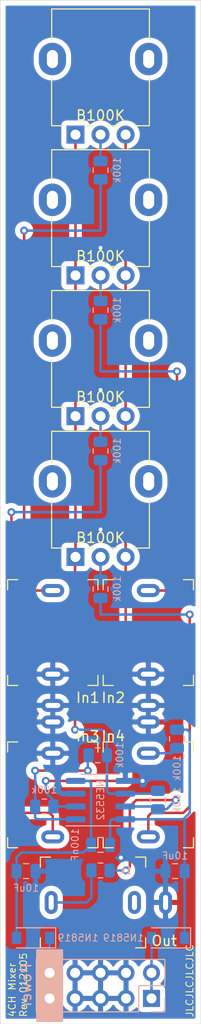
<source format=kicad_pcb>
(kicad_pcb (version 20171130) (host pcbnew "(5.1.10)-1")

  (general
    (thickness 1.6)
    (drawings 10)
    (tracks 129)
    (zones 0)
    (modules 25)
    (nets 20)
  )

  (page A4)
  (layers
    (0 F.Cu signal)
    (31 B.Cu signal)
    (32 B.Adhes user)
    (33 F.Adhes user)
    (34 B.Paste user)
    (35 F.Paste user)
    (36 B.SilkS user)
    (37 F.SilkS user)
    (38 B.Mask user)
    (39 F.Mask user)
    (40 Dwgs.User user hide)
    (41 Cmts.User user)
    (42 Eco1.User user)
    (43 Eco2.User user)
    (44 Edge.Cuts user)
    (45 Margin user)
    (46 B.CrtYd user)
    (47 F.CrtYd user)
    (48 B.Fab user)
    (49 F.Fab user)
  )

  (setup
    (last_trace_width 0.25)
    (trace_clearance 0.2)
    (zone_clearance 0.508)
    (zone_45_only no)
    (trace_min 0.2)
    (via_size 0.8)
    (via_drill 0.4)
    (via_min_size 0.4)
    (via_min_drill 0.3)
    (uvia_size 0.3)
    (uvia_drill 0.1)
    (uvias_allowed no)
    (uvia_min_size 0.2)
    (uvia_min_drill 0.1)
    (edge_width 0.05)
    (segment_width 0.2)
    (pcb_text_width 0.3)
    (pcb_text_size 1.5 1.5)
    (mod_edge_width 0.12)
    (mod_text_size 1 1)
    (mod_text_width 0.15)
    (pad_size 1.524 1.524)
    (pad_drill 0.762)
    (pad_to_mask_clearance 0)
    (aux_axis_origin 0 0)
    (grid_origin -0.475 0)
    (visible_elements 7EFFFFFF)
    (pcbplotparams
      (layerselection 0x010f0_ffffffff)
      (usegerberextensions false)
      (usegerberattributes false)
      (usegerberadvancedattributes true)
      (creategerberjobfile false)
      (excludeedgelayer true)
      (linewidth 0.100000)
      (plotframeref false)
      (viasonmask false)
      (mode 1)
      (useauxorigin false)
      (hpglpennumber 1)
      (hpglpenspeed 20)
      (hpglpendiameter 15.000000)
      (psnegative false)
      (psa4output false)
      (plotreference true)
      (plotvalue true)
      (plotinvisibletext false)
      (padsonsilk false)
      (subtractmaskfromsilk false)
      (outputformat 1)
      (mirror false)
      (drillshape 0)
      (scaleselection 1)
      (outputdirectory "Gerber/"))
  )

  (net 0 "")
  (net 1 -12V)
  (net 2 +12V)
  (net 3 "Net-(J1-PadT)")
  (net 4 GND)
  (net 5 "Net-(J2-PadT)")
  (net 6 "Net-(J3-PadT)")
  (net 7 "Net-(J4-PadT)")
  (net 8 "Net-(J4-PadTN)")
  (net 9 "Net-(J6-PadT)")
  (net 10 Sum-)
  (net 11 "Net-(P1-Pad2)")
  (net 12 Sum+)
  (net 13 "Net-(P2-Pad2)")
  (net 14 "Net-(P3-Pad2)")
  (net 15 "Net-(P4-Pad2)")
  (net 16 "Net-(IC1-Pad7)")
  (net 17 "Net-(IC1-Pad1)")
  (net 18 -12VA)
  (net 19 +12VA)

  (net_class Default "This is the default net class."
    (clearance 0.2)
    (trace_width 0.25)
    (via_dia 0.8)
    (via_drill 0.4)
    (uvia_dia 0.3)
    (uvia_drill 0.1)
    (add_net +12V)
    (add_net +12VA)
    (add_net -12V)
    (add_net -12VA)
    (add_net GND)
    (add_net "Net-(IC1-Pad1)")
    (add_net "Net-(IC1-Pad7)")
    (add_net "Net-(J1-PadT)")
    (add_net "Net-(J2-PadT)")
    (add_net "Net-(J3-PadT)")
    (add_net "Net-(J4-PadT)")
    (add_net "Net-(J4-PadTN)")
    (add_net "Net-(J6-PadT)")
    (add_net "Net-(P1-Pad2)")
    (add_net "Net-(P2-Pad2)")
    (add_net "Net-(P3-Pad2)")
    (add_net "Net-(P4-Pad2)")
    (add_net Sum+)
    (add_net Sum-)
  )

  (module Diode_SMD:D_SOD-123 (layer B.Cu) (tedit 58645DC7) (tstamp 60AB4444)
    (at 3.275 93.05 180)
    (descr SOD-123)
    (tags SOD-123)
    (path /60BA008E)
    (attr smd)
    (fp_text reference D2 (at 0 2) (layer Dwgs.User) hide
      (effects (font (size 1 1) (thickness 0.15)))
    )
    (fp_text value 1N5819 (at -4.475 0) (layer B.SilkS)
      (effects (font (size 0.7 0.7) (thickness 0.1)) (justify mirror))
    )
    (fp_line (start -2.25 1) (end 1.65 1) (layer B.SilkS) (width 0.12))
    (fp_line (start -2.25 -1) (end 1.65 -1) (layer B.SilkS) (width 0.12))
    (fp_line (start -2.35 1.15) (end -2.35 -1.15) (layer B.CrtYd) (width 0.05))
    (fp_line (start 2.35 -1.15) (end -2.35 -1.15) (layer B.CrtYd) (width 0.05))
    (fp_line (start 2.35 1.15) (end 2.35 -1.15) (layer B.CrtYd) (width 0.05))
    (fp_line (start -2.35 1.15) (end 2.35 1.15) (layer B.CrtYd) (width 0.05))
    (fp_line (start -1.4 0.9) (end 1.4 0.9) (layer B.Fab) (width 0.1))
    (fp_line (start 1.4 0.9) (end 1.4 -0.9) (layer B.Fab) (width 0.1))
    (fp_line (start 1.4 -0.9) (end -1.4 -0.9) (layer B.Fab) (width 0.1))
    (fp_line (start -1.4 -0.9) (end -1.4 0.9) (layer B.Fab) (width 0.1))
    (fp_line (start -0.75 0) (end -0.35 0) (layer B.Fab) (width 0.1))
    (fp_line (start -0.35 0) (end -0.35 0.55) (layer B.Fab) (width 0.1))
    (fp_line (start -0.35 0) (end -0.35 -0.55) (layer B.Fab) (width 0.1))
    (fp_line (start -0.35 0) (end 0.25 0.4) (layer B.Fab) (width 0.1))
    (fp_line (start 0.25 0.4) (end 0.25 -0.4) (layer B.Fab) (width 0.1))
    (fp_line (start 0.25 -0.4) (end -0.35 0) (layer B.Fab) (width 0.1))
    (fp_line (start 0.25 0) (end 0.75 0) (layer B.Fab) (width 0.1))
    (fp_line (start -2.25 1) (end -2.25 -1) (layer B.SilkS) (width 0.12))
    (fp_text user %R (at 0 2) (layer Dwgs.User) hide
      (effects (font (size 1 1) (thickness 0.15)))
    )
    (pad 2 smd rect (at 1.65 0 180) (size 0.9 1.2) (layers B.Cu B.Paste B.Mask)
      (net 1 -12V))
    (pad 1 smd rect (at -1.65 0 180) (size 0.9 1.2) (layers B.Cu B.Paste B.Mask)
      (net 18 -12VA))
    (model ${KISYS3DMOD}/Diode_SMD.3dshapes/D_SOD-123.wrl
      (at (xyz 0 0 0))
      (scale (xyz 1 1 1))
      (rotate (xyz 0 0 0))
    )
  )

  (module Diode_SMD:D_SOD-123 (layer B.Cu) (tedit 58645DC7) (tstamp 60AB48BF)
    (at 16.725 93.05 180)
    (descr SOD-123)
    (tags SOD-123)
    (path /60B9B159)
    (attr smd)
    (fp_text reference D1 (at 0 2) (layer Dwgs.User) hide
      (effects (font (size 1 1) (thickness 0.15)))
    )
    (fp_text value 1N5819 (at 4.45 0) (layer B.SilkS)
      (effects (font (size 0.7 0.7) (thickness 0.1)) (justify mirror))
    )
    (fp_line (start -2.25 1) (end 1.65 1) (layer B.SilkS) (width 0.12))
    (fp_line (start -2.25 -1) (end 1.65 -1) (layer B.SilkS) (width 0.12))
    (fp_line (start -2.35 1.15) (end -2.35 -1.15) (layer B.CrtYd) (width 0.05))
    (fp_line (start 2.35 -1.15) (end -2.35 -1.15) (layer B.CrtYd) (width 0.05))
    (fp_line (start 2.35 1.15) (end 2.35 -1.15) (layer B.CrtYd) (width 0.05))
    (fp_line (start -2.35 1.15) (end 2.35 1.15) (layer B.CrtYd) (width 0.05))
    (fp_line (start -1.4 0.9) (end 1.4 0.9) (layer B.Fab) (width 0.1))
    (fp_line (start 1.4 0.9) (end 1.4 -0.9) (layer B.Fab) (width 0.1))
    (fp_line (start 1.4 -0.9) (end -1.4 -0.9) (layer B.Fab) (width 0.1))
    (fp_line (start -1.4 -0.9) (end -1.4 0.9) (layer B.Fab) (width 0.1))
    (fp_line (start -0.75 0) (end -0.35 0) (layer B.Fab) (width 0.1))
    (fp_line (start -0.35 0) (end -0.35 0.55) (layer B.Fab) (width 0.1))
    (fp_line (start -0.35 0) (end -0.35 -0.55) (layer B.Fab) (width 0.1))
    (fp_line (start -0.35 0) (end 0.25 0.4) (layer B.Fab) (width 0.1))
    (fp_line (start 0.25 0.4) (end 0.25 -0.4) (layer B.Fab) (width 0.1))
    (fp_line (start 0.25 -0.4) (end -0.35 0) (layer B.Fab) (width 0.1))
    (fp_line (start 0.25 0) (end 0.75 0) (layer B.Fab) (width 0.1))
    (fp_line (start -2.25 1) (end -2.25 -1) (layer B.SilkS) (width 0.12))
    (fp_text user %R (at 0 2) (layer Dwgs.User) hide
      (effects (font (size 1 1) (thickness 0.15)))
    )
    (pad 2 smd rect (at 1.65 0 180) (size 0.9 1.2) (layers B.Cu B.Paste B.Mask)
      (net 19 +12VA))
    (pad 1 smd rect (at -1.65 0 180) (size 0.9 1.2) (layers B.Cu B.Paste B.Mask)
      (net 2 +12V))
    (model ${KISYS3DMOD}/Diode_SMD.3dshapes/D_SOD-123.wrl
      (at (xyz 0 0 0))
      (scale (xyz 1 1 1))
      (rotate (xyz 0 0 0))
    )
  )

  (module Capacitor_SMD:C_0805_2012Metric (layer B.Cu) (tedit 5F68FEEE) (tstamp 60AB5E9C)
    (at 2.575 86.425 180)
    (descr "Capacitor SMD 0805 (2012 Metric), square (rectangular) end terminal, IPC_7351 nominal, (Body size source: IPC-SM-782 page 76, https://www.pcb-3d.com/wordpress/wp-content/uploads/ipc-sm-782a_amendment_1_and_2.pdf, https://docs.google.com/spreadsheets/d/1BsfQQcO9C6DZCsRaXUlFlo91Tg2WpOkGARC1WS5S8t0/edit?usp=sharing), generated with kicad-footprint-generator")
    (tags capacitor)
    (path /60BB05B9)
    (attr smd)
    (fp_text reference C3 (at 0 1.68) (layer Dwgs.User) hide
      (effects (font (size 1 1) (thickness 0.15)))
    )
    (fp_text value 10uF (at 0 -1.68) (layer B.SilkS)
      (effects (font (size 0.7 0.7) (thickness 0.1)) (justify mirror))
    )
    (fp_line (start 1.7 -0.98) (end -1.7 -0.98) (layer B.CrtYd) (width 0.05))
    (fp_line (start 1.7 0.98) (end 1.7 -0.98) (layer B.CrtYd) (width 0.05))
    (fp_line (start -1.7 0.98) (end 1.7 0.98) (layer B.CrtYd) (width 0.05))
    (fp_line (start -1.7 -0.98) (end -1.7 0.98) (layer B.CrtYd) (width 0.05))
    (fp_line (start -0.261252 -0.735) (end 0.261252 -0.735) (layer B.SilkS) (width 0.12))
    (fp_line (start -0.261252 0.735) (end 0.261252 0.735) (layer B.SilkS) (width 0.12))
    (fp_line (start 1 -0.625) (end -1 -0.625) (layer B.Fab) (width 0.1))
    (fp_line (start 1 0.625) (end 1 -0.625) (layer B.Fab) (width 0.1))
    (fp_line (start -1 0.625) (end 1 0.625) (layer B.Fab) (width 0.1))
    (fp_line (start -1 -0.625) (end -1 0.625) (layer B.Fab) (width 0.1))
    (fp_text user %R (at 0 0) (layer Dwgs.User) hide
      (effects (font (size 0.5 0.5) (thickness 0.08)))
    )
    (pad 2 smd roundrect (at 0.95 0 180) (size 1 1.45) (layers B.Cu B.Paste B.Mask) (roundrect_rratio 0.25)
      (net 1 -12V))
    (pad 1 smd roundrect (at -0.95 0 180) (size 1 1.45) (layers B.Cu B.Paste B.Mask) (roundrect_rratio 0.25)
      (net 4 GND))
    (model ${KISYS3DMOD}/Capacitor_SMD.3dshapes/C_0805_2012Metric.wrl
      (at (xyz 0 0 0))
      (scale (xyz 1 1 1))
      (rotate (xyz 0 0 0))
    )
  )

  (module Capacitor_SMD:C_0805_2012Metric (layer B.Cu) (tedit 5F68FEEE) (tstamp 60AB4401)
    (at 17.425 86.425 180)
    (descr "Capacitor SMD 0805 (2012 Metric), square (rectangular) end terminal, IPC_7351 nominal, (Body size source: IPC-SM-782 page 76, https://www.pcb-3d.com/wordpress/wp-content/uploads/ipc-sm-782a_amendment_1_and_2.pdf, https://docs.google.com/spreadsheets/d/1BsfQQcO9C6DZCsRaXUlFlo91Tg2WpOkGARC1WS5S8t0/edit?usp=sharing), generated with kicad-footprint-generator")
    (tags capacitor)
    (path /60BACB47)
    (attr smd)
    (fp_text reference C2 (at 0 1.68) (layer Dwgs.User) hide
      (effects (font (size 1 1) (thickness 0.15)))
    )
    (fp_text value 10uF (at 0 1.525) (layer B.SilkS)
      (effects (font (size 0.7 0.7) (thickness 0.1)) (justify mirror))
    )
    (fp_line (start 1.7 -0.98) (end -1.7 -0.98) (layer B.CrtYd) (width 0.05))
    (fp_line (start 1.7 0.98) (end 1.7 -0.98) (layer B.CrtYd) (width 0.05))
    (fp_line (start -1.7 0.98) (end 1.7 0.98) (layer B.CrtYd) (width 0.05))
    (fp_line (start -1.7 -0.98) (end -1.7 0.98) (layer B.CrtYd) (width 0.05))
    (fp_line (start -0.261252 -0.735) (end 0.261252 -0.735) (layer B.SilkS) (width 0.12))
    (fp_line (start -0.261252 0.735) (end 0.261252 0.735) (layer B.SilkS) (width 0.12))
    (fp_line (start 1 -0.625) (end -1 -0.625) (layer B.Fab) (width 0.1))
    (fp_line (start 1 0.625) (end 1 -0.625) (layer B.Fab) (width 0.1))
    (fp_line (start -1 0.625) (end 1 0.625) (layer B.Fab) (width 0.1))
    (fp_line (start -1 -0.625) (end -1 0.625) (layer B.Fab) (width 0.1))
    (fp_text user %R (at 0 0) (layer Dwgs.User) hide
      (effects (font (size 0.5 0.5) (thickness 0.08)))
    )
    (pad 2 smd roundrect (at 0.95 0 180) (size 1 1.45) (layers B.Cu B.Paste B.Mask) (roundrect_rratio 0.25)
      (net 4 GND))
    (pad 1 smd roundrect (at -0.95 0 180) (size 1 1.45) (layers B.Cu B.Paste B.Mask) (roundrect_rratio 0.25)
      (net 2 +12V))
    (model ${KISYS3DMOD}/Capacitor_SMD.3dshapes/C_0805_2012Metric.wrl
      (at (xyz 0 0 0))
      (scale (xyz 1 1 1))
      (rotate (xyz 0 0 0))
    )
  )

  (module Connector_Audio_PJSeries:PJ-301-M-12 (layer F.Cu) (tedit 60A9F211) (tstamp 60A9EC41)
    (at 10 89.535 90)
    (path /60ABA6F7)
    (fp_text reference J6 (at 5.5 0) (layer Dwgs.User) hide
      (effects (font (size 1 1) (thickness 0.15)))
    )
    (fp_text value Out (at -3.81 6.35) (layer F.SilkS)
      (effects (font (size 1 1) (thickness 0.15)))
    )
    (fp_circle (center 0 0) (end 1.75 0) (layer F.Fab) (width 0.12))
    (fp_line (start 0.75 6.73) (end 0.75 4.5) (layer F.Fab) (width 0.12))
    (fp_line (start -0.75 4.5) (end -0.75 6.73) (layer F.Fab) (width 0.12))
    (fp_line (start 4.5 4.5) (end 3.5 4.5) (layer F.SilkS) (width 0.12))
    (fp_line (start 4.5 3.5) (end 4.5 4.5) (layer F.SilkS) (width 0.12))
    (fp_line (start -4.5 4.5) (end -3.5 4.5) (layer F.SilkS) (width 0.12))
    (fp_line (start -4.5 3.5) (end -4.5 4.5) (layer F.SilkS) (width 0.12))
    (fp_line (start -4.5 -6) (end -4.5 -5) (layer F.SilkS) (width 0.12))
    (fp_line (start -3.5 -6) (end -4.5 -6) (layer F.SilkS) (width 0.12))
    (fp_line (start 4.5 -6) (end 4.5 -5) (layer F.SilkS) (width 0.12))
    (fp_line (start 3.5 -6) (end 4.5 -6) (layer F.SilkS) (width 0.12))
    (fp_circle (center 0 0) (end 3 0) (layer F.Fab) (width 0.12))
    (fp_line (start -4.5 4.5) (end -4.5 -6) (layer F.Fab) (width 0.12))
    (fp_line (start 4.5 4.5) (end -4.5 4.5) (layer F.Fab) (width 0.12))
    (fp_line (start 4.5 -6) (end 4.5 4.5) (layer F.Fab) (width 0.12))
    (fp_line (start -4.5 -6) (end 4.5 -6) (layer F.Fab) (width 0.12))
    (pad T thru_hole oval (at 0 -4.92 90) (size 2.3 1.3) (drill oval 1.5 0.5) (layers *.Cu *.Mask)
      (net 9 "Net-(J6-PadT)"))
    (pad TN thru_hole oval (at 0 3.38 90) (size 2.3 1.3) (drill oval 1.5 0.5) (layers *.Cu *.Mask))
    (pad S thru_hole oval (at 0 6.48 90) (size 2.3 1.3) (drill oval 1.5 0.5) (layers *.Cu *.Mask)
      (net 4 GND))
    (model "E:/Konstruktionen/Konstruktionen/Komponenten/Steckverbinder/PJ301M-12 Thonkiconn v0.2.stp"
      (offset (xyz 0 0.8 0))
      (scale (xyz 1 1 1))
      (rotate (xyz 0 0 0))
    )
  )

  (module Connector_Audio_PJSeries:PJ-301-M-12 (layer F.Cu) (tedit 60A9F211) (tstamp 60A9EC05)
    (at 14.7625 78.105 180)
    (path /60AA6477)
    (fp_text reference J4 (at 5.5 0 90) (layer Dwgs.User) hide
      (effects (font (size 1 1) (thickness 0.15)))
    )
    (fp_text value In4 (at 3.4925 5.08 180) (layer F.SilkS)
      (effects (font (size 1 1) (thickness 0.15)))
    )
    (fp_circle (center 0 0) (end 1.75 0) (layer F.Fab) (width 0.12))
    (fp_line (start 0.75 6.73) (end 0.75 4.5) (layer F.Fab) (width 0.12))
    (fp_line (start -0.75 4.5) (end -0.75 6.73) (layer F.Fab) (width 0.12))
    (fp_line (start 4.5 4.5) (end 3.5 4.5) (layer F.SilkS) (width 0.12))
    (fp_line (start 4.5 3.5) (end 4.5 4.5) (layer F.SilkS) (width 0.12))
    (fp_line (start -4.5 4.5) (end -3.5 4.5) (layer F.SilkS) (width 0.12))
    (fp_line (start -4.5 3.5) (end -4.5 4.5) (layer F.SilkS) (width 0.12))
    (fp_line (start -4.5 -6) (end -4.5 -5) (layer F.SilkS) (width 0.12))
    (fp_line (start -3.5 -6) (end -4.5 -6) (layer F.SilkS) (width 0.12))
    (fp_line (start 4.5 -6) (end 4.5 -5) (layer F.SilkS) (width 0.12))
    (fp_line (start 3.5 -6) (end 4.5 -6) (layer F.SilkS) (width 0.12))
    (fp_circle (center 0 0) (end 3 0) (layer F.Fab) (width 0.12))
    (fp_line (start -4.5 4.5) (end -4.5 -6) (layer F.Fab) (width 0.12))
    (fp_line (start 4.5 4.5) (end -4.5 4.5) (layer F.Fab) (width 0.12))
    (fp_line (start 4.5 -6) (end 4.5 4.5) (layer F.Fab) (width 0.12))
    (fp_line (start -4.5 -6) (end 4.5 -6) (layer F.Fab) (width 0.12))
    (pad T thru_hole oval (at 0 -4.92 180) (size 2.3 1.3) (drill oval 1.5 0.5) (layers *.Cu *.Mask)
      (net 7 "Net-(J4-PadT)"))
    (pad TN thru_hole oval (at 0 3.38 180) (size 2.3 1.3) (drill oval 1.5 0.5) (layers *.Cu *.Mask)
      (net 8 "Net-(J4-PadTN)"))
    (pad S thru_hole oval (at 0 6.48 180) (size 2.3 1.3) (drill oval 1.5 0.5) (layers *.Cu *.Mask)
      (net 4 GND))
    (model "E:/Konstruktionen/Konstruktionen/Komponenten/Steckverbinder/PJ301M-12 Thonkiconn v0.2.stp"
      (offset (xyz 0 0.8 0))
      (scale (xyz 1 1 1))
      (rotate (xyz 0 0 0))
    )
  )

  (module Connector_Audio_PJSeries:PJ-301-M-12 (layer F.Cu) (tedit 60A9F211) (tstamp 60A9EBE9)
    (at 5.2375 78.105 180)
    (path /60AA3DF9)
    (fp_text reference J3 (at 5.5 0 90) (layer Dwgs.User) hide
      (effects (font (size 1 1) (thickness 0.15)))
    )
    (fp_text value In3 (at -3.4925 5.08 180) (layer F.SilkS)
      (effects (font (size 1 1) (thickness 0.15)))
    )
    (fp_circle (center 0 0) (end 1.75 0) (layer F.Fab) (width 0.12))
    (fp_line (start 0.75 6.73) (end 0.75 4.5) (layer F.Fab) (width 0.12))
    (fp_line (start -0.75 4.5) (end -0.75 6.73) (layer F.Fab) (width 0.12))
    (fp_line (start 4.5 4.5) (end 3.5 4.5) (layer F.SilkS) (width 0.12))
    (fp_line (start 4.5 3.5) (end 4.5 4.5) (layer F.SilkS) (width 0.12))
    (fp_line (start -4.5 4.5) (end -3.5 4.5) (layer F.SilkS) (width 0.12))
    (fp_line (start -4.5 3.5) (end -4.5 4.5) (layer F.SilkS) (width 0.12))
    (fp_line (start -4.5 -6) (end -4.5 -5) (layer F.SilkS) (width 0.12))
    (fp_line (start -3.5 -6) (end -4.5 -6) (layer F.SilkS) (width 0.12))
    (fp_line (start 4.5 -6) (end 4.5 -5) (layer F.SilkS) (width 0.12))
    (fp_line (start 3.5 -6) (end 4.5 -6) (layer F.SilkS) (width 0.12))
    (fp_circle (center 0 0) (end 3 0) (layer F.Fab) (width 0.12))
    (fp_line (start -4.5 4.5) (end -4.5 -6) (layer F.Fab) (width 0.12))
    (fp_line (start 4.5 4.5) (end -4.5 4.5) (layer F.Fab) (width 0.12))
    (fp_line (start 4.5 -6) (end 4.5 4.5) (layer F.Fab) (width 0.12))
    (fp_line (start -4.5 -6) (end 4.5 -6) (layer F.Fab) (width 0.12))
    (pad T thru_hole oval (at 0 -4.92 180) (size 2.3 1.3) (drill oval 1.5 0.5) (layers *.Cu *.Mask)
      (net 6 "Net-(J3-PadT)"))
    (pad TN thru_hole oval (at 0 3.38 180) (size 2.3 1.3) (drill oval 1.5 0.5) (layers *.Cu *.Mask)
      (net 4 GND))
    (pad S thru_hole oval (at 0 6.48 180) (size 2.3 1.3) (drill oval 1.5 0.5) (layers *.Cu *.Mask)
      (net 4 GND))
    (model "E:/Konstruktionen/Konstruktionen/Komponenten/Steckverbinder/PJ301M-12 Thonkiconn v0.2.stp"
      (offset (xyz 0 0.8 0))
      (scale (xyz 1 1 1))
      (rotate (xyz 0 0 0))
    )
  )

  (module Connector_Audio_PJSeries:PJ-301-M-12 (layer F.Cu) (tedit 60A9F211) (tstamp 60A9EBCD)
    (at 14.7625 63.5)
    (path /60AA110A)
    (fp_text reference J2 (at 5.5 0 90) (layer Dwgs.User) hide
      (effects (font (size 1 1) (thickness 0.15)))
    )
    (fp_text value In2 (at -3.4925 5.715 180) (layer F.SilkS)
      (effects (font (size 1 1) (thickness 0.15)))
    )
    (fp_circle (center 0 0) (end 1.75 0) (layer F.Fab) (width 0.12))
    (fp_line (start 0.75 6.73) (end 0.75 4.5) (layer F.Fab) (width 0.12))
    (fp_line (start -0.75 4.5) (end -0.75 6.73) (layer F.Fab) (width 0.12))
    (fp_line (start 4.5 4.5) (end 3.5 4.5) (layer F.SilkS) (width 0.12))
    (fp_line (start 4.5 3.5) (end 4.5 4.5) (layer F.SilkS) (width 0.12))
    (fp_line (start -4.5 4.5) (end -3.5 4.5) (layer F.SilkS) (width 0.12))
    (fp_line (start -4.5 3.5) (end -4.5 4.5) (layer F.SilkS) (width 0.12))
    (fp_line (start -4.5 -6) (end -4.5 -5) (layer F.SilkS) (width 0.12))
    (fp_line (start -3.5 -6) (end -4.5 -6) (layer F.SilkS) (width 0.12))
    (fp_line (start 4.5 -6) (end 4.5 -5) (layer F.SilkS) (width 0.12))
    (fp_line (start 3.5 -6) (end 4.5 -6) (layer F.SilkS) (width 0.12))
    (fp_circle (center 0 0) (end 3 0) (layer F.Fab) (width 0.12))
    (fp_line (start -4.5 4.5) (end -4.5 -6) (layer F.Fab) (width 0.12))
    (fp_line (start 4.5 4.5) (end -4.5 4.5) (layer F.Fab) (width 0.12))
    (fp_line (start 4.5 -6) (end 4.5 4.5) (layer F.Fab) (width 0.12))
    (fp_line (start -4.5 -6) (end 4.5 -6) (layer F.Fab) (width 0.12))
    (pad T thru_hole oval (at 0 -4.92) (size 2.3 1.3) (drill oval 1.5 0.5) (layers *.Cu *.Mask)
      (net 5 "Net-(J2-PadT)"))
    (pad TN thru_hole oval (at 0 3.38) (size 2.3 1.3) (drill oval 1.5 0.5) (layers *.Cu *.Mask)
      (net 4 GND))
    (pad S thru_hole oval (at 0 6.48) (size 2.3 1.3) (drill oval 1.5 0.5) (layers *.Cu *.Mask)
      (net 4 GND))
    (model "E:/Konstruktionen/Konstruktionen/Komponenten/Steckverbinder/PJ301M-12 Thonkiconn v0.2.stp"
      (offset (xyz 0 0.8 0))
      (scale (xyz 1 1 1))
      (rotate (xyz 0 0 0))
    )
  )

  (module Connector_Audio_PJSeries:PJ-301-M-12 (layer F.Cu) (tedit 60A9F211) (tstamp 60A9EBB1)
    (at 5.2375 63.5)
    (path /60A9DD4D)
    (fp_text reference J1 (at 5.5 0 90) (layer Dwgs.User) hide
      (effects (font (size 1 1) (thickness 0.15)))
    )
    (fp_text value In1 (at 3.4925 5.715 180) (layer F.SilkS)
      (effects (font (size 1 1) (thickness 0.15)))
    )
    (fp_circle (center 0 0) (end 1.75 0) (layer F.Fab) (width 0.12))
    (fp_line (start 0.75 6.73) (end 0.75 4.5) (layer F.Fab) (width 0.12))
    (fp_line (start -0.75 4.5) (end -0.75 6.73) (layer F.Fab) (width 0.12))
    (fp_line (start 4.5 4.5) (end 3.5 4.5) (layer F.SilkS) (width 0.12))
    (fp_line (start 4.5 3.5) (end 4.5 4.5) (layer F.SilkS) (width 0.12))
    (fp_line (start -4.5 4.5) (end -3.5 4.5) (layer F.SilkS) (width 0.12))
    (fp_line (start -4.5 3.5) (end -4.5 4.5) (layer F.SilkS) (width 0.12))
    (fp_line (start -4.5 -6) (end -4.5 -5) (layer F.SilkS) (width 0.12))
    (fp_line (start -3.5 -6) (end -4.5 -6) (layer F.SilkS) (width 0.12))
    (fp_line (start 4.5 -6) (end 4.5 -5) (layer F.SilkS) (width 0.12))
    (fp_line (start 3.5 -6) (end 4.5 -6) (layer F.SilkS) (width 0.12))
    (fp_circle (center 0 0) (end 3 0) (layer F.Fab) (width 0.12))
    (fp_line (start -4.5 4.5) (end -4.5 -6) (layer F.Fab) (width 0.12))
    (fp_line (start 4.5 4.5) (end -4.5 4.5) (layer F.Fab) (width 0.12))
    (fp_line (start 4.5 -6) (end 4.5 4.5) (layer F.Fab) (width 0.12))
    (fp_line (start -4.5 -6) (end 4.5 -6) (layer F.Fab) (width 0.12))
    (pad T thru_hole oval (at 0 -4.92) (size 2.3 1.3) (drill oval 1.5 0.5) (layers *.Cu *.Mask)
      (net 3 "Net-(J1-PadT)"))
    (pad TN thru_hole oval (at 0 3.38) (size 2.3 1.3) (drill oval 1.5 0.5) (layers *.Cu *.Mask)
      (net 4 GND))
    (pad S thru_hole oval (at 0 6.48) (size 2.3 1.3) (drill oval 1.5 0.5) (layers *.Cu *.Mask)
      (net 4 GND))
    (model "E:/Konstruktionen/Konstruktionen/Komponenten/Steckverbinder/PJ301M-12 Thonkiconn v0.2.stp"
      (offset (xyz 0 0.8 0))
      (scale (xyz 1 1 1))
      (rotate (xyz 0 0 0))
    )
  )

  (module Package_SO:SOIC-8_3.9x4.9mm_P1.27mm (layer B.Cu) (tedit 5D9F72B1) (tstamp 60A9ED97)
    (at 10 79.375)
    (descr "SOIC, 8 Pin (JEDEC MS-012AA, https://www.analog.com/media/en/package-pcb-resources/package/pkg_pdf/soic_narrow-r/r_8.pdf), generated with kicad-footprint-generator ipc_gullwing_generator.py")
    (tags "SOIC SO")
    (path /60AA957D)
    (attr smd)
    (fp_text reference IC1 (at 0 3.4 180) (layer Dwgs.User) hide
      (effects (font (size 1 1) (thickness 0.15)) (justify mirror))
    )
    (fp_text value NE5532 (at 0 0 270) (layer B.SilkS)
      (effects (font (size 0.7 0.7) (thickness 0.1)) (justify mirror))
    )
    (fp_line (start 0 -2.56) (end 1.95 -2.56) (layer B.SilkS) (width 0.12))
    (fp_line (start 0 -2.56) (end -1.95 -2.56) (layer B.SilkS) (width 0.12))
    (fp_line (start 0 2.56) (end 1.95 2.56) (layer B.SilkS) (width 0.12))
    (fp_line (start 0 2.56) (end -3.45 2.56) (layer B.SilkS) (width 0.12))
    (fp_line (start -0.975 2.45) (end 1.95 2.45) (layer B.Fab) (width 0.1))
    (fp_line (start 1.95 2.45) (end 1.95 -2.45) (layer B.Fab) (width 0.1))
    (fp_line (start 1.95 -2.45) (end -1.95 -2.45) (layer B.Fab) (width 0.1))
    (fp_line (start -1.95 -2.45) (end -1.95 1.475) (layer B.Fab) (width 0.1))
    (fp_line (start -1.95 1.475) (end -0.975 2.45) (layer B.Fab) (width 0.1))
    (fp_line (start -3.7 2.7) (end -3.7 -2.7) (layer B.CrtYd) (width 0.05))
    (fp_line (start -3.7 -2.7) (end 3.7 -2.7) (layer B.CrtYd) (width 0.05))
    (fp_line (start 3.7 -2.7) (end 3.7 2.7) (layer B.CrtYd) (width 0.05))
    (fp_line (start 3.7 2.7) (end -3.7 2.7) (layer B.CrtYd) (width 0.05))
    (fp_text user %R (at 0 0 180) (layer Dwgs.User) hide
      (effects (font (size 0.98 0.98) (thickness 0.15)) (justify mirror))
    )
    (pad 8 smd roundrect (at 2.475 1.905) (size 1.95 0.6) (layers B.Cu B.Paste B.Mask) (roundrect_rratio 0.25)
      (net 2 +12V))
    (pad 7 smd roundrect (at 2.475 0.635) (size 1.95 0.6) (layers B.Cu B.Paste B.Mask) (roundrect_rratio 0.25)
      (net 16 "Net-(IC1-Pad7)"))
    (pad 6 smd roundrect (at 2.475 -0.635) (size 1.95 0.6) (layers B.Cu B.Paste B.Mask) (roundrect_rratio 0.25)
      (net 10 Sum-))
    (pad 5 smd roundrect (at 2.475 -1.905) (size 1.95 0.6) (layers B.Cu B.Paste B.Mask) (roundrect_rratio 0.25)
      (net 4 GND))
    (pad 4 smd roundrect (at -2.475 -1.905) (size 1.95 0.6) (layers B.Cu B.Paste B.Mask) (roundrect_rratio 0.25)
      (net 1 -12V))
    (pad 3 smd roundrect (at -2.475 -0.635) (size 1.95 0.6) (layers B.Cu B.Paste B.Mask) (roundrect_rratio 0.25)
      (net 4 GND))
    (pad 2 smd roundrect (at -2.475 0.635) (size 1.95 0.6) (layers B.Cu B.Paste B.Mask) (roundrect_rratio 0.25)
      (net 12 Sum+))
    (pad 1 smd roundrect (at -2.475 1.905) (size 1.95 0.6) (layers B.Cu B.Paste B.Mask) (roundrect_rratio 0.25)
      (net 17 "Net-(IC1-Pad1)"))
    (model ${KISYS3DMOD}/Package_SO.3dshapes/SOIC-8_3.9x4.9mm_P1.27mm.wrl
      (at (xyz 0 0 0))
      (scale (xyz 1 1 1))
      (rotate (xyz 0 0 0))
    )
  )

  (module Resistor_SMD:R_0805_2012Metric (layer B.Cu) (tedit 5F68FEEE) (tstamp 60A9ED7D)
    (at 10 86.36)
    (descr "Resistor SMD 0805 (2012 Metric), square (rectangular) end terminal, IPC_7351 nominal, (Body size source: IPC-SM-782 page 72, https://www.pcb-3d.com/wordpress/wp-content/uploads/ipc-sm-782a_amendment_1_and_2.pdf), generated with kicad-footprint-generator")
    (tags resistor)
    (path /60AB93AB)
    (attr smd)
    (fp_text reference R12 (at 0 1.65) (layer Dwgs.User) hide
      (effects (font (size 1 1) (thickness 0.15)) (justify mirror))
    )
    (fp_text value 1k (at 2.54 0) (layer B.SilkS)
      (effects (font (size 0.7 0.7) (thickness 0.1)) (justify mirror))
    )
    (fp_line (start -1 -0.625) (end -1 0.625) (layer B.Fab) (width 0.1))
    (fp_line (start -1 0.625) (end 1 0.625) (layer B.Fab) (width 0.1))
    (fp_line (start 1 0.625) (end 1 -0.625) (layer B.Fab) (width 0.1))
    (fp_line (start 1 -0.625) (end -1 -0.625) (layer B.Fab) (width 0.1))
    (fp_line (start -0.227064 0.735) (end 0.227064 0.735) (layer B.SilkS) (width 0.12))
    (fp_line (start -0.227064 -0.735) (end 0.227064 -0.735) (layer B.SilkS) (width 0.12))
    (fp_line (start -1.68 -0.95) (end -1.68 0.95) (layer B.CrtYd) (width 0.05))
    (fp_line (start -1.68 0.95) (end 1.68 0.95) (layer B.CrtYd) (width 0.05))
    (fp_line (start 1.68 0.95) (end 1.68 -0.95) (layer B.CrtYd) (width 0.05))
    (fp_line (start 1.68 -0.95) (end -1.68 -0.95) (layer B.CrtYd) (width 0.05))
    (pad 2 smd roundrect (at 0.9125 0) (size 1.025 1.4) (layers B.Cu B.Paste B.Mask) (roundrect_rratio 0.2439004878048781)
      (net 16 "Net-(IC1-Pad7)"))
    (pad 1 smd roundrect (at -0.9125 0) (size 1.025 1.4) (layers B.Cu B.Paste B.Mask) (roundrect_rratio 0.2439004878048781)
      (net 9 "Net-(J6-PadT)"))
    (model ${KISYS3DMOD}/Resistor_SMD.3dshapes/R_0805_2012Metric.wrl
      (at (xyz 0 0 0))
      (scale (xyz 1 1 1))
      (rotate (xyz 0 0 0))
    )
  )

  (module Resistor_SMD:R_0805_2012Metric (layer B.Cu) (tedit 5F68FEEE) (tstamp 60A9ED6C)
    (at 15.715 79.375 90)
    (descr "Resistor SMD 0805 (2012 Metric), square (rectangular) end terminal, IPC_7351 nominal, (Body size source: IPC-SM-782 page 72, https://www.pcb-3d.com/wordpress/wp-content/uploads/ipc-sm-782a_amendment_1_and_2.pdf), generated with kicad-footprint-generator")
    (tags resistor)
    (path /60AB6BC9)
    (attr smd)
    (fp_text reference R11 (at 0 1.65 90) (layer Dwgs.User) hide
      (effects (font (size 1 1) (thickness 0.15)) (justify mirror))
    )
    (fp_text value 100k (at 0 1.905 90) (layer B.SilkS)
      (effects (font (size 0.7 0.7) (thickness 0.1)) (justify mirror))
    )
    (fp_line (start -1 -0.625) (end -1 0.625) (layer B.Fab) (width 0.1))
    (fp_line (start -1 0.625) (end 1 0.625) (layer B.Fab) (width 0.1))
    (fp_line (start 1 0.625) (end 1 -0.625) (layer B.Fab) (width 0.1))
    (fp_line (start 1 -0.625) (end -1 -0.625) (layer B.Fab) (width 0.1))
    (fp_line (start -0.227064 0.735) (end 0.227064 0.735) (layer B.SilkS) (width 0.12))
    (fp_line (start -0.227064 -0.735) (end 0.227064 -0.735) (layer B.SilkS) (width 0.12))
    (fp_line (start -1.68 -0.95) (end -1.68 0.95) (layer B.CrtYd) (width 0.05))
    (fp_line (start -1.68 0.95) (end 1.68 0.95) (layer B.CrtYd) (width 0.05))
    (fp_line (start 1.68 0.95) (end 1.68 -0.95) (layer B.CrtYd) (width 0.05))
    (fp_line (start 1.68 -0.95) (end -1.68 -0.95) (layer B.CrtYd) (width 0.05))
    (fp_text user %R (at 0 0 90) (layer B.Fab)
      (effects (font (size 0.5 0.5) (thickness 0.08)) (justify mirror))
    )
    (pad 2 smd roundrect (at 0.9125 0 90) (size 1.025 1.4) (layers B.Cu B.Paste B.Mask) (roundrect_rratio 0.2439004878048781)
      (net 10 Sum-))
    (pad 1 smd roundrect (at -0.9125 0 90) (size 1.025 1.4) (layers B.Cu B.Paste B.Mask) (roundrect_rratio 0.2439004878048781)
      (net 16 "Net-(IC1-Pad7)"))
    (model ${KISYS3DMOD}/Resistor_SMD.3dshapes/R_0805_2012Metric.wrl
      (at (xyz 0 0 0))
      (scale (xyz 1 1 1))
      (rotate (xyz 0 0 0))
    )
  )

  (module Resistor_SMD:R_0805_2012Metric (layer B.Cu) (tedit 5F68FEEE) (tstamp 60A9ED5B)
    (at 9.7225 74.93 180)
    (descr "Resistor SMD 0805 (2012 Metric), square (rectangular) end terminal, IPC_7351 nominal, (Body size source: IPC-SM-782 page 72, https://www.pcb-3d.com/wordpress/wp-content/uploads/ipc-sm-782a_amendment_1_and_2.pdf), generated with kicad-footprint-generator")
    (tags resistor)
    (path /60AB1102)
    (attr smd)
    (fp_text reference R10 (at 0 1.65) (layer Dwgs.User) hide
      (effects (font (size 1 1) (thickness 0.15)))
    )
    (fp_text value 100k (at -2.1825 0 90) (layer B.SilkS)
      (effects (font (size 0.7 0.7) (thickness 0.1)) (justify mirror))
    )
    (fp_line (start -1 -0.625) (end -1 0.625) (layer B.Fab) (width 0.1))
    (fp_line (start -1 0.625) (end 1 0.625) (layer B.Fab) (width 0.1))
    (fp_line (start 1 0.625) (end 1 -0.625) (layer B.Fab) (width 0.1))
    (fp_line (start 1 -0.625) (end -1 -0.625) (layer B.Fab) (width 0.1))
    (fp_line (start -0.227064 0.735) (end 0.227064 0.735) (layer B.SilkS) (width 0.12))
    (fp_line (start -0.227064 -0.735) (end 0.227064 -0.735) (layer B.SilkS) (width 0.12))
    (fp_line (start -1.68 -0.95) (end -1.68 0.95) (layer B.CrtYd) (width 0.05))
    (fp_line (start -1.68 0.95) (end 1.68 0.95) (layer B.CrtYd) (width 0.05))
    (fp_line (start 1.68 0.95) (end 1.68 -0.95) (layer B.CrtYd) (width 0.05))
    (fp_line (start 1.68 -0.95) (end -1.68 -0.95) (layer B.CrtYd) (width 0.05))
    (fp_text user %R (at 0 0) (layer Dwgs.User) hide
      (effects (font (size 0.5 0.5) (thickness 0.08)))
    )
    (pad 2 smd roundrect (at 0.9125 0 180) (size 1.025 1.4) (layers B.Cu B.Paste B.Mask) (roundrect_rratio 0.2439004878048781)
      (net 17 "Net-(IC1-Pad1)"))
    (pad 1 smd roundrect (at -0.9125 0 180) (size 1.025 1.4) (layers B.Cu B.Paste B.Mask) (roundrect_rratio 0.2439004878048781)
      (net 10 Sum-))
    (model ${KISYS3DMOD}/Resistor_SMD.3dshapes/R_0805_2012Metric.wrl
      (at (xyz 0 0 0))
      (scale (xyz 1 1 1))
      (rotate (xyz 0 0 0))
    )
  )

  (module Resistor_SMD:R_0805_2012Metric (layer B.Cu) (tedit 5F68FEEE) (tstamp 60A9ED4A)
    (at 4.3885 80.01)
    (descr "Resistor SMD 0805 (2012 Metric), square (rectangular) end terminal, IPC_7351 nominal, (Body size source: IPC-SM-782 page 72, https://www.pcb-3d.com/wordpress/wp-content/uploads/ipc-sm-782a_amendment_1_and_2.pdf), generated with kicad-footprint-generator")
    (tags resistor)
    (path /60AAE336)
    (attr smd)
    (fp_text reference R9 (at 0 1.65) (layer Dwgs.User) hide
      (effects (font (size 1 1) (thickness 0.15)) (justify mirror))
    )
    (fp_text value 100k (at 0 -1.65) (layer B.SilkS)
      (effects (font (size 0.7 0.7) (thickness 0.1)) (justify mirror))
    )
    (fp_line (start -1 -0.625) (end -1 0.625) (layer B.Fab) (width 0.1))
    (fp_line (start -1 0.625) (end 1 0.625) (layer B.Fab) (width 0.1))
    (fp_line (start 1 0.625) (end 1 -0.625) (layer B.Fab) (width 0.1))
    (fp_line (start 1 -0.625) (end -1 -0.625) (layer B.Fab) (width 0.1))
    (fp_line (start -0.227064 0.735) (end 0.227064 0.735) (layer B.SilkS) (width 0.12))
    (fp_line (start -0.227064 -0.735) (end 0.227064 -0.735) (layer B.SilkS) (width 0.12))
    (fp_line (start -1.68 -0.95) (end -1.68 0.95) (layer B.CrtYd) (width 0.05))
    (fp_line (start -1.68 0.95) (end 1.68 0.95) (layer B.CrtYd) (width 0.05))
    (fp_line (start 1.68 0.95) (end 1.68 -0.95) (layer B.CrtYd) (width 0.05))
    (fp_line (start 1.68 -0.95) (end -1.68 -0.95) (layer B.CrtYd) (width 0.05))
    (fp_text user %R (at 0 0) (layer B.Fab)
      (effects (font (size 0.5 0.5) (thickness 0.08)) (justify mirror))
    )
    (pad 2 smd roundrect (at 0.9125 0) (size 1.025 1.4) (layers B.Cu B.Paste B.Mask) (roundrect_rratio 0.2439004878048781)
      (net 12 Sum+))
    (pad 1 smd roundrect (at -0.9125 0) (size 1.025 1.4) (layers B.Cu B.Paste B.Mask) (roundrect_rratio 0.2439004878048781)
      (net 17 "Net-(IC1-Pad1)"))
    (model ${KISYS3DMOD}/Resistor_SMD.3dshapes/R_0805_2012Metric.wrl
      (at (xyz 0 0 0))
      (scale (xyz 1 1 1))
      (rotate (xyz 0 0 0))
    )
  )

  (module Resistor_SMD:R_0805_2012Metric (layer B.Cu) (tedit 5F68FEEE) (tstamp 60A9ED39)
    (at 10 58.42 270)
    (descr "Resistor SMD 0805 (2012 Metric), square (rectangular) end terminal, IPC_7351 nominal, (Body size source: IPC-SM-782 page 72, https://www.pcb-3d.com/wordpress/wp-content/uploads/ipc-sm-782a_amendment_1_and_2.pdf), generated with kicad-footprint-generator")
    (tags resistor)
    (path /60AA6606)
    (attr smd)
    (fp_text reference R8 (at 0 1.65 90) (layer Dwgs.User) hide
      (effects (font (size 1 1) (thickness 0.15)) (justify mirror))
    )
    (fp_text value 100k (at 0 -1.65 90) (layer B.SilkS)
      (effects (font (size 0.7 0.7) (thickness 0.1)) (justify mirror))
    )
    (fp_line (start -1 -0.625) (end -1 0.625) (layer B.Fab) (width 0.1))
    (fp_line (start -1 0.625) (end 1 0.625) (layer B.Fab) (width 0.1))
    (fp_line (start 1 0.625) (end 1 -0.625) (layer B.Fab) (width 0.1))
    (fp_line (start 1 -0.625) (end -1 -0.625) (layer B.Fab) (width 0.1))
    (fp_line (start -0.227064 0.735) (end 0.227064 0.735) (layer B.SilkS) (width 0.12))
    (fp_line (start -0.227064 -0.735) (end 0.227064 -0.735) (layer B.SilkS) (width 0.12))
    (fp_line (start -1.68 -0.95) (end -1.68 0.95) (layer B.CrtYd) (width 0.05))
    (fp_line (start -1.68 0.95) (end 1.68 0.95) (layer B.CrtYd) (width 0.05))
    (fp_line (start 1.68 0.95) (end 1.68 -0.95) (layer B.CrtYd) (width 0.05))
    (fp_line (start 1.68 -0.95) (end -1.68 -0.95) (layer B.CrtYd) (width 0.05))
    (pad 2 smd roundrect (at 0.9125 0 270) (size 1.025 1.4) (layers B.Cu B.Paste B.Mask) (roundrect_rratio 0.2439004878048781)
      (net 7 "Net-(J4-PadT)"))
    (pad 1 smd roundrect (at -0.9125 0 270) (size 1.025 1.4) (layers B.Cu B.Paste B.Mask) (roundrect_rratio 0.2439004878048781)
      (net 15 "Net-(P4-Pad2)"))
    (model ${KISYS3DMOD}/Resistor_SMD.3dshapes/R_0805_2012Metric.wrl
      (at (xyz 0 0 0))
      (scale (xyz 1 1 1))
      (rotate (xyz 0 0 0))
    )
  )

  (module Resistor_SMD:R_0805_2012Metric (layer B.Cu) (tedit 5F68FEEE) (tstamp 60A9ED28)
    (at 10 44.7275 270)
    (descr "Resistor SMD 0805 (2012 Metric), square (rectangular) end terminal, IPC_7351 nominal, (Body size source: IPC-SM-782 page 72, https://www.pcb-3d.com/wordpress/wp-content/uploads/ipc-sm-782a_amendment_1_and_2.pdf), generated with kicad-footprint-generator")
    (tags resistor)
    (path /60AA3F1A)
    (attr smd)
    (fp_text reference R7 (at 0 1.65 90) (layer Dwgs.User) hide
      (effects (font (size 1 1) (thickness 0.15)) (justify mirror))
    )
    (fp_text value 100k (at 0 -1.65 90) (layer B.SilkS)
      (effects (font (size 0.7 0.7) (thickness 0.1)) (justify mirror))
    )
    (fp_line (start -1 -0.625) (end -1 0.625) (layer B.Fab) (width 0.1))
    (fp_line (start -1 0.625) (end 1 0.625) (layer B.Fab) (width 0.1))
    (fp_line (start 1 0.625) (end 1 -0.625) (layer B.Fab) (width 0.1))
    (fp_line (start 1 -0.625) (end -1 -0.625) (layer B.Fab) (width 0.1))
    (fp_line (start -0.227064 0.735) (end 0.227064 0.735) (layer B.SilkS) (width 0.12))
    (fp_line (start -0.227064 -0.735) (end 0.227064 -0.735) (layer B.SilkS) (width 0.12))
    (fp_line (start -1.68 -0.95) (end -1.68 0.95) (layer B.CrtYd) (width 0.05))
    (fp_line (start -1.68 0.95) (end 1.68 0.95) (layer B.CrtYd) (width 0.05))
    (fp_line (start 1.68 0.95) (end 1.68 -0.95) (layer B.CrtYd) (width 0.05))
    (fp_line (start 1.68 -0.95) (end -1.68 -0.95) (layer B.CrtYd) (width 0.05))
    (pad 2 smd roundrect (at 0.9125 0 270) (size 1.025 1.4) (layers B.Cu B.Paste B.Mask) (roundrect_rratio 0.2439004878048781)
      (net 6 "Net-(J3-PadT)"))
    (pad 1 smd roundrect (at -0.9125 0 270) (size 1.025 1.4) (layers B.Cu B.Paste B.Mask) (roundrect_rratio 0.2439004878048781)
      (net 14 "Net-(P3-Pad2)"))
    (model ${KISYS3DMOD}/Resistor_SMD.3dshapes/R_0805_2012Metric.wrl
      (at (xyz 0 0 0))
      (scale (xyz 1 1 1))
      (rotate (xyz 0 0 0))
    )
  )

  (module Resistor_SMD:R_0805_2012Metric (layer B.Cu) (tedit 5F68FEEE) (tstamp 60A9ED17)
    (at 10 30.7575 270)
    (descr "Resistor SMD 0805 (2012 Metric), square (rectangular) end terminal, IPC_7351 nominal, (Body size source: IPC-SM-782 page 72, https://www.pcb-3d.com/wordpress/wp-content/uploads/ipc-sm-782a_amendment_1_and_2.pdf), generated with kicad-footprint-generator")
    (tags resistor)
    (path /60AA11BD)
    (attr smd)
    (fp_text reference R6 (at 0 1.65 90) (layer Dwgs.User) hide
      (effects (font (size 1 1) (thickness 0.15)) (justify mirror))
    )
    (fp_text value 100k (at 0 -1.65 90) (layer B.SilkS)
      (effects (font (size 0.7 0.7) (thickness 0.1)) (justify mirror))
    )
    (fp_line (start -1 -0.625) (end -1 0.625) (layer B.Fab) (width 0.1))
    (fp_line (start -1 0.625) (end 1 0.625) (layer B.Fab) (width 0.1))
    (fp_line (start 1 0.625) (end 1 -0.625) (layer B.Fab) (width 0.1))
    (fp_line (start 1 -0.625) (end -1 -0.625) (layer B.Fab) (width 0.1))
    (fp_line (start -0.227064 0.735) (end 0.227064 0.735) (layer B.SilkS) (width 0.12))
    (fp_line (start -0.227064 -0.735) (end 0.227064 -0.735) (layer B.SilkS) (width 0.12))
    (fp_line (start -1.68 -0.95) (end -1.68 0.95) (layer B.CrtYd) (width 0.05))
    (fp_line (start -1.68 0.95) (end 1.68 0.95) (layer B.CrtYd) (width 0.05))
    (fp_line (start 1.68 0.95) (end 1.68 -0.95) (layer B.CrtYd) (width 0.05))
    (fp_line (start 1.68 -0.95) (end -1.68 -0.95) (layer B.CrtYd) (width 0.05))
    (pad 2 smd roundrect (at 0.9125 0 270) (size 1.025 1.4) (layers B.Cu B.Paste B.Mask) (roundrect_rratio 0.2439004878048781)
      (net 5 "Net-(J2-PadT)"))
    (pad 1 smd roundrect (at -0.9125 0 270) (size 1.025 1.4) (layers B.Cu B.Paste B.Mask) (roundrect_rratio 0.2439004878048781)
      (net 13 "Net-(P2-Pad2)"))
    (model ${KISYS3DMOD}/Resistor_SMD.3dshapes/R_0805_2012Metric.wrl
      (at (xyz 0 0 0))
      (scale (xyz 1 1 1))
      (rotate (xyz 0 0 0))
    )
  )

  (module Resistor_SMD:R_0805_2012Metric (layer B.Cu) (tedit 5F68FEEE) (tstamp 60A9ED06)
    (at 10 16.8675 270)
    (descr "Resistor SMD 0805 (2012 Metric), square (rectangular) end terminal, IPC_7351 nominal, (Body size source: IPC-SM-782 page 72, https://www.pcb-3d.com/wordpress/wp-content/uploads/ipc-sm-782a_amendment_1_and_2.pdf), generated with kicad-footprint-generator")
    (tags resistor)
    (path /60A9FACA)
    (attr smd)
    (fp_text reference R5 (at 0 1.65 90) (layer Dwgs.User) hide
      (effects (font (size 1 1) (thickness 0.15)) (justify mirror))
    )
    (fp_text value 100k (at 0 -1.65 90) (layer B.SilkS)
      (effects (font (size 0.7 0.7) (thickness 0.1)) (justify mirror))
    )
    (fp_line (start -1 -0.625) (end -1 0.625) (layer B.Fab) (width 0.1))
    (fp_line (start -1 0.625) (end 1 0.625) (layer B.Fab) (width 0.1))
    (fp_line (start 1 0.625) (end 1 -0.625) (layer B.Fab) (width 0.1))
    (fp_line (start 1 -0.625) (end -1 -0.625) (layer B.Fab) (width 0.1))
    (fp_line (start -0.227064 0.735) (end 0.227064 0.735) (layer B.SilkS) (width 0.12))
    (fp_line (start -0.227064 -0.735) (end 0.227064 -0.735) (layer B.SilkS) (width 0.12))
    (fp_line (start -1.68 -0.95) (end -1.68 0.95) (layer B.CrtYd) (width 0.05))
    (fp_line (start -1.68 0.95) (end 1.68 0.95) (layer B.CrtYd) (width 0.05))
    (fp_line (start 1.68 0.95) (end 1.68 -0.95) (layer B.CrtYd) (width 0.05))
    (fp_line (start 1.68 -0.95) (end -1.68 -0.95) (layer B.CrtYd) (width 0.05))
    (pad 2 smd roundrect (at 0.9125 0 270) (size 1.025 1.4) (layers B.Cu B.Paste B.Mask) (roundrect_rratio 0.2439004878048781)
      (net 3 "Net-(J1-PadT)"))
    (pad 1 smd roundrect (at -0.9125 0 270) (size 1.025 1.4) (layers B.Cu B.Paste B.Mask) (roundrect_rratio 0.2439004878048781)
      (net 11 "Net-(P1-Pad2)"))
    (model ${KISYS3DMOD}/Resistor_SMD.3dshapes/R_0805_2012Metric.wrl
      (at (xyz 0 0 0))
      (scale (xyz 1 1 1))
      (rotate (xyz 0 0 0))
    )
  )

  (module Resistor_SMD:R_0805_2012Metric (layer B.Cu) (tedit 5F68FEEE) (tstamp 60A9ECF5)
    (at 17.62 73.3025 270)
    (descr "Resistor SMD 0805 (2012 Metric), square (rectangular) end terminal, IPC_7351 nominal, (Body size source: IPC-SM-782 page 72, https://www.pcb-3d.com/wordpress/wp-content/uploads/ipc-sm-782a_amendment_1_and_2.pdf), generated with kicad-footprint-generator")
    (tags resistor)
    (path /60AA65F9)
    (attr smd)
    (fp_text reference R4 (at 0 1.65 90) (layer Dwgs.User) hide
      (effects (font (size 1 1) (thickness 0.15)) (justify mirror))
    )
    (fp_text value 100k (at 2.8975 0 90) (layer B.SilkS)
      (effects (font (size 0.7 0.7) (thickness 0.1)) (justify mirror))
    )
    (fp_line (start -1 -0.625) (end -1 0.625) (layer B.Fab) (width 0.1))
    (fp_line (start -1 0.625) (end 1 0.625) (layer B.Fab) (width 0.1))
    (fp_line (start 1 0.625) (end 1 -0.625) (layer B.Fab) (width 0.1))
    (fp_line (start 1 -0.625) (end -1 -0.625) (layer B.Fab) (width 0.1))
    (fp_line (start -0.227064 0.735) (end 0.227064 0.735) (layer B.SilkS) (width 0.12))
    (fp_line (start -0.227064 -0.735) (end 0.227064 -0.735) (layer B.SilkS) (width 0.12))
    (fp_line (start -1.68 -0.95) (end -1.68 0.95) (layer B.CrtYd) (width 0.05))
    (fp_line (start -1.68 0.95) (end 1.68 0.95) (layer B.CrtYd) (width 0.05))
    (fp_line (start 1.68 0.95) (end 1.68 -0.95) (layer B.CrtYd) (width 0.05))
    (fp_line (start 1.68 -0.95) (end -1.68 -0.95) (layer B.CrtYd) (width 0.05))
    (pad 2 smd roundrect (at 0.9125 0 270) (size 1.025 1.4) (layers B.Cu B.Paste B.Mask) (roundrect_rratio 0.2439004878048781)
      (net 8 "Net-(J4-PadTN)"))
    (pad 1 smd roundrect (at -0.9125 0 270) (size 1.025 1.4) (layers B.Cu B.Paste B.Mask) (roundrect_rratio 0.2439004878048781)
      (net 2 +12V))
    (model ${KISYS3DMOD}/Resistor_SMD.3dshapes/R_0805_2012Metric.wrl
      (at (xyz 0 0 0))
      (scale (xyz 1 1 1))
      (rotate (xyz 0 0 0))
    )
  )

  (module Potentiometer_THT:Potentiometer_Alpha_RD901F-40-00D_Single_Vertical (layer F.Cu) (tedit 5C6C6C14) (tstamp 60A9ECB1)
    (at 7.5 55.245 90)
    (descr "Potentiometer, vertical, 9mm, single, http://www.taiwanalpha.com.tw/downloads?target=products&id=113")
    (tags "potentiometer vertical 9mm single")
    (path /60AA6611)
    (fp_text reference P4 (at 6.71 -4.64 270) (layer Dwgs.User) hide
      (effects (font (size 1 1) (thickness 0.15)))
    )
    (fp_text value B100K (at 1.905 2.5) (layer F.SilkS)
      (effects (font (size 1 1) (thickness 0.15)))
    )
    (fp_line (start -1.15 8.91) (end 12.6 8.91) (layer F.CrtYd) (width 0.05))
    (fp_line (start -1.15 -3.91) (end -1.15 8.91) (layer F.CrtYd) (width 0.05))
    (fp_line (start 12.6 -3.91) (end -1.15 -3.91) (layer F.CrtYd) (width 0.05))
    (fp_line (start 12.6 8.91) (end 12.6 -3.91) (layer F.CrtYd) (width 0.05))
    (fp_line (start 12.47 7.37) (end 12.47 -2.37) (layer F.SilkS) (width 0.12))
    (fp_line (start 0.88 7.37) (end 0.88 5.88) (layer F.SilkS) (width 0.12))
    (fp_line (start 9.41 7.37) (end 12.47 7.37) (layer F.SilkS) (width 0.12))
    (fp_line (start 0.88 -2.38) (end 5.6 -2.38) (layer F.SilkS) (width 0.12))
    (fp_circle (center 7.5 2.5) (end 7.5 -1) (layer F.Fab) (width 0.1))
    (fp_line (start 1 7.25) (end 1 -2.25) (layer F.Fab) (width 0.1))
    (fp_line (start 12.35 7.25) (end 12.35 -2.25) (layer F.Fab) (width 0.1))
    (fp_line (start 1 -2.25) (end 12.35 -2.25) (layer F.Fab) (width 0.1))
    (fp_line (start 1 7.25) (end 12.35 7.25) (layer F.Fab) (width 0.1))
    (fp_line (start 9.41 -2.37) (end 12.47 -2.37) (layer F.SilkS) (width 0.12))
    (fp_line (start 0.88 7.37) (end 5.6 7.37) (layer F.SilkS) (width 0.12))
    (fp_line (start 0.88 -1.19) (end 0.88 -2.37) (layer F.SilkS) (width 0.12))
    (fp_line (start 0.88 1.71) (end 0.88 1.18) (layer F.SilkS) (width 0.12))
    (fp_line (start 0.88 4.16) (end 0.88 3.33) (layer F.SilkS) (width 0.12))
    (pad "" thru_hole oval (at 7.5 -2.3 180) (size 2.72 3.24) (drill oval 1.1 1.8) (layers *.Cu *.Mask))
    (pad "" thru_hole oval (at 7.5 7.3 180) (size 2.72 3.24) (drill oval 1.1 1.8) (layers *.Cu *.Mask))
    (pad 3 thru_hole circle (at 0 5 180) (size 1.8 1.8) (drill 1) (layers *.Cu *.Mask)
      (net 12 Sum+))
    (pad 2 thru_hole circle (at 0 2.5 180) (size 1.8 1.8) (drill 1) (layers *.Cu *.Mask)
      (net 15 "Net-(P4-Pad2)"))
    (pad 1 thru_hole rect (at 0 0 180) (size 1.8 1.8) (drill 1) (layers *.Cu *.Mask)
      (net 10 Sum-))
    (model ${KISYS3DMOD}/Potentiometer_THT.3dshapes/Potentiometer_Alpha_RD901F-40-00D_Single_Vertical.wrl
      (at (xyz 0 0 0))
      (scale (xyz 1 1 1))
      (rotate (xyz 0 0 0))
    )
  )

  (module Potentiometer_THT:Potentiometer_Alpha_RD901F-40-00D_Single_Vertical (layer F.Cu) (tedit 5C6C6C14) (tstamp 60A9EC95)
    (at 7.5 41.275 90)
    (descr "Potentiometer, vertical, 9mm, single, http://www.taiwanalpha.com.tw/downloads?target=products&id=113")
    (tags "potentiometer vertical 9mm single")
    (path /60AA3F25)
    (fp_text reference P3 (at 6.71 -4.64 270) (layer Dwgs.User) hide
      (effects (font (size 1 1) (thickness 0.15)))
    )
    (fp_text value B100K (at 1.905 2.5) (layer F.SilkS)
      (effects (font (size 1 1) (thickness 0.15)))
    )
    (fp_line (start -1.15 8.91) (end 12.6 8.91) (layer F.CrtYd) (width 0.05))
    (fp_line (start -1.15 -3.91) (end -1.15 8.91) (layer F.CrtYd) (width 0.05))
    (fp_line (start 12.6 -3.91) (end -1.15 -3.91) (layer F.CrtYd) (width 0.05))
    (fp_line (start 12.6 8.91) (end 12.6 -3.91) (layer F.CrtYd) (width 0.05))
    (fp_line (start 12.47 7.37) (end 12.47 -2.37) (layer F.SilkS) (width 0.12))
    (fp_line (start 0.88 7.37) (end 0.88 5.88) (layer F.SilkS) (width 0.12))
    (fp_line (start 9.41 7.37) (end 12.47 7.37) (layer F.SilkS) (width 0.12))
    (fp_line (start 0.88 -2.38) (end 5.6 -2.38) (layer F.SilkS) (width 0.12))
    (fp_circle (center 7.5 2.5) (end 7.5 -1) (layer F.Fab) (width 0.1))
    (fp_line (start 1 7.25) (end 1 -2.25) (layer F.Fab) (width 0.1))
    (fp_line (start 12.35 7.25) (end 12.35 -2.25) (layer F.Fab) (width 0.1))
    (fp_line (start 1 -2.25) (end 12.35 -2.25) (layer F.Fab) (width 0.1))
    (fp_line (start 1 7.25) (end 12.35 7.25) (layer F.Fab) (width 0.1))
    (fp_line (start 9.41 -2.37) (end 12.47 -2.37) (layer F.SilkS) (width 0.12))
    (fp_line (start 0.88 7.37) (end 5.6 7.37) (layer F.SilkS) (width 0.12))
    (fp_line (start 0.88 -1.19) (end 0.88 -2.37) (layer F.SilkS) (width 0.12))
    (fp_line (start 0.88 1.71) (end 0.88 1.18) (layer F.SilkS) (width 0.12))
    (fp_line (start 0.88 4.16) (end 0.88 3.33) (layer F.SilkS) (width 0.12))
    (pad "" thru_hole oval (at 7.5 -2.3 180) (size 2.72 3.24) (drill oval 1.1 1.8) (layers *.Cu *.Mask))
    (pad "" thru_hole oval (at 7.5 7.3 180) (size 2.72 3.24) (drill oval 1.1 1.8) (layers *.Cu *.Mask))
    (pad 3 thru_hole circle (at 0 5 180) (size 1.8 1.8) (drill 1) (layers *.Cu *.Mask)
      (net 12 Sum+))
    (pad 2 thru_hole circle (at 0 2.5 180) (size 1.8 1.8) (drill 1) (layers *.Cu *.Mask)
      (net 14 "Net-(P3-Pad2)"))
    (pad 1 thru_hole rect (at 0 0 180) (size 1.8 1.8) (drill 1) (layers *.Cu *.Mask)
      (net 10 Sum-))
    (model ${KISYS3DMOD}/Potentiometer_THT.3dshapes/Potentiometer_Alpha_RD901F-40-00D_Single_Vertical.wrl
      (at (xyz 0 0 0))
      (scale (xyz 1 1 1))
      (rotate (xyz 0 0 0))
    )
  )

  (module Potentiometer_THT:Potentiometer_Alpha_RD901F-40-00D_Single_Vertical (layer F.Cu) (tedit 5C6C6C14) (tstamp 60A9EC79)
    (at 7.5 27.305 90)
    (descr "Potentiometer, vertical, 9mm, single, http://www.taiwanalpha.com.tw/downloads?target=products&id=113")
    (tags "potentiometer vertical 9mm single")
    (path /60AA11C8)
    (fp_text reference P2 (at 6.71 -4.64 270) (layer Dwgs.User) hide
      (effects (font (size 1 1) (thickness 0.15)))
    )
    (fp_text value B100K (at 1.905 2.5) (layer F.SilkS)
      (effects (font (size 1 1) (thickness 0.15)))
    )
    (fp_line (start -1.15 8.91) (end 12.6 8.91) (layer F.CrtYd) (width 0.05))
    (fp_line (start -1.15 -3.91) (end -1.15 8.91) (layer F.CrtYd) (width 0.05))
    (fp_line (start 12.6 -3.91) (end -1.15 -3.91) (layer F.CrtYd) (width 0.05))
    (fp_line (start 12.6 8.91) (end 12.6 -3.91) (layer F.CrtYd) (width 0.05))
    (fp_line (start 12.47 7.37) (end 12.47 -2.37) (layer F.SilkS) (width 0.12))
    (fp_line (start 0.88 7.37) (end 0.88 5.88) (layer F.SilkS) (width 0.12))
    (fp_line (start 9.41 7.37) (end 12.47 7.37) (layer F.SilkS) (width 0.12))
    (fp_line (start 0.88 -2.38) (end 5.6 -2.38) (layer F.SilkS) (width 0.12))
    (fp_circle (center 7.5 2.5) (end 7.5 -1) (layer F.Fab) (width 0.1))
    (fp_line (start 1 7.25) (end 1 -2.25) (layer F.Fab) (width 0.1))
    (fp_line (start 12.35 7.25) (end 12.35 -2.25) (layer F.Fab) (width 0.1))
    (fp_line (start 1 -2.25) (end 12.35 -2.25) (layer F.Fab) (width 0.1))
    (fp_line (start 1 7.25) (end 12.35 7.25) (layer F.Fab) (width 0.1))
    (fp_line (start 9.41 -2.37) (end 12.47 -2.37) (layer F.SilkS) (width 0.12))
    (fp_line (start 0.88 7.37) (end 5.6 7.37) (layer F.SilkS) (width 0.12))
    (fp_line (start 0.88 -1.19) (end 0.88 -2.37) (layer F.SilkS) (width 0.12))
    (fp_line (start 0.88 1.71) (end 0.88 1.18) (layer F.SilkS) (width 0.12))
    (fp_line (start 0.88 4.16) (end 0.88 3.33) (layer F.SilkS) (width 0.12))
    (pad "" thru_hole oval (at 7.5 -2.3 180) (size 2.72 3.24) (drill oval 1.1 1.8) (layers *.Cu *.Mask))
    (pad "" thru_hole oval (at 7.5 7.3 180) (size 2.72 3.24) (drill oval 1.1 1.8) (layers *.Cu *.Mask))
    (pad 3 thru_hole circle (at 0 5 180) (size 1.8 1.8) (drill 1) (layers *.Cu *.Mask)
      (net 12 Sum+))
    (pad 2 thru_hole circle (at 0 2.5 180) (size 1.8 1.8) (drill 1) (layers *.Cu *.Mask)
      (net 13 "Net-(P2-Pad2)"))
    (pad 1 thru_hole rect (at 0 0 180) (size 1.8 1.8) (drill 1) (layers *.Cu *.Mask)
      (net 10 Sum-))
    (model ${KISYS3DMOD}/Potentiometer_THT.3dshapes/Potentiometer_Alpha_RD901F-40-00D_Single_Vertical.wrl
      (at (xyz 0 0 0))
      (scale (xyz 1 1 1))
      (rotate (xyz 0 0 0))
    )
  )

  (module Potentiometer_THT:Potentiometer_Alpha_RD901F-40-00D_Single_Vertical (layer F.Cu) (tedit 5C6C6C14) (tstamp 60AA9265)
    (at 7.5 13.335 90)
    (descr "Potentiometer, vertical, 9mm, single, http://www.taiwanalpha.com.tw/downloads?target=products&id=113")
    (tags "potentiometer vertical 9mm single")
    (path /60AA01DF)
    (fp_text reference P1 (at 6.71 -4.64 270) (layer Dwgs.User) hide
      (effects (font (size 1 1) (thickness 0.15)))
    )
    (fp_text value B100K (at 1.905 2.5) (layer F.SilkS)
      (effects (font (size 1 1) (thickness 0.15)))
    )
    (fp_line (start -1.15 8.91) (end 12.6 8.91) (layer F.CrtYd) (width 0.05))
    (fp_line (start -1.15 -3.91) (end -1.15 8.91) (layer F.CrtYd) (width 0.05))
    (fp_line (start 12.6 -3.91) (end -1.15 -3.91) (layer F.CrtYd) (width 0.05))
    (fp_line (start 12.6 8.91) (end 12.6 -3.91) (layer F.CrtYd) (width 0.05))
    (fp_line (start 12.47 7.37) (end 12.47 -2.37) (layer F.SilkS) (width 0.12))
    (fp_line (start 0.88 7.37) (end 0.88 5.88) (layer F.SilkS) (width 0.12))
    (fp_line (start 9.41 7.37) (end 12.47 7.37) (layer F.SilkS) (width 0.12))
    (fp_line (start 0.88 -2.38) (end 5.6 -2.38) (layer F.SilkS) (width 0.12))
    (fp_circle (center 7.5 2.5) (end 7.5 -1) (layer F.Fab) (width 0.1))
    (fp_line (start 1 7.25) (end 1 -2.25) (layer F.Fab) (width 0.1))
    (fp_line (start 12.35 7.25) (end 12.35 -2.25) (layer F.Fab) (width 0.1))
    (fp_line (start 1 -2.25) (end 12.35 -2.25) (layer F.Fab) (width 0.1))
    (fp_line (start 1 7.25) (end 12.35 7.25) (layer F.Fab) (width 0.1))
    (fp_line (start 9.41 -2.37) (end 12.47 -2.37) (layer F.SilkS) (width 0.12))
    (fp_line (start 0.88 7.37) (end 5.6 7.37) (layer F.SilkS) (width 0.12))
    (fp_line (start 0.88 -1.19) (end 0.88 -2.37) (layer F.SilkS) (width 0.12))
    (fp_line (start 0.88 1.71) (end 0.88 1.18) (layer F.SilkS) (width 0.12))
    (fp_line (start 0.88 4.16) (end 0.88 3.33) (layer F.SilkS) (width 0.12))
    (fp_text user %R (at 7.62 2.54 90) (layer Dwgs.User) hide
      (effects (font (size 1 1) (thickness 0.15)))
    )
    (pad "" thru_hole oval (at 7.5 -2.3 180) (size 2.72 3.24) (drill oval 1.1 1.8) (layers *.Cu *.Mask))
    (pad "" thru_hole oval (at 7.5 7.3 180) (size 2.72 3.24) (drill oval 1.1 1.8) (layers *.Cu *.Mask))
    (pad 3 thru_hole circle (at 0 5 180) (size 1.8 1.8) (drill 1) (layers *.Cu *.Mask)
      (net 12 Sum+))
    (pad 2 thru_hole circle (at 0 2.5 180) (size 1.8 1.8) (drill 1) (layers *.Cu *.Mask)
      (net 11 "Net-(P1-Pad2)"))
    (pad 1 thru_hole rect (at 0 0 180) (size 1.8 1.8) (drill 1) (layers *.Cu *.Mask)
      (net 10 Sum-))
    (model ${KISYS3DMOD}/Potentiometer_THT.3dshapes/Potentiometer_Alpha_RD901F-40-00D_Single_Vertical.wrl
      (at (xyz 0 0 0))
      (scale (xyz 1 1 1))
      (rotate (xyz 0 0 0))
    )
  )

  (module Connector_PinHeader_2.54mm:PinHeader_2x05_P2.54mm_Vertical (layer B.Cu) (tedit 59FED5CC) (tstamp 60A9EC25)
    (at 15.08 99.06 90)
    (descr "Through hole straight pin header, 2x05, 2.54mm pitch, double rows")
    (tags "Through hole pin header THT 2x05 2.54mm double row")
    (path /60ABE3FF)
    (fp_text reference J5 (at 1.27 2.33 270) (layer Dwgs.User) hide
      (effects (font (size 1 1) (thickness 0.15)) (justify mirror))
    )
    (fp_text value Power (at 1.27 -12.49 270) (layer B.SilkS)
      (effects (font (size 1 1) (thickness 0.15)) (justify mirror))
    )
    (fp_line (start 0 1.27) (end 3.81 1.27) (layer B.Fab) (width 0.1))
    (fp_line (start 3.81 1.27) (end 3.81 -11.43) (layer B.Fab) (width 0.1))
    (fp_line (start 3.81 -11.43) (end -1.27 -11.43) (layer B.Fab) (width 0.1))
    (fp_line (start -1.27 -11.43) (end -1.27 0) (layer B.Fab) (width 0.1))
    (fp_line (start -1.27 0) (end 0 1.27) (layer B.Fab) (width 0.1))
    (fp_line (start -1.33 -11.49) (end 3.87 -11.49) (layer B.SilkS) (width 0.12))
    (fp_line (start -1.33 -1.27) (end -1.33 -11.49) (layer B.SilkS) (width 0.12))
    (fp_line (start 3.87 1.33) (end 3.87 -11.49) (layer B.SilkS) (width 0.12))
    (fp_line (start -1.33 -1.27) (end 1.27 -1.27) (layer B.SilkS) (width 0.12))
    (fp_line (start 1.27 -1.27) (end 1.27 1.33) (layer B.SilkS) (width 0.12))
    (fp_line (start 1.27 1.33) (end 3.87 1.33) (layer B.SilkS) (width 0.12))
    (fp_line (start -1.33 0) (end -1.33 1.33) (layer B.SilkS) (width 0.12))
    (fp_line (start -1.33 1.33) (end 0 1.33) (layer B.SilkS) (width 0.12))
    (fp_line (start -1.8 1.8) (end -1.8 -11.95) (layer B.CrtYd) (width 0.05))
    (fp_line (start -1.8 -11.95) (end 4.35 -11.95) (layer B.CrtYd) (width 0.05))
    (fp_line (start 4.35 -11.95) (end 4.35 1.8) (layer B.CrtYd) (width 0.05))
    (fp_line (start 4.35 1.8) (end -1.8 1.8) (layer B.CrtYd) (width 0.05))
    (fp_text user %R (at 1.27 -5.08) (layer B.Fab)
      (effects (font (size 1 1) (thickness 0.15)) (justify mirror))
    )
    (pad 10 thru_hole oval (at 2.54 -10.16 90) (size 1.7 1.7) (drill 1) (layers *.Cu *.Mask)
      (net 18 -12VA))
    (pad 9 thru_hole oval (at 0 -10.16 90) (size 1.7 1.7) (drill 1) (layers *.Cu *.Mask)
      (net 18 -12VA))
    (pad 8 thru_hole oval (at 2.54 -7.62 90) (size 1.7 1.7) (drill 1) (layers *.Cu *.Mask)
      (net 4 GND))
    (pad 7 thru_hole oval (at 0 -7.62 90) (size 1.7 1.7) (drill 1) (layers *.Cu *.Mask)
      (net 4 GND))
    (pad 6 thru_hole oval (at 2.54 -5.08 90) (size 1.7 1.7) (drill 1) (layers *.Cu *.Mask)
      (net 4 GND))
    (pad 5 thru_hole oval (at 0 -5.08 90) (size 1.7 1.7) (drill 1) (layers *.Cu *.Mask)
      (net 4 GND))
    (pad 4 thru_hole oval (at 2.54 -2.54 90) (size 1.7 1.7) (drill 1) (layers *.Cu *.Mask)
      (net 4 GND))
    (pad 3 thru_hole oval (at 0 -2.54 90) (size 1.7 1.7) (drill 1) (layers *.Cu *.Mask)
      (net 4 GND))
    (pad 2 thru_hole oval (at 2.54 0 90) (size 1.7 1.7) (drill 1) (layers *.Cu *.Mask)
      (net 19 +12VA))
    (pad 1 thru_hole rect (at 0 0 90) (size 1.7 1.7) (drill 1) (layers *.Cu *.Mask)
      (net 19 +12VA))
    (model ${KISYS3DMOD}/Connector_PinHeader_2.54mm.3dshapes/PinHeader_2x05_P2.54mm_Vertical.wrl
      (at (xyz 0 0 0))
      (scale (xyz 1 1 1))
      (rotate (xyz 0 0 0))
    )
  )

  (module Capacitor_SMD:C_0805_2012Metric (layer B.Cu) (tedit 5F68FEEE) (tstamp 60A9EB95)
    (at 10 83.82 180)
    (descr "Capacitor SMD 0805 (2012 Metric), square (rectangular) end terminal, IPC_7351 nominal, (Body size source: IPC-SM-782 page 76, https://www.pcb-3d.com/wordpress/wp-content/uploads/ipc-sm-782a_amendment_1_and_2.pdf, https://docs.google.com/spreadsheets/d/1BsfQQcO9C6DZCsRaXUlFlo91Tg2WpOkGARC1WS5S8t0/edit?usp=sharing), generated with kicad-footprint-generator")
    (tags capacitor)
    (path /60AE4D2F)
    (attr smd)
    (fp_text reference C1 (at 0 1.68) (layer Dwgs.User) hide
      (effects (font (size 1 1) (thickness 0.15)) (justify mirror))
    )
    (fp_text value 100nF (at 2.54 0 90) (layer B.SilkS)
      (effects (font (size 0.7 0.7) (thickness 0.1)) (justify mirror))
    )
    (fp_line (start -1 -0.625) (end -1 0.625) (layer B.Fab) (width 0.1))
    (fp_line (start -1 0.625) (end 1 0.625) (layer B.Fab) (width 0.1))
    (fp_line (start 1 0.625) (end 1 -0.625) (layer B.Fab) (width 0.1))
    (fp_line (start 1 -0.625) (end -1 -0.625) (layer B.Fab) (width 0.1))
    (fp_line (start -0.261252 0.735) (end 0.261252 0.735) (layer B.SilkS) (width 0.12))
    (fp_line (start -0.261252 -0.735) (end 0.261252 -0.735) (layer B.SilkS) (width 0.12))
    (fp_line (start -1.7 -0.98) (end -1.7 0.98) (layer B.CrtYd) (width 0.05))
    (fp_line (start -1.7 0.98) (end 1.7 0.98) (layer B.CrtYd) (width 0.05))
    (fp_line (start 1.7 0.98) (end 1.7 -0.98) (layer B.CrtYd) (width 0.05))
    (fp_line (start 1.7 -0.98) (end -1.7 -0.98) (layer B.CrtYd) (width 0.05))
    (pad 2 smd roundrect (at 0.95 0 180) (size 1 1.45) (layers B.Cu B.Paste B.Mask) (roundrect_rratio 0.25)
      (net 1 -12V))
    (pad 1 smd roundrect (at -0.95 0 180) (size 1 1.45) (layers B.Cu B.Paste B.Mask) (roundrect_rratio 0.25)
      (net 2 +12V))
    (model ${KISYS3DMOD}/Capacitor_SMD.3dshapes/C_0805_2012Metric.wrl
      (at (xyz 0 0 0))
      (scale (xyz 1 1 1))
      (rotate (xyz 0 0 0))
    )
  )

  (gr_line (start 3.65 101.33) (end 3.65 94.25) (layer B.SilkS) (width 0.15))
  (gr_line (start 3.65 101.33) (end 6.19 101.33) (layer B.SilkS) (width 0.15))
  (gr_line (start 6.19 94.25) (end 6.19 101.33) (layer B.SilkS) (width 0.15))
  (gr_line (start 3.65 94.25) (end 6.19 94.25) (layer B.SilkS) (width 0.15))
  (gr_text JLCJLCJLCJLC (at 18.89 100.965 90) (layer F.SilkS)
    (effects (font (size 0.7 0.7) (thickness 0.1)) (justify left))
  )
  (gr_text "4CH Mixer\nRev 012105" (at 1.745 100.965 90) (layer F.SilkS) (tstamp 60AAA9EA)
    (effects (font (size 0.7 0.7) (thickness 0.1)) (justify left))
  )
  (gr_line (start 0 101.6) (end 0 0) (layer Edge.Cuts) (width 0.05) (tstamp 60A9E966))
  (gr_line (start 20 101.6) (end 0 101.6) (layer Edge.Cuts) (width 0.05))
  (gr_line (start 20 0) (end 20 101.6) (layer Edge.Cuts) (width 0.05))
  (gr_line (start 0 0) (end 20 0) (layer Edge.Cuts) (width 0.05))

  (segment (start 9.05 83.82) (end 9.05 77.663) (width 0.25) (layer B.Cu) (net 1))
  (segment (start 8.857 77.47) (end 7.525 77.47) (width 0.25) (layer B.Cu) (net 1))
  (segment (start 9.05 77.663) (end 8.857 77.47) (width 0.25) (layer B.Cu) (net 1))
  (segment (start 1.625 93.05) (end 1.625 86.425) (width 0.25) (layer B.Cu) (net 1))
  (segment (start 1.625 86.425) (end 1.625 85.05) (width 0.25) (layer B.Cu) (net 1))
  (segment (start 1.625 85.05) (end 2.1 84.575) (width 0.25) (layer B.Cu) (net 1))
  (segment (start 8.295 84.575) (end 9.05 83.82) (width 0.25) (layer B.Cu) (net 1))
  (segment (start 2.1 84.575) (end 8.295 84.575) (width 0.25) (layer B.Cu) (net 1))
  (segment (start 10.95 83.82) (end 10.95 81.473) (width 0.25) (layer B.Cu) (net 2))
  (segment (start 11.143 81.28) (end 12.475 81.28) (width 0.25) (layer B.Cu) (net 2))
  (segment (start 10.95 81.473) (end 11.143 81.28) (width 0.25) (layer B.Cu) (net 2))
  (segment (start 12.475 81.28) (end 18.255 81.28) (width 0.25) (layer B.Cu) (net 2))
  (segment (start 18.255 81.28) (end 18.89 80.645) (width 0.25) (layer B.Cu) (net 2))
  (segment (start 18.89 80.645) (end 18.89 72.644) (width 0.25) (layer B.Cu) (net 2))
  (segment (start 18.636 72.39) (end 17.62 72.39) (width 0.25) (layer B.Cu) (net 2))
  (segment (start 18.89 72.644) (end 18.636 72.39) (width 0.25) (layer B.Cu) (net 2))
  (segment (start 18.375 93.05) (end 18.375 86.425) (width 0.25) (layer B.Cu) (net 2))
  (segment (start 18.375 81.4) (end 18.255 81.28) (width 0.25) (layer B.Cu) (net 2))
  (segment (start 18.375 86.425) (end 18.375 81.4) (width 0.25) (layer B.Cu) (net 2))
  (segment (start 2.38 57.785) (end 2.38 22.86) (width 0.25) (layer F.Cu) (net 3))
  (segment (start 3.175 58.58) (end 2.38 57.785) (width 0.25) (layer F.Cu) (net 3))
  (segment (start 5.2375 58.58) (end 3.175 58.58) (width 0.25) (layer F.Cu) (net 3))
  (segment (start 2.38 22.86) (end 2.38 22.86) (width 0.25) (layer F.Cu) (net 3) (tstamp 60AA8134))
  (via (at 2.38 22.86) (size 0.8) (drill 0.4) (layers F.Cu B.Cu) (net 3))
  (segment (start 2.38 22.86) (end 10 22.86) (width 0.25) (layer B.Cu) (net 3))
  (segment (start 10 22.86) (end 10 17.78) (width 0.25) (layer B.Cu) (net 3))
  (segment (start 12.475 77.47) (end 14.191 77.47) (width 0.25) (layer B.Cu) (net 4))
  (segment (start 14.191 77.47) (end 14.191 77.47) (width 0.25) (layer B.Cu) (net 4) (tstamp 60AA9075))
  (via (at 14.191 77.47) (size 0.8) (drill 0.4) (layers F.Cu B.Cu) (net 4))
  (segment (start 14.191 77.47) (end 12.032 79.629) (width 0.25) (layer F.Cu) (net 4))
  (segment (start 12.032 79.629) (end 12.032 85.09) (width 0.25) (layer F.Cu) (net 4))
  (segment (start 12.032 85.09) (end 12.032 85.09) (width 0.25) (layer F.Cu) (net 4) (tstamp 60AA90B0))
  (via (at 12.032 85.09) (size 0.8) (drill 0.4) (layers F.Cu B.Cu) (net 4))
  (via (at 10 52.525) (size 0.8) (drill 0.4) (layers F.Cu B.Cu) (net 4))
  (via (at 10 38.675) (size 0.8) (drill 0.4) (layers F.Cu B.Cu) (net 4))
  (via (at 10 24.575) (size 0.8) (drill 0.4) (layers F.Cu B.Cu) (net 4))
  (segment (start 14.7625 58.58) (end 16.825 58.58) (width 0.25) (layer F.Cu) (net 5))
  (segment (start 16.825 58.58) (end 17.62 57.785) (width 0.25) (layer F.Cu) (net 5))
  (segment (start 17.62 57.785) (end 17.62 36.83) (width 0.25) (layer F.Cu) (net 5))
  (segment (start 17.62 36.83) (end 17.62 36.83) (width 0.25) (layer F.Cu) (net 5) (tstamp 60AA8132))
  (via (at 17.62 36.83) (size 0.8) (drill 0.4) (layers F.Cu B.Cu) (net 5))
  (segment (start 17.62 36.83) (end 10 36.83) (width 0.25) (layer B.Cu) (net 5))
  (segment (start 10 36.83) (end 10 31.67) (width 0.25) (layer B.Cu) (net 5))
  (segment (start 1.11 50.8) (end 1.11 50.8) (width 0.25) (layer F.Cu) (net 6))
  (segment (start 1.11 80.01) (end 1.11 50.8) (width 0.25) (layer F.Cu) (net 6))
  (segment (start 1.745 80.645) (end 1.11 80.01) (width 0.25) (layer F.Cu) (net 6))
  (segment (start 4.92 80.645) (end 1.745 80.645) (width 0.25) (layer F.Cu) (net 6))
  (segment (start 5.2375 80.9625) (end 4.92 80.645) (width 0.25) (layer F.Cu) (net 6))
  (segment (start 5.2375 83.025) (end 5.2375 80.9625) (width 0.25) (layer F.Cu) (net 6))
  (via (at 1.11 50.8) (size 0.8) (drill 0.4) (layers F.Cu B.Cu) (net 6))
  (segment (start 1.11 50.8) (end 10 50.8) (width 0.25) (layer B.Cu) (net 6))
  (segment (start 10 50.8) (end 10 45.64) (width 0.25) (layer B.Cu) (net 6))
  (segment (start 18.89 80.01) (end 18.89 60.96) (width 0.25) (layer F.Cu) (net 7))
  (segment (start 15.08 80.645) (end 18.255 80.645) (width 0.25) (layer F.Cu) (net 7))
  (segment (start 14.7625 80.9625) (end 15.08 80.645) (width 0.25) (layer F.Cu) (net 7))
  (segment (start 18.255 80.645) (end 18.89 80.01) (width 0.25) (layer F.Cu) (net 7))
  (segment (start 14.7625 83.025) (end 14.7625 80.9625) (width 0.25) (layer F.Cu) (net 7))
  (segment (start 18.89 60.96) (end 18.89 60.96) (width 0.25) (layer F.Cu) (net 7) (tstamp 60AA8062))
  (via (at 18.89 60.96) (size 0.8) (drill 0.4) (layers F.Cu B.Cu) (net 7))
  (segment (start 18.89 60.96) (end 10 60.96) (width 0.25) (layer B.Cu) (net 7))
  (segment (start 10 60.96) (end 10 59.3325) (width 0.25) (layer B.Cu) (net 7))
  (segment (start 17.11 74.725) (end 17.62 74.215) (width 0.25) (layer B.Cu) (net 8))
  (segment (start 14.7625 74.725) (end 17.11 74.725) (width 0.25) (layer B.Cu) (net 8))
  (segment (start 9.0875 86.36) (end 9.0875 89.0505) (width 0.25) (layer B.Cu) (net 9))
  (segment (start 8.603 89.535) (end 5.08 89.535) (width 0.25) (layer B.Cu) (net 9))
  (segment (start 9.0875 89.0505) (end 8.603 89.535) (width 0.25) (layer B.Cu) (net 9))
  (segment (start 7.5 13.335) (end 7.5 27.305) (width 0.25) (layer F.Cu) (net 10))
  (segment (start 7.5 27.305) (end 7.5 41.275) (width 0.25) (layer F.Cu) (net 10))
  (segment (start 7.5 41.275) (end 7.5 55.245) (width 0.25) (layer F.Cu) (net 10))
  (segment (start 15.4375 78.74) (end 15.715 78.4625) (width 0.25) (layer B.Cu) (net 10))
  (segment (start 12.475 78.74) (end 15.4375 78.74) (width 0.25) (layer B.Cu) (net 10))
  (segment (start 10.635 74.93) (end 10.635 78.486) (width 0.25) (layer B.Cu) (net 10))
  (segment (start 10.889 78.74) (end 12.475 78.74) (width 0.25) (layer B.Cu) (net 10))
  (segment (start 10.635 78.486) (end 10.889 78.74) (width 0.25) (layer B.Cu) (net 10))
  (segment (start 10.635 74.93) (end 10.635 72.898) (width 0.25) (layer B.Cu) (net 10))
  (segment (start 10.635 72.898) (end 10.127 72.39) (width 0.25) (layer B.Cu) (net 10))
  (segment (start 10.127 72.39) (end 7.46 72.39) (width 0.25) (layer B.Cu) (net 10))
  (segment (start 7.46 72.39) (end 7.46 72.39) (width 0.25) (layer B.Cu) (net 10) (tstamp 60AA8BF6))
  (via (at 7.46 72.39) (size 0.8) (drill 0.4) (layers F.Cu B.Cu) (net 10))
  (segment (start 7.46 55.285) (end 7.5 55.245) (width 0.25) (layer F.Cu) (net 10))
  (segment (start 7.46 72.39) (end 7.46 68.072) (width 0.25) (layer F.Cu) (net 10))
  (segment (start 7.46 62.23) (end 7.46 55.285) (width 0.25) (layer F.Cu) (net 10) (tstamp 60AA90B4))
  (segment (start 7.46 68.072) (end 7.46 62.23) (width 0.25) (layer F.Cu) (net 10) (tstamp 60AA90BA))
  (segment (start 10 13.335) (end 10 15.955) (width 0.25) (layer B.Cu) (net 11))
  (segment (start 12.5 13.335) (end 12.5 27.305) (width 0.25) (layer F.Cu) (net 12))
  (segment (start 12.5 27.305) (end 12.5 41.275) (width 0.25) (layer F.Cu) (net 12))
  (segment (start 12.5 41.275) (end 12.5 55.245) (width 0.25) (layer F.Cu) (net 12))
  (segment (start 7.525 80.01) (end 5.301 80.01) (width 0.25) (layer B.Cu) (net 12))
  (segment (start 12.54 77.47) (end 12.522888 67.962112) (width 0.25) (layer F.Cu) (net 12))
  (segment (start 4.539 77.47) (end 12.54 77.47) (width 0.25) (layer F.Cu) (net 12))
  (via (at 4.539 77.47) (size 0.8) (drill 0.4) (layers F.Cu B.Cu) (net 12))
  (segment (start 5.301 80.01) (end 5.301 79.375) (width 0.25) (layer B.Cu) (net 12))
  (segment (start 4.539 78.613) (end 4.539 77.47) (width 0.25) (layer B.Cu) (net 12))
  (segment (start 5.301 79.375) (end 4.539 78.613) (width 0.25) (layer B.Cu) (net 12))
  (segment (start 12.512621 62.257379) (end 12.5 55.245) (width 0.25) (layer F.Cu) (net 12) (tstamp 60AA90B6))
  (segment (start 12.522888 67.962112) (end 12.512621 62.257379) (width 0.25) (layer F.Cu) (net 12) (tstamp 60AA90B8))
  (segment (start 10 27.305) (end 10 29.845) (width 0.25) (layer B.Cu) (net 13))
  (segment (start 10 41.275) (end 10 43.815) (width 0.25) (layer B.Cu) (net 14))
  (segment (start 10 55.245) (end 10 57.5075) (width 0.25) (layer B.Cu) (net 15))
  (segment (start 15.4375 80.01) (end 15.715 80.2875) (width 0.25) (layer B.Cu) (net 16))
  (segment (start 12.475 80.01) (end 15.4375 80.01) (width 0.25) (layer B.Cu) (net 16))
  (segment (start 15.715 80.2875) (end 16.5805 80.2875) (width 0.25) (layer B.Cu) (net 16))
  (segment (start 16.5805 80.2875) (end 17.493 79.375) (width 0.25) (layer B.Cu) (net 16))
  (segment (start 17.493 79.375) (end 17.493 79.375) (width 0.25) (layer B.Cu) (net 16) (tstamp 60AA8A9C))
  (via (at 17.493 79.375) (size 0.8) (drill 0.4) (layers F.Cu B.Cu) (net 16))
  (segment (start 17.493 79.375) (end 13.556 79.375) (width 0.25) (layer F.Cu) (net 16))
  (segment (start 13.556 79.375) (end 12.921 80.01) (width 0.25) (layer F.Cu) (net 16))
  (segment (start 12.921 80.01) (end 12.921 85.979) (width 0.25) (layer F.Cu) (net 16))
  (segment (start 12.921 85.979) (end 12.54 86.36) (width 0.25) (layer F.Cu) (net 16))
  (segment (start 12.54 86.36) (end 12.54 86.36) (width 0.25) (layer F.Cu) (net 16) (tstamp 60AA8AC0))
  (via (at 12.54 86.36) (size 0.8) (drill 0.4) (layers F.Cu B.Cu) (net 16))
  (segment (start 12.54 86.36) (end 10.9125 86.36) (width 0.25) (layer B.Cu) (net 16))
  (segment (start 7.525 81.28) (end 3.65 81.28) (width 0.25) (layer B.Cu) (net 17))
  (segment (start 3.476 81.106) (end 3.476 80.01) (width 0.25) (layer B.Cu) (net 17))
  (segment (start 3.65 81.28) (end 3.476 81.106) (width 0.25) (layer B.Cu) (net 17))
  (segment (start 3.476 76.454) (end 8.73 76.454) (width 0.25) (layer F.Cu) (net 17))
  (segment (start 3.476 80.471) (end 3.476 76.454) (width 0.25) (layer B.Cu) (net 17))
  (segment (start 8.73 76.454) (end 8.73 76.454) (width 0.25) (layer B.Cu) (net 17) (tstamp 60AA8DC4))
  (via (at 8.73 76.454) (size 0.8) (drill 0.4) (layers F.Cu B.Cu) (net 17))
  (segment (start 8.73 75.01) (end 8.81 74.93) (width 0.25) (layer B.Cu) (net 17))
  (segment (start 8.73 76.454) (end 8.73 75.01) (width 0.25) (layer B.Cu) (net 17))
  (segment (start 3.476 76.454) (end 3.476 76.454) (width 0.25) (layer B.Cu) (net 17) (tstamp 60AA8E0A))
  (via (at 3.476 76.454) (size 0.8) (drill 0.4) (layers F.Cu B.Cu) (net 17))
  (segment (start 4.92 99.06) (end 4.92 96.52) (width 0.25) (layer B.Cu) (net 18))
  (segment (start 4.92 93.055) (end 4.925 93.05) (width 0.25) (layer B.Cu) (net 18))
  (segment (start 4.92 96.52) (end 4.92 93.055) (width 0.25) (layer B.Cu) (net 18))
  (segment (start 15.08 99.06) (end 15.08 96.52) (width 0.25) (layer B.Cu) (net 19))
  (segment (start 15.08 93.055) (end 15.075 93.05) (width 0.25) (layer B.Cu) (net 19))
  (segment (start 15.08 96.52) (end 15.08 93.055) (width 0.25) (layer B.Cu) (net 19))

  (zone (net 4) (net_name GND) (layer B.Cu) (tstamp 60AB6729) (hatch edge 0.508)
    (connect_pads (clearance 0.508))
    (min_thickness 0.254)
    (fill yes (arc_segments 32) (thermal_gap 0.508) (thermal_bridge_width 0.508) (smoothing fillet))
    (polygon
      (pts
        (xy 20 101.6) (xy 0 101.6) (xy 0 0) (xy 20 0)
      )
    )
    (filled_polygon
      (pts
        (xy 17.615 85.225229) (xy 17.497038 85.322038) (xy 17.491658 85.328594) (xy 17.426185 85.248815) (xy 17.329494 85.169463)
        (xy 17.21918 85.110498) (xy 17.099482 85.074188) (xy 16.975 85.061928) (xy 16.76075 85.065) (xy 16.602 85.22375)
        (xy 16.602 86.298) (xy 16.622 86.298) (xy 16.622 86.552) (xy 16.602 86.552) (xy 16.602 87.62625)
        (xy 16.76075 87.785) (xy 16.975 87.788072) (xy 17.099482 87.775812) (xy 17.21918 87.739502) (xy 17.329494 87.680537)
        (xy 17.426185 87.601185) (xy 17.491658 87.521406) (xy 17.497038 87.527962) (xy 17.615001 87.624771) (xy 17.615001 88.420559)
        (xy 17.477882 88.215495) (xy 17.29883 88.036564) (xy 17.088311 87.896003) (xy 16.854415 87.799213) (xy 16.805471 87.791901)
        (xy 16.607 87.915933) (xy 16.607 89.408) (xy 16.627 89.408) (xy 16.627 89.662) (xy 16.607 89.662)
        (xy 16.607 91.154067) (xy 16.805471 91.278099) (xy 16.854415 91.270787) (xy 17.088311 91.173997) (xy 17.29883 91.033436)
        (xy 17.477882 90.854505) (xy 17.615 90.649442) (xy 17.615 91.89568) (xy 17.570506 91.919463) (xy 17.473815 91.998815)
        (xy 17.394463 92.095506) (xy 17.335498 92.20582) (xy 17.299188 92.325518) (xy 17.286928 92.45) (xy 17.286928 93.65)
        (xy 17.299188 93.774482) (xy 17.335498 93.89418) (xy 17.394463 94.004494) (xy 17.473815 94.101185) (xy 17.570506 94.180537)
        (xy 17.68082 94.239502) (xy 17.800518 94.275812) (xy 17.925 94.288072) (xy 18.825 94.288072) (xy 18.949482 94.275812)
        (xy 19.06918 94.239502) (xy 19.179494 94.180537) (xy 19.276185 94.101185) (xy 19.340001 94.023425) (xy 19.340001 100.94)
        (xy 0.66 100.94) (xy 0.66 96.37374) (xy 3.435 96.37374) (xy 3.435 96.66626) (xy 3.492068 96.953158)
        (xy 3.60401 97.223411) (xy 3.766525 97.466632) (xy 3.973368 97.673475) (xy 4.14776 97.79) (xy 3.973368 97.906525)
        (xy 3.766525 98.113368) (xy 3.60401 98.356589) (xy 3.492068 98.626842) (xy 3.435 98.91374) (xy 3.435 99.20626)
        (xy 3.492068 99.493158) (xy 3.60401 99.763411) (xy 3.766525 100.006632) (xy 3.973368 100.213475) (xy 4.216589 100.37599)
        (xy 4.486842 100.487932) (xy 4.77374 100.545) (xy 5.06626 100.545) (xy 5.353158 100.487932) (xy 5.623411 100.37599)
        (xy 5.866632 100.213475) (xy 6.073475 100.006632) (xy 6.195195 99.824466) (xy 6.264822 99.941355) (xy 6.459731 100.157588)
        (xy 6.69308 100.331641) (xy 6.955901 100.456825) (xy 7.10311 100.501476) (xy 7.333 100.380155) (xy 7.333 99.187)
        (xy 7.587 99.187) (xy 7.587 100.380155) (xy 7.81689 100.501476) (xy 7.964099 100.456825) (xy 8.22692 100.331641)
        (xy 8.460269 100.157588) (xy 8.655178 99.941355) (xy 8.73 99.815745) (xy 8.804822 99.941355) (xy 8.999731 100.157588)
        (xy 9.23308 100.331641) (xy 9.495901 100.456825) (xy 9.64311 100.501476) (xy 9.873 100.380155) (xy 9.873 99.187)
        (xy 10.127 99.187) (xy 10.127 100.380155) (xy 10.35689 100.501476) (xy 10.504099 100.456825) (xy 10.76692 100.331641)
        (xy 11.000269 100.157588) (xy 11.195178 99.941355) (xy 11.27 99.815745) (xy 11.344822 99.941355) (xy 11.539731 100.157588)
        (xy 11.77308 100.331641) (xy 12.035901 100.456825) (xy 12.18311 100.501476) (xy 12.413 100.380155) (xy 12.413 99.187)
        (xy 10.127 99.187) (xy 9.873 99.187) (xy 7.587 99.187) (xy 7.333 99.187) (xy 7.313 99.187)
        (xy 7.313 98.933) (xy 7.333 98.933) (xy 7.333 96.647) (xy 7.587 96.647) (xy 7.587 98.933)
        (xy 9.873 98.933) (xy 9.873 96.647) (xy 10.127 96.647) (xy 10.127 98.933) (xy 12.413 98.933)
        (xy 12.413 96.647) (xy 10.127 96.647) (xy 9.873 96.647) (xy 7.587 96.647) (xy 7.333 96.647)
        (xy 7.313 96.647) (xy 7.313 96.393) (xy 7.333 96.393) (xy 7.333 95.199845) (xy 7.587 95.199845)
        (xy 7.587 96.393) (xy 9.873 96.393) (xy 9.873 95.199845) (xy 10.127 95.199845) (xy 10.127 96.393)
        (xy 12.413 96.393) (xy 12.413 95.199845) (xy 12.667 95.199845) (xy 12.667 96.393) (xy 12.687 96.393)
        (xy 12.687 96.647) (xy 12.667 96.647) (xy 12.667 98.933) (xy 12.687 98.933) (xy 12.687 99.187)
        (xy 12.667 99.187) (xy 12.667 100.380155) (xy 12.89689 100.501476) (xy 13.044099 100.456825) (xy 13.30692 100.331641)
        (xy 13.540269 100.157588) (xy 13.616034 100.073534) (xy 13.640498 100.15418) (xy 13.699463 100.264494) (xy 13.778815 100.361185)
        (xy 13.875506 100.440537) (xy 13.98582 100.499502) (xy 14.105518 100.535812) (xy 14.23 100.548072) (xy 15.93 100.548072)
        (xy 16.054482 100.535812) (xy 16.17418 100.499502) (xy 16.284494 100.440537) (xy 16.381185 100.361185) (xy 16.460537 100.264494)
        (xy 16.519502 100.15418) (xy 16.555812 100.034482) (xy 16.568072 99.91) (xy 16.568072 98.21) (xy 16.555812 98.085518)
        (xy 16.519502 97.96582) (xy 16.460537 97.855506) (xy 16.381185 97.758815) (xy 16.284494 97.679463) (xy 16.17418 97.620498)
        (xy 16.10162 97.598487) (xy 16.233475 97.466632) (xy 16.39599 97.223411) (xy 16.507932 96.953158) (xy 16.565 96.66626)
        (xy 16.565 96.37374) (xy 16.507932 96.086842) (xy 16.39599 95.816589) (xy 16.233475 95.573368) (xy 16.026632 95.366525)
        (xy 15.84 95.241822) (xy 15.84 94.201647) (xy 15.879494 94.180537) (xy 15.976185 94.101185) (xy 16.055537 94.004494)
        (xy 16.114502 93.89418) (xy 16.150812 93.774482) (xy 16.163072 93.65) (xy 16.163072 92.45) (xy 16.150812 92.325518)
        (xy 16.114502 92.20582) (xy 16.055537 92.095506) (xy 15.976185 91.998815) (xy 15.879494 91.919463) (xy 15.76918 91.860498)
        (xy 15.649482 91.824188) (xy 15.525 91.811928) (xy 14.625 91.811928) (xy 14.500518 91.824188) (xy 14.38082 91.860498)
        (xy 14.270506 91.919463) (xy 14.173815 91.998815) (xy 14.094463 92.095506) (xy 14.035498 92.20582) (xy 13.999188 92.325518)
        (xy 13.986928 92.45) (xy 13.986928 93.65) (xy 13.999188 93.774482) (xy 14.035498 93.89418) (xy 14.094463 94.004494)
        (xy 14.173815 94.101185) (xy 14.270506 94.180537) (xy 14.320001 94.206993) (xy 14.32 95.241821) (xy 14.133368 95.366525)
        (xy 13.926525 95.573368) (xy 13.804805 95.755534) (xy 13.735178 95.638645) (xy 13.540269 95.422412) (xy 13.30692 95.248359)
        (xy 13.044099 95.123175) (xy 12.89689 95.078524) (xy 12.667 95.199845) (xy 12.413 95.199845) (xy 12.18311 95.078524)
        (xy 12.035901 95.123175) (xy 11.77308 95.248359) (xy 11.539731 95.422412) (xy 11.344822 95.638645) (xy 11.27 95.764255)
        (xy 11.195178 95.638645) (xy 11.000269 95.422412) (xy 10.76692 95.248359) (xy 10.504099 95.123175) (xy 10.35689 95.078524)
        (xy 10.127 95.199845) (xy 9.873 95.199845) (xy 9.64311 95.078524) (xy 9.495901 95.123175) (xy 9.23308 95.248359)
        (xy 8.999731 95.422412) (xy 8.804822 95.638645) (xy 8.73 95.764255) (xy 8.655178 95.638645) (xy 8.460269 95.422412)
        (xy 8.22692 95.248359) (xy 7.964099 95.123175) (xy 7.81689 95.078524) (xy 7.587 95.199845) (xy 7.333 95.199845)
        (xy 7.10311 95.078524) (xy 6.955901 95.123175) (xy 6.69308 95.248359) (xy 6.459731 95.422412) (xy 6.264822 95.638645)
        (xy 6.195195 95.755534) (xy 6.073475 95.573368) (xy 5.866632 95.366525) (xy 5.68 95.241822) (xy 5.68 94.206993)
        (xy 5.729494 94.180537) (xy 5.826185 94.101185) (xy 5.905537 94.004494) (xy 5.964502 93.89418) (xy 6.000812 93.774482)
        (xy 6.013072 93.65) (xy 6.013072 92.45) (xy 6.000812 92.325518) (xy 5.964502 92.20582) (xy 5.905537 92.095506)
        (xy 5.826185 91.998815) (xy 5.729494 91.919463) (xy 5.61918 91.860498) (xy 5.499482 91.824188) (xy 5.375 91.811928)
        (xy 4.475 91.811928) (xy 4.350518 91.824188) (xy 4.23082 91.860498) (xy 4.120506 91.919463) (xy 4.023815 91.998815)
        (xy 3.944463 92.095506) (xy 3.885498 92.20582) (xy 3.849188 92.325518) (xy 3.836928 92.45) (xy 3.836928 93.65)
        (xy 3.849188 93.774482) (xy 3.885498 93.89418) (xy 3.944463 94.004494) (xy 4.023815 94.101185) (xy 4.120506 94.180537)
        (xy 4.160001 94.201648) (xy 4.16 95.241821) (xy 3.973368 95.366525) (xy 3.766525 95.573368) (xy 3.60401 95.816589)
        (xy 3.492068 96.086842) (xy 3.435 96.37374) (xy 0.66 96.37374) (xy 0.66 94.023426) (xy 0.723815 94.101185)
        (xy 0.820506 94.180537) (xy 0.93082 94.239502) (xy 1.050518 94.275812) (xy 1.175 94.288072) (xy 2.075 94.288072)
        (xy 2.199482 94.275812) (xy 2.31918 94.239502) (xy 2.429494 94.180537) (xy 2.526185 94.101185) (xy 2.605537 94.004494)
        (xy 2.664502 93.89418) (xy 2.700812 93.774482) (xy 2.713072 93.65) (xy 2.713072 92.45) (xy 2.700812 92.325518)
        (xy 2.664502 92.20582) (xy 2.605537 92.095506) (xy 2.526185 91.998815) (xy 2.429494 91.919463) (xy 2.385 91.89568)
        (xy 2.385 87.62477) (xy 2.502962 87.527962) (xy 2.508342 87.521406) (xy 2.573815 87.601185) (xy 2.670506 87.680537)
        (xy 2.78082 87.739502) (xy 2.900518 87.775812) (xy 3.025 87.788072) (xy 3.23925 87.785) (xy 3.398 87.62625)
        (xy 3.398 86.552) (xy 3.652 86.552) (xy 3.652 87.62625) (xy 3.81075 87.785) (xy 4.025 87.788072)
        (xy 4.149482 87.775812) (xy 4.26918 87.739502) (xy 4.379494 87.680537) (xy 4.476185 87.601185) (xy 4.555537 87.504494)
        (xy 4.614502 87.39418) (xy 4.650812 87.274482) (xy 4.663072 87.15) (xy 4.66 86.71075) (xy 4.50125 86.552)
        (xy 3.652 86.552) (xy 3.398 86.552) (xy 3.378 86.552) (xy 3.378 86.298) (xy 3.398 86.298)
        (xy 3.398 86.278) (xy 3.652 86.278) (xy 3.652 86.298) (xy 4.50125 86.298) (xy 4.66 86.13925)
        (xy 4.663072 85.7) (xy 4.650812 85.575518) (xy 4.614502 85.45582) (xy 4.555537 85.345506) (xy 4.546915 85.335)
        (xy 8.153573 85.335) (xy 8.086595 85.416613) (xy 8.004528 85.570148) (xy 7.953992 85.736744) (xy 7.936928 85.909998)
        (xy 7.936928 86.810002) (xy 7.953992 86.983256) (xy 8.004528 87.149852) (xy 8.086595 87.303387) (xy 8.197038 87.437962)
        (xy 8.3275 87.54503) (xy 8.327501 88.735698) (xy 8.288199 88.775) (xy 6.343951 88.775) (xy 6.272929 88.540873)
        (xy 6.153608 88.317638) (xy 5.993028 88.121972) (xy 5.797361 87.961392) (xy 5.574126 87.842071) (xy 5.331903 87.768593)
        (xy 5.08 87.743783) (xy 4.828096 87.768593) (xy 4.585873 87.842071) (xy 4.362638 87.961392) (xy 4.166972 88.121972)
        (xy 4.006392 88.317639) (xy 3.887071 88.540874) (xy 3.813593 88.783097) (xy 3.795 88.971878) (xy 3.795 90.098123)
        (xy 3.813593 90.286904) (xy 3.887071 90.529127) (xy 4.006392 90.752362) (xy 4.166973 90.948028) (xy 4.362639 91.108608)
        (xy 4.585874 91.227929) (xy 4.828097 91.301407) (xy 5.08 91.326217) (xy 5.331904 91.301407) (xy 5.574127 91.227929)
        (xy 5.797362 91.108608) (xy 5.993028 90.948028) (xy 6.153608 90.752362) (xy 6.272929 90.529127) (xy 6.343951 90.295)
        (xy 8.565678 90.295) (xy 8.603 90.298676) (xy 8.640322 90.295) (xy 8.640333 90.295) (xy 8.751986 90.284003)
        (xy 8.895247 90.240546) (xy 9.027276 90.169974) (xy 9.143001 90.075001) (xy 9.166803 90.045998) (xy 9.598502 89.6143)
        (xy 9.627501 89.590501) (xy 9.722474 89.474776) (xy 9.793046 89.342747) (xy 9.836503 89.199486) (xy 9.8475 89.087833)
        (xy 9.8475 89.087824) (xy 9.851176 89.050501) (xy 9.8475 89.013178) (xy 9.8475 88.971878) (xy 12.095 88.971878)
        (xy 12.095 90.098123) (xy 12.113593 90.286904) (xy 12.187071 90.529127) (xy 12.306392 90.752362) (xy 12.466973 90.948028)
        (xy 12.662639 91.108608) (xy 12.885874 91.227929) (xy 13.128097 91.301407) (xy 13.38 91.326217) (xy 13.631904 91.301407)
        (xy 13.874127 91.227929) (xy 14.097362 91.108608) (xy 14.293028 90.948028) (xy 14.453608 90.752362) (xy 14.572929 90.529127)
        (xy 14.646407 90.286904) (xy 14.665 90.098123) (xy 14.665 89.662) (xy 15.195 89.662) (xy 15.195 90.162)
        (xy 15.244467 90.410251) (xy 15.341415 90.644081) (xy 15.482118 90.854505) (xy 15.66117 91.033436) (xy 15.871689 91.173997)
        (xy 16.105585 91.270787) (xy 16.154529 91.278099) (xy 16.353 91.154067) (xy 16.353 89.662) (xy 15.195 89.662)
        (xy 14.665 89.662) (xy 14.665 88.971877) (xy 14.658709 88.908) (xy 15.195 88.908) (xy 15.195 89.408)
        (xy 16.353 89.408) (xy 16.353 87.915933) (xy 16.154529 87.791901) (xy 16.105585 87.799213) (xy 15.871689 87.896003)
        (xy 15.66117 88.036564) (xy 15.482118 88.215495) (xy 15.341415 88.425919) (xy 15.244467 88.659749) (xy 15.195 88.908)
        (xy 14.658709 88.908) (xy 14.646407 88.783096) (xy 14.572929 88.540873) (xy 14.453608 88.317638) (xy 14.293028 88.121972)
        (xy 14.097361 87.961392) (xy 13.874126 87.842071) (xy 13.631903 87.768593) (xy 13.38 87.743783) (xy 13.128096 87.768593)
        (xy 12.885873 87.842071) (xy 12.662638 87.961392) (xy 12.466972 88.121972) (xy 12.306392 88.317639) (xy 12.187071 88.540874)
        (xy 12.113593 88.783097) (xy 12.095 88.971878) (xy 9.8475 88.971878) (xy 9.8475 87.54503) (xy 9.977962 87.437962)
        (xy 10 87.411109) (xy 10.022038 87.437962) (xy 10.156613 87.548405) (xy 10.310148 87.630472) (xy 10.476744 87.681008)
        (xy 10.649998 87.698072) (xy 11.175002 87.698072) (xy 11.348256 87.681008) (xy 11.514852 87.630472) (xy 11.668387 87.548405)
        (xy 11.802962 87.437962) (xy 11.913405 87.303387) (xy 11.959596 87.21697) (xy 12.049744 87.277205) (xy 12.238102 87.355226)
        (xy 12.438061 87.395) (xy 12.641939 87.395) (xy 12.841898 87.355226) (xy 13.030256 87.277205) (xy 13.199774 87.163937)
        (xy 13.213711 87.15) (xy 15.336928 87.15) (xy 15.349188 87.274482) (xy 15.385498 87.39418) (xy 15.444463 87.504494)
        (xy 15.523815 87.601185) (xy 15.620506 87.680537) (xy 15.73082 87.739502) (xy 15.850518 87.775812) (xy 15.975 87.788072)
        (xy 16.18925 87.785) (xy 16.348 87.62625) (xy 16.348 86.552) (xy 15.49875 86.552) (xy 15.34 86.71075)
        (xy 15.336928 87.15) (xy 13.213711 87.15) (xy 13.343937 87.019774) (xy 13.457205 86.850256) (xy 13.535226 86.661898)
        (xy 13.575 86.461939) (xy 13.575 86.258061) (xy 13.535226 86.058102) (xy 13.457205 85.869744) (xy 13.343937 85.700226)
        (xy 13.343711 85.7) (xy 15.336928 85.7) (xy 15.34 86.13925) (xy 15.49875 86.298) (xy 16.348 86.298)
        (xy 16.348 85.22375) (xy 16.18925 85.065) (xy 15.975 85.061928) (xy 15.850518 85.074188) (xy 15.73082 85.110498)
        (xy 15.620506 85.169463) (xy 15.523815 85.248815) (xy 15.444463 85.345506) (xy 15.385498 85.45582) (xy 15.349188 85.575518)
        (xy 15.336928 85.7) (xy 13.343711 85.7) (xy 13.199774 85.556063) (xy 13.030256 85.442795) (xy 12.841898 85.364774)
        (xy 12.641939 85.325) (xy 12.438061 85.325) (xy 12.238102 85.364774) (xy 12.049744 85.442795) (xy 11.959596 85.50303)
        (xy 11.913405 85.416613) (xy 11.802962 85.282038) (xy 11.668387 85.171595) (xy 11.55162 85.109181) (xy 11.693386 85.033405)
        (xy 11.827962 84.922962) (xy 11.938405 84.788386) (xy 12.020472 84.63485) (xy 12.071008 84.468254) (xy 12.088072 84.295)
        (xy 12.088072 83.345) (xy 12.071008 83.171746) (xy 12.020472 83.00515) (xy 11.938405 82.851614) (xy 11.827962 82.717038)
        (xy 11.71 82.62023) (xy 11.71 82.218072) (xy 13.262397 82.218072) (xy 13.188892 82.307638) (xy 13.069571 82.530873)
        (xy 12.996093 82.773096) (xy 12.971283 83.025) (xy 12.996093 83.276904) (xy 13.069571 83.519127) (xy 13.188892 83.742362)
        (xy 13.349472 83.938028) (xy 13.545138 84.098608) (xy 13.768373 84.217929) (xy 14.010596 84.291407) (xy 14.199377 84.31)
        (xy 15.325623 84.31) (xy 15.514404 84.291407) (xy 15.756627 84.217929) (xy 15.979862 84.098608) (xy 16.175528 83.938028)
        (xy 16.336108 83.742362) (xy 16.455429 83.519127) (xy 16.528907 83.276904) (xy 16.553717 83.025) (xy 16.528907 82.773096)
        (xy 16.455429 82.530873) (xy 16.336108 82.307638) (xy 16.175528 82.111972) (xy 16.08783 82.04) (xy 17.615001 82.04)
      )
    )
    (filled_polygon
      (pts
        (xy 19.340001 60.026121) (xy 19.191898 59.964774) (xy 18.991939 59.925) (xy 18.788061 59.925) (xy 18.588102 59.964774)
        (xy 18.399744 60.042795) (xy 18.230226 60.156063) (xy 18.186289 60.2) (xy 11.096806 60.2) (xy 11.188405 60.088387)
        (xy 11.270472 59.934852) (xy 11.321008 59.768256) (xy 11.338072 59.595002) (xy 11.338072 59.069998) (xy 11.321008 58.896744)
        (xy 11.270472 58.730148) (xy 11.190216 58.58) (xy 12.971283 58.58) (xy 12.996093 58.831904) (xy 13.069571 59.074127)
        (xy 13.188892 59.297362) (xy 13.349472 59.493028) (xy 13.545138 59.653608) (xy 13.768373 59.772929) (xy 14.010596 59.846407)
        (xy 14.199377 59.865) (xy 15.325623 59.865) (xy 15.514404 59.846407) (xy 15.756627 59.772929) (xy 15.979862 59.653608)
        (xy 16.175528 59.493028) (xy 16.336108 59.297362) (xy 16.455429 59.074127) (xy 16.528907 58.831904) (xy 16.553717 58.58)
        (xy 16.528907 58.328096) (xy 16.455429 58.085873) (xy 16.336108 57.862638) (xy 16.175528 57.666972) (xy 15.979862 57.506392)
        (xy 15.756627 57.387071) (xy 15.514404 57.313593) (xy 15.325623 57.295) (xy 14.199377 57.295) (xy 14.010596 57.313593)
        (xy 13.768373 57.387071) (xy 13.545138 57.506392) (xy 13.349472 57.666972) (xy 13.188892 57.862638) (xy 13.069571 58.085873)
        (xy 12.996093 58.328096) (xy 12.971283 58.58) (xy 11.190216 58.58) (xy 11.188405 58.576613) (xy 11.077962 58.442038)
        (xy 11.051109 58.42) (xy 11.077962 58.397962) (xy 11.188405 58.263387) (xy 11.270472 58.109852) (xy 11.321008 57.943256)
        (xy 11.338072 57.770002) (xy 11.338072 57.244998) (xy 11.321008 57.071744) (xy 11.270472 56.905148) (xy 11.188405 56.751613)
        (xy 11.077962 56.617038) (xy 10.943387 56.506595) (xy 10.905291 56.486232) (xy 10.978505 56.437312) (xy 11.192312 56.223505)
        (xy 11.25 56.137169) (xy 11.307688 56.223505) (xy 11.521495 56.437312) (xy 11.772905 56.605299) (xy 12.052257 56.721011)
        (xy 12.348816 56.78) (xy 12.651184 56.78) (xy 12.947743 56.721011) (xy 13.227095 56.605299) (xy 13.478505 56.437312)
        (xy 13.692312 56.223505) (xy 13.860299 55.972095) (xy 13.976011 55.692743) (xy 14.035 55.396184) (xy 14.035 55.093816)
        (xy 13.976011 54.797257) (xy 13.860299 54.517905) (xy 13.692312 54.266495) (xy 13.478505 54.052688) (xy 13.227095 53.884701)
        (xy 12.947743 53.768989) (xy 12.651184 53.71) (xy 12.348816 53.71) (xy 12.052257 53.768989) (xy 11.772905 53.884701)
        (xy 11.521495 54.052688) (xy 11.307688 54.266495) (xy 11.25 54.352831) (xy 11.192312 54.266495) (xy 10.978505 54.052688)
        (xy 10.727095 53.884701) (xy 10.447743 53.768989) (xy 10.151184 53.71) (xy 9.848816 53.71) (xy 9.552257 53.768989)
        (xy 9.272905 53.884701) (xy 9.021495 54.052688) (xy 8.98388 54.090303) (xy 8.930537 53.990506) (xy 8.851185 53.893815)
        (xy 8.754494 53.814463) (xy 8.64418 53.755498) (xy 8.524482 53.719188) (xy 8.4 53.706928) (xy 6.6 53.706928)
        (xy 6.475518 53.719188) (xy 6.35582 53.755498) (xy 6.245506 53.814463) (xy 6.148815 53.893815) (xy 6.069463 53.990506)
        (xy 6.010498 54.10082) (xy 5.974188 54.220518) (xy 5.961928 54.345) (xy 5.961928 56.145) (xy 5.974188 56.269482)
        (xy 6.010498 56.38918) (xy 6.069463 56.499494) (xy 6.148815 56.596185) (xy 6.245506 56.675537) (xy 6.35582 56.734502)
        (xy 6.475518 56.770812) (xy 6.6 56.783072) (xy 8.4 56.783072) (xy 8.524482 56.770812) (xy 8.64418 56.734502)
        (xy 8.754494 56.675537) (xy 8.851185 56.596185) (xy 8.930537 56.499494) (xy 8.98388 56.399697) (xy 9.021495 56.437312)
        (xy 9.094709 56.486232) (xy 9.056613 56.506595) (xy 8.922038 56.617038) (xy 8.811595 56.751613) (xy 8.729528 56.905148)
        (xy 8.678992 57.071744) (xy 8.661928 57.244998) (xy 8.661928 57.770002) (xy 8.678992 57.943256) (xy 8.729528 58.109852)
        (xy 8.811595 58.263387) (xy 8.922038 58.397962) (xy 8.948891 58.42) (xy 8.922038 58.442038) (xy 8.811595 58.576613)
        (xy 8.729528 58.730148) (xy 8.678992 58.896744) (xy 8.661928 59.069998) (xy 8.661928 59.595002) (xy 8.678992 59.768256)
        (xy 8.729528 59.934852) (xy 8.811595 60.088387) (xy 8.922038 60.222962) (xy 9.056613 60.333405) (xy 9.210148 60.415472)
        (xy 9.24 60.424528) (xy 9.24 60.922667) (xy 9.236323 60.96) (xy 9.250997 61.108986) (xy 9.294454 61.252247)
        (xy 9.365026 61.384276) (xy 9.459999 61.500001) (xy 9.575724 61.594974) (xy 9.707753 61.665546) (xy 9.851014 61.709003)
        (xy 10 61.723677) (xy 10.037333 61.72) (xy 18.186289 61.72) (xy 18.230226 61.763937) (xy 18.399744 61.877205)
        (xy 18.588102 61.955226) (xy 18.788061 61.995) (xy 18.991939 61.995) (xy 19.191898 61.955226) (xy 19.340001 61.893879)
        (xy 19.340001 72.0192) (xy 19.199804 71.879003) (xy 19.176001 71.849999) (xy 19.060276 71.755026) (xy 18.928247 71.684454)
        (xy 18.817329 71.650808) (xy 18.808405 71.634113) (xy 18.697962 71.499538) (xy 18.563387 71.389095) (xy 18.409852 71.307028)
        (xy 18.243256 71.256492) (xy 18.070002 71.239428) (xy 17.169998 71.239428) (xy 16.996744 71.256492) (xy 16.830148 71.307028)
        (xy 16.676613 71.389095) (xy 16.543914 71.497998) (xy 16.381568 71.497998) (xy 16.505599 71.299529) (xy 16.498287 71.250585)
        (xy 16.401497 71.016689) (xy 16.260936 70.80617) (xy 16.257268 70.8025) (xy 16.260936 70.79883) (xy 16.401497 70.588311)
        (xy 16.498287 70.354415) (xy 16.505599 70.305471) (xy 16.381567 70.107) (xy 14.8895 70.107) (xy 14.8895 71.498)
        (xy 14.9095 71.498) (xy 14.9095 71.752) (xy 14.8895 71.752) (xy 14.8895 72.91) (xy 15.3895 72.91)
        (xy 15.637751 72.860533) (xy 15.871581 72.763585) (xy 16.082005 72.622882) (xy 16.260936 72.44383) (xy 16.281928 72.41239)
        (xy 16.281928 72.652502) (xy 16.298992 72.825756) (xy 16.349528 72.992352) (xy 16.431595 73.145887) (xy 16.542038 73.280462)
        (xy 16.568891 73.3025) (xy 16.542038 73.324538) (xy 16.431595 73.459113) (xy 16.349528 73.612648) (xy 16.298992 73.779244)
        (xy 16.282885 73.942786) (xy 16.175528 73.811972) (xy 15.979862 73.651392) (xy 15.756627 73.532071) (xy 15.514404 73.458593)
        (xy 15.325623 73.44) (xy 14.199377 73.44) (xy 14.010596 73.458593) (xy 13.768373 73.532071) (xy 13.545138 73.651392)
        (xy 13.349472 73.811972) (xy 13.188892 74.007638) (xy 13.069571 74.230873) (xy 12.996093 74.473096) (xy 12.971283 74.725)
        (xy 12.996093 74.976904) (xy 13.069571 75.219127) (xy 13.188892 75.442362) (xy 13.349472 75.638028) (xy 13.545138 75.798608)
        (xy 13.768373 75.917929) (xy 14.010596 75.991407) (xy 14.199377 76.01) (xy 15.325623 76.01) (xy 15.514404 75.991407)
        (xy 15.756627 75.917929) (xy 15.979862 75.798608) (xy 16.175528 75.638028) (xy 16.301116 75.485) (xy 17.072678 75.485)
        (xy 17.11 75.488676) (xy 17.147322 75.485) (xy 17.147333 75.485) (xy 17.258986 75.474003) (xy 17.402247 75.430546)
        (xy 17.523803 75.365572) (xy 18.070002 75.365572) (xy 18.130001 75.359663) (xy 18.13 78.555846) (xy 17.983256 78.457795)
        (xy 17.794898 78.379774) (xy 17.594939 78.34) (xy 17.391061 78.34) (xy 17.191102 78.379774) (xy 17.053072 78.436948)
        (xy 17.053072 78.199998) (xy 17.036008 78.026744) (xy 16.985472 77.860148) (xy 16.903405 77.706613) (xy 16.792962 77.572038)
        (xy 16.658387 77.461595) (xy 16.504852 77.379528) (xy 16.338256 77.328992) (xy 16.165002 77.311928) (xy 15.264998 77.311928)
        (xy 15.091744 77.328992) (xy 14.925148 77.379528) (xy 14.771613 77.461595) (xy 14.637038 77.572038) (xy 14.526595 77.706613)
        (xy 14.444528 77.860148) (xy 14.408172 77.98) (xy 14.04987 77.98) (xy 14.075812 77.894482) (xy 14.088072 77.77)
        (xy 14.085 77.75575) (xy 13.92625 77.597) (xy 12.602 77.597) (xy 12.602 77.617) (xy 12.348 77.617)
        (xy 12.348 77.597) (xy 12.328 77.597) (xy 12.328 77.343) (xy 12.348 77.343) (xy 12.348 76.69375)
        (xy 12.602 76.69375) (xy 12.602 77.343) (xy 13.92625 77.343) (xy 14.085 77.18425) (xy 14.088072 77.17)
        (xy 14.075812 77.045518) (xy 14.039502 76.92582) (xy 13.980537 76.815506) (xy 13.901185 76.718815) (xy 13.804494 76.639463)
        (xy 13.69418 76.580498) (xy 13.574482 76.544188) (xy 13.45 76.531928) (xy 12.76075 76.535) (xy 12.602 76.69375)
        (xy 12.348 76.69375) (xy 12.18925 76.535) (xy 11.5 76.531928) (xy 11.395 76.542269) (xy 11.395 76.11503)
        (xy 11.525462 76.007962) (xy 11.635905 75.873387) (xy 11.717972 75.719852) (xy 11.768508 75.553256) (xy 11.785572 75.380002)
        (xy 11.785572 74.479998) (xy 11.768508 74.306744) (xy 11.717972 74.140148) (xy 11.635905 73.986613) (xy 11.525462 73.852038)
        (xy 11.395 73.74497) (xy 11.395 72.935322) (xy 11.398676 72.897999) (xy 11.395 72.860676) (xy 11.395 72.860667)
        (xy 11.384003 72.749014) (xy 11.340546 72.605753) (xy 11.269974 72.473724) (xy 11.175001 72.357999) (xy 11.146002 72.3342)
        (xy 10.762273 71.950471) (xy 13.019401 71.950471) (xy 13.026713 71.999415) (xy 13.123503 72.233311) (xy 13.264064 72.44383)
        (xy 13.442995 72.622882) (xy 13.653419 72.763585) (xy 13.887249 72.860533) (xy 14.1355 72.91) (xy 14.6355 72.91)
        (xy 14.6355 71.752) (xy 13.143433 71.752) (xy 13.019401 71.950471) (xy 10.762273 71.950471) (xy 10.690803 71.879002)
        (xy 10.667001 71.849999) (xy 10.551276 71.755026) (xy 10.419247 71.684454) (xy 10.275986 71.640997) (xy 10.164333 71.63)
        (xy 10.164322 71.63) (xy 10.127 71.626324) (xy 10.089678 71.63) (xy 8.163711 71.63) (xy 8.119774 71.586063)
        (xy 7.950256 71.472795) (xy 7.761898 71.394774) (xy 7.561939 71.355) (xy 7.358061 71.355) (xy 7.158102 71.394774)
        (xy 6.969744 71.472795) (xy 6.932025 71.497998) (xy 6.856568 71.497998) (xy 6.980599 71.299529) (xy 6.973287 71.250585)
        (xy 6.876497 71.016689) (xy 6.735936 70.80617) (xy 6.732268 70.8025) (xy 6.735936 70.79883) (xy 6.876497 70.588311)
        (xy 6.973287 70.354415) (xy 6.980599 70.305471) (xy 13.019401 70.305471) (xy 13.026713 70.354415) (xy 13.123503 70.588311)
        (xy 13.264064 70.79883) (xy 13.267732 70.8025) (xy 13.264064 70.80617) (xy 13.123503 71.016689) (xy 13.026713 71.250585)
        (xy 13.019401 71.299529) (xy 13.143433 71.498) (xy 14.6355 71.498) (xy 14.6355 70.107) (xy 13.143433 70.107)
        (xy 13.019401 70.305471) (xy 6.980599 70.305471) (xy 6.856567 70.107) (xy 5.3645 70.107) (xy 5.3645 71.498)
        (xy 5.3845 71.498) (xy 5.3845 71.752) (xy 5.3645 71.752) (xy 5.3645 72.91) (xy 5.8645 72.91)
        (xy 6.112751 72.860533) (xy 6.346581 72.763585) (xy 6.463485 72.685416) (xy 6.464774 72.691898) (xy 6.542795 72.880256)
        (xy 6.656063 73.049774) (xy 6.800226 73.193937) (xy 6.969744 73.307205) (xy 7.158102 73.385226) (xy 7.358061 73.425)
        (xy 7.561939 73.425) (xy 7.761898 73.385226) (xy 7.950256 73.307205) (xy 8.119774 73.193937) (xy 8.163711 73.15)
        (xy 9.812199 73.15) (xy 9.875001 73.212802) (xy 9.875001 73.74497) (xy 9.744538 73.852038) (xy 9.7225 73.878891)
        (xy 9.700462 73.852038) (xy 9.565887 73.741595) (xy 9.412352 73.659528) (xy 9.245756 73.608992) (xy 9.072502 73.591928)
        (xy 8.547498 73.591928) (xy 8.374244 73.608992) (xy 8.207648 73.659528) (xy 8.054113 73.741595) (xy 7.919538 73.852038)
        (xy 7.809095 73.986613) (xy 7.727028 74.140148) (xy 7.676492 74.306744) (xy 7.659428 74.479998) (xy 7.659428 75.380002)
        (xy 7.676492 75.553256) (xy 7.727028 75.719852) (xy 7.809095 75.873387) (xy 7.844414 75.916423) (xy 7.812795 75.963744)
        (xy 7.734774 76.152102) (xy 7.695 76.352061) (xy 7.695 76.531928) (xy 6.7 76.531928) (xy 6.546255 76.547071)
        (xy 6.398418 76.591916) (xy 6.262171 76.664742) (xy 6.142749 76.762749) (xy 6.044742 76.882171) (xy 5.971916 77.018418)
        (xy 5.927071 77.166255) (xy 5.911928 77.32) (xy 5.911928 77.62) (xy 5.927071 77.773745) (xy 5.971916 77.921582)
        (xy 6.04373 78.055936) (xy 6.019463 78.085506) (xy 5.960498 78.19582) (xy 5.924188 78.315518) (xy 5.911928 78.44)
        (xy 5.915 78.45425) (xy 6.07375 78.613) (xy 7.398 78.613) (xy 7.398 78.593) (xy 7.652 78.593)
        (xy 7.652 78.613) (xy 7.672 78.613) (xy 7.672 78.867) (xy 7.652 78.867) (xy 7.652 78.887)
        (xy 7.398 78.887) (xy 7.398 78.867) (xy 6.112213 78.867) (xy 6.056887 78.821595) (xy 5.903352 78.739528)
        (xy 5.736756 78.688992) (xy 5.684663 78.683861) (xy 5.299 78.298199) (xy 5.299 78.173711) (xy 5.342937 78.129774)
        (xy 5.456205 77.960256) (xy 5.534226 77.771898) (xy 5.574 77.571939) (xy 5.574 77.368061) (xy 5.534226 77.168102)
        (xy 5.456205 76.979744) (xy 5.342937 76.810226) (xy 5.198774 76.666063) (xy 5.029256 76.552795) (xy 4.840898 76.474774)
        (xy 4.640939 76.435) (xy 4.511 76.435) (xy 4.511 76.352061) (xy 4.471226 76.152102) (xy 4.39454 75.966967)
        (xy 4.6105 76.01) (xy 5.1105 76.01) (xy 5.1105 74.852) (xy 5.3645 74.852) (xy 5.3645 76.01)
        (xy 5.8645 76.01) (xy 6.112751 75.960533) (xy 6.346581 75.863585) (xy 6.557005 75.722882) (xy 6.735936 75.54383)
        (xy 6.876497 75.333311) (xy 6.973287 75.099415) (xy 6.980599 75.050471) (xy 6.856567 74.852) (xy 5.3645 74.852)
        (xy 5.1105 74.852) (xy 3.618433 74.852) (xy 3.494401 75.050471) (xy 3.501713 75.099415) (xy 3.598503 75.333311)
        (xy 3.667628 75.43684) (xy 3.577939 75.419) (xy 3.374061 75.419) (xy 3.174102 75.458774) (xy 2.985744 75.536795)
        (xy 2.816226 75.650063) (xy 2.672063 75.794226) (xy 2.558795 75.963744) (xy 2.480774 76.152102) (xy 2.441 76.352061)
        (xy 2.441 76.555939) (xy 2.480774 76.755898) (xy 2.558795 76.944256) (xy 2.672063 77.113774) (xy 2.716001 77.157712)
        (xy 2.716 78.82497) (xy 2.585538 78.932038) (xy 2.475095 79.066613) (xy 2.393028 79.220148) (xy 2.342492 79.386744)
        (xy 2.325428 79.559998) (xy 2.325428 80.460002) (xy 2.342492 80.633256) (xy 2.393028 80.799852) (xy 2.475095 80.953387)
        (xy 2.585538 81.087962) (xy 2.720113 81.198405) (xy 2.721497 81.199145) (xy 2.726997 81.254985) (xy 2.762029 81.370472)
        (xy 2.770454 81.398246) (xy 2.841026 81.530276) (xy 2.87547 81.572246) (xy 2.935999 81.646001) (xy 2.965003 81.669804)
        (xy 3.086196 81.790997) (xy 3.109999 81.820001) (xy 3.225724 81.914974) (xy 3.357753 81.985546) (xy 3.501014 82.029003)
        (xy 3.612667 82.04) (xy 3.612676 82.04) (xy 3.649999 82.043676) (xy 3.687322 82.04) (xy 3.91217 82.04)
        (xy 3.824472 82.111972) (xy 3.663892 82.307638) (xy 3.544571 82.530873) (xy 3.471093 82.773096) (xy 3.446283 83.025)
        (xy 3.471093 83.276904) (xy 3.544571 83.519127) (xy 3.663892 83.742362) (xy 3.723505 83.815) (xy 2.137322 83.815)
        (xy 2.099999 83.811324) (xy 2.062676 83.815) (xy 2.062667 83.815) (xy 1.951014 83.825997) (xy 1.807753 83.869454)
        (xy 1.675724 83.940026) (xy 1.559999 84.034999) (xy 1.5362 84.063998) (xy 1.113998 84.486201) (xy 1.085 84.509999)
        (xy 1.061202 84.538997) (xy 1.061201 84.538998) (xy 0.990026 84.625724) (xy 0.919454 84.757754) (xy 0.875998 84.901015)
        (xy 0.861324 85.05) (xy 0.865001 85.087332) (xy 0.865001 85.225229) (xy 0.747038 85.322038) (xy 0.66 85.428095)
        (xy 0.66 74.399529) (xy 3.494401 74.399529) (xy 3.618433 74.598) (xy 5.1105 74.598) (xy 5.1105 73.44)
        (xy 5.3645 73.44) (xy 5.3645 74.598) (xy 6.856567 74.598) (xy 6.980599 74.399529) (xy 6.973287 74.350585)
        (xy 6.876497 74.116689) (xy 6.735936 73.90617) (xy 6.557005 73.727118) (xy 6.346581 73.586415) (xy 6.112751 73.489467)
        (xy 5.8645 73.44) (xy 5.3645 73.44) (xy 5.1105 73.44) (xy 4.6105 73.44) (xy 4.362249 73.489467)
        (xy 4.128419 73.586415) (xy 3.917995 73.727118) (xy 3.739064 73.90617) (xy 3.598503 74.116689) (xy 3.501713 74.350585)
        (xy 3.494401 74.399529) (xy 0.66 74.399529) (xy 0.66 71.950471) (xy 3.494401 71.950471) (xy 3.501713 71.999415)
        (xy 3.598503 72.233311) (xy 3.739064 72.44383) (xy 3.917995 72.622882) (xy 4.128419 72.763585) (xy 4.362249 72.860533)
        (xy 4.6105 72.91) (xy 5.1105 72.91) (xy 5.1105 71.752) (xy 3.618433 71.752) (xy 3.494401 71.950471)
        (xy 0.66 71.950471) (xy 0.66 70.305471) (xy 3.494401 70.305471) (xy 3.501713 70.354415) (xy 3.598503 70.588311)
        (xy 3.739064 70.79883) (xy 3.742732 70.8025) (xy 3.739064 70.80617) (xy 3.598503 71.016689) (xy 3.501713 71.250585)
        (xy 3.494401 71.299529) (xy 3.618433 71.498) (xy 5.1105 71.498) (xy 5.1105 70.107) (xy 3.618433 70.107)
        (xy 3.494401 70.305471) (xy 0.66 70.305471) (xy 0.66 69.654529) (xy 3.494401 69.654529) (xy 3.618433 69.853)
        (xy 5.1105 69.853) (xy 5.1105 68.695) (xy 5.3645 68.695) (xy 5.3645 69.853) (xy 6.856567 69.853)
        (xy 6.980599 69.654529) (xy 13.019401 69.654529) (xy 13.143433 69.853) (xy 14.6355 69.853) (xy 14.6355 68.695)
        (xy 14.8895 68.695) (xy 14.8895 69.853) (xy 16.381567 69.853) (xy 16.505599 69.654529) (xy 16.498287 69.605585)
        (xy 16.401497 69.371689) (xy 16.260936 69.16117) (xy 16.082005 68.982118) (xy 15.871581 68.841415) (xy 15.637751 68.744467)
        (xy 15.3895 68.695) (xy 14.8895 68.695) (xy 14.6355 68.695) (xy 14.1355 68.695) (xy 13.887249 68.744467)
        (xy 13.653419 68.841415) (xy 13.442995 68.982118) (xy 13.264064 69.16117) (xy 13.123503 69.371689) (xy 13.026713 69.605585)
        (xy 13.019401 69.654529) (xy 6.980599 69.654529) (xy 6.973287 69.605585) (xy 6.876497 69.371689) (xy 6.735936 69.16117)
        (xy 6.557005 68.982118) (xy 6.346581 68.841415) (xy 6.112751 68.744467) (xy 5.8645 68.695) (xy 5.3645 68.695)
        (xy 5.1105 68.695) (xy 4.6105 68.695) (xy 4.362249 68.744467) (xy 4.128419 68.841415) (xy 3.917995 68.982118)
        (xy 3.739064 69.16117) (xy 3.598503 69.371689) (xy 3.501713 69.605585) (xy 3.494401 69.654529) (xy 0.66 69.654529)
        (xy 0.66 67.205471) (xy 3.494401 67.205471) (xy 3.501713 67.254415) (xy 3.598503 67.488311) (xy 3.739064 67.69883)
        (xy 3.917995 67.877882) (xy 4.128419 68.018585) (xy 4.362249 68.115533) (xy 4.6105 68.165) (xy 5.1105 68.165)
        (xy 5.1105 67.007) (xy 5.3645 67.007) (xy 5.3645 68.165) (xy 5.8645 68.165) (xy 6.112751 68.115533)
        (xy 6.346581 68.018585) (xy 6.557005 67.877882) (xy 6.735936 67.69883) (xy 6.876497 67.488311) (xy 6.973287 67.254415)
        (xy 6.980599 67.205471) (xy 13.019401 67.205471) (xy 13.026713 67.254415) (xy 13.123503 67.488311) (xy 13.264064 67.69883)
        (xy 13.442995 67.877882) (xy 13.653419 68.018585) (xy 13.887249 68.115533) (xy 14.1355 68.165) (xy 14.6355 68.165)
        (xy 14.6355 67.007) (xy 14.8895 67.007) (xy 14.8895 68.165) (xy 15.3895 68.165) (xy 15.637751 68.115533)
        (xy 15.871581 68.018585) (xy 16.082005 67.877882) (xy 16.260936 67.69883) (xy 16.401497 67.488311) (xy 16.498287 67.254415)
        (xy 16.505599 67.205471) (xy 16.381567 67.007) (xy 14.8895 67.007) (xy 14.6355 67.007) (xy 13.143433 67.007)
        (xy 13.019401 67.205471) (xy 6.980599 67.205471) (xy 6.856567 67.007) (xy 5.3645 67.007) (xy 5.1105 67.007)
        (xy 3.618433 67.007) (xy 3.494401 67.205471) (xy 0.66 67.205471) (xy 0.66 66.554529) (xy 3.494401 66.554529)
        (xy 3.618433 66.753) (xy 5.1105 66.753) (xy 5.1105 65.595) (xy 5.3645 65.595) (xy 5.3645 66.753)
        (xy 6.856567 66.753) (xy 6.980599 66.554529) (xy 13.019401 66.554529) (xy 13.143433 66.753) (xy 14.6355 66.753)
        (xy 14.6355 65.595) (xy 14.8895 65.595) (xy 14.8895 66.753) (xy 16.381567 66.753) (xy 16.505599 66.554529)
        (xy 16.498287 66.505585) (xy 16.401497 66.271689) (xy 16.260936 66.06117) (xy 16.082005 65.882118) (xy 15.871581 65.741415)
        (xy 15.637751 65.644467) (xy 15.3895 65.595) (xy 14.8895 65.595) (xy 14.6355 65.595) (xy 14.1355 65.595)
        (xy 13.887249 65.644467) (xy 13.653419 65.741415) (xy 13.442995 65.882118) (xy 13.264064 66.06117) (xy 13.123503 66.271689)
        (xy 13.026713 66.505585) (xy 13.019401 66.554529) (xy 6.980599 66.554529) (xy 6.973287 66.505585) (xy 6.876497 66.271689)
        (xy 6.735936 66.06117) (xy 6.557005 65.882118) (xy 6.346581 65.741415) (xy 6.112751 65.644467) (xy 5.8645 65.595)
        (xy 5.3645 65.595) (xy 5.1105 65.595) (xy 4.6105 65.595) (xy 4.362249 65.644467) (xy 4.128419 65.741415)
        (xy 3.917995 65.882118) (xy 3.739064 66.06117) (xy 3.598503 66.271689) (xy 3.501713 66.505585) (xy 3.494401 66.554529)
        (xy 0.66 66.554529) (xy 0.66 58.58) (xy 3.446283 58.58) (xy 3.471093 58.831904) (xy 3.544571 59.074127)
        (xy 3.663892 59.297362) (xy 3.824472 59.493028) (xy 4.020138 59.653608) (xy 4.243373 59.772929) (xy 4.485596 59.846407)
        (xy 4.674377 59.865) (xy 5.800623 59.865) (xy 5.989404 59.846407) (xy 6.231627 59.772929) (xy 6.454862 59.653608)
        (xy 6.650528 59.493028) (xy 6.811108 59.297362) (xy 6.930429 59.074127) (xy 7.003907 58.831904) (xy 7.028717 58.58)
        (xy 7.003907 58.328096) (xy 6.930429 58.085873) (xy 6.811108 57.862638) (xy 6.650528 57.666972) (xy 6.454862 57.506392)
        (xy 6.231627 57.387071) (xy 5.989404 57.313593) (xy 5.800623 57.295) (xy 4.674377 57.295) (xy 4.485596 57.313593)
        (xy 4.243373 57.387071) (xy 4.020138 57.506392) (xy 3.824472 57.666972) (xy 3.663892 57.862638) (xy 3.544571 58.085873)
        (xy 3.471093 58.328096) (xy 3.446283 58.58) (xy 0.66 58.58) (xy 0.66 51.73388) (xy 0.808102 51.795226)
        (xy 1.008061 51.835) (xy 1.211939 51.835) (xy 1.411898 51.795226) (xy 1.600256 51.717205) (xy 1.769774 51.603937)
        (xy 1.813711 51.56) (xy 9.962667 51.56) (xy 10 51.563677) (xy 10.037333 51.56) (xy 10.148986 51.549003)
        (xy 10.292247 51.505546) (xy 10.424276 51.434974) (xy 10.540001 51.340001) (xy 10.634974 51.224276) (xy 10.705546 51.092247)
        (xy 10.749003 50.948986) (xy 10.763677 50.8) (xy 10.76 50.762667) (xy 10.76 47.387002) (xy 12.805 47.387002)
        (xy 12.805 48.102997) (xy 12.833867 48.396087) (xy 12.947943 48.772146) (xy 13.133193 49.118725) (xy 13.382497 49.422503)
        (xy 13.686275 49.671807) (xy 14.032853 49.857057) (xy 14.408912 49.971133) (xy 14.8 50.009652) (xy 15.191087 49.971133)
        (xy 15.567146 49.857057) (xy 15.913725 49.671807) (xy 16.217503 49.422503) (xy 16.466807 49.118725) (xy 16.652057 48.772147)
        (xy 16.766133 48.396088) (xy 16.795 48.102998) (xy 16.795 47.387003) (xy 16.766133 47.093913) (xy 16.652057 46.717853)
        (xy 16.466807 46.371275) (xy 16.217503 46.067497) (xy 15.913725 45.818193) (xy 15.567147 45.632943) (xy 15.191088 45.518867)
        (xy 14.8 45.480348) (xy 14.408913 45.518867) (xy 14.032854 45.632943) (xy 13.686276 45.818193) (xy 13.382498 46.067497)
        (xy 13.133193 46.371275) (xy 12.947943 46.717853) (xy 12.833867 47.093912) (xy 12.805 47.387002) (xy 10.76 47.387002)
        (xy 10.76 46.732027) (xy 10.789852 46.722972) (xy 10.943387 46.640905) (xy 11.077962 46.530462) (xy 11.188405 46.395887)
        (xy 11.270472 46.242352) (xy 11.321008 46.075756) (xy 11.338072 45.902502) (xy 11.338072 45.377498) (xy 11.321008 45.204244)
        (xy 11.270472 45.037648) (xy 11.188405 44.884113) (xy 11.077962 44.749538) (xy 11.051109 44.7275) (xy 11.077962 44.705462)
        (xy 11.188405 44.570887) (xy 11.270472 44.417352) (xy 11.321008 44.250756) (xy 11.338072 44.077502) (xy 11.338072 43.552498)
        (xy 11.321008 43.379244) (xy 11.270472 43.212648) (xy 11.188405 43.059113) (xy 11.077962 42.924538) (xy 10.943387 42.814095)
        (xy 10.789852 42.732028) (xy 10.76 42.722973) (xy 10.76 42.613313) (xy 10.978505 42.467312) (xy 11.192312 42.253505)
        (xy 11.25 42.167169) (xy 11.307688 42.253505) (xy 11.521495 42.467312) (xy 11.772905 42.635299) (xy 12.052257 42.751011)
        (xy 12.348816 42.81) (xy 12.651184 42.81) (xy 12.947743 42.751011) (xy 13.227095 42.635299) (xy 13.478505 42.467312)
        (xy 13.692312 42.253505) (xy 13.860299 42.002095) (xy 13.976011 41.722743) (xy 14.035 41.426184) (xy 14.035 41.123816)
        (xy 13.976011 40.827257) (xy 13.860299 40.547905) (xy 13.692312 40.296495) (xy 13.478505 40.082688) (xy 13.227095 39.914701)
        (xy 12.947743 39.798989) (xy 12.651184 39.74) (xy 12.348816 39.74) (xy 12.052257 39.798989) (xy 11.772905 39.914701)
        (xy 11.521495 40.082688) (xy 11.307688 40.296495) (xy 11.25 40.382831) (xy 11.192312 40.296495) (xy 10.978505 40.082688)
        (xy 10.727095 39.914701) (xy 10.447743 39.798989) (xy 10.151184 39.74) (xy 9.848816 39.74) (xy 9.552257 39.798989)
        (xy 9.272905 39.914701) (xy 9.021495 40.082688) (xy 8.98388 40.120303) (xy 8.930537 40.020506) (xy 8.851185 39.923815)
        (xy 8.754494 39.844463) (xy 8.64418 39.785498) (xy 8.524482 39.749188) (xy 8.4 39.736928) (xy 6.6 39.736928)
        (xy 6.475518 39.749188) (xy 6.35582 39.785498) (xy 6.245506 39.844463) (xy 6.148815 39.923815) (xy 6.069463 40.020506)
        (xy 6.010498 40.13082) (xy 5.974188 40.250518) (xy 5.961928 40.375) (xy 5.961928 42.175) (xy 5.974188 42.299482)
        (xy 6.010498 42.41918) (xy 6.069463 42.529494) (xy 6.148815 42.626185) (xy 6.245506 42.705537) (xy 6.35582 42.764502)
        (xy 6.475518 42.800812) (xy 6.6 42.813072) (xy 8.4 42.813072) (xy 8.524482 42.800812) (xy 8.64418 42.764502)
        (xy 8.754494 42.705537) (xy 8.851185 42.626185) (xy 8.930537 42.529494) (xy 8.98388 42.429697) (xy 9.021495 42.467312)
        (xy 9.240001 42.613313) (xy 9.240001 42.722972) (xy 9.210148 42.732028) (xy 9.056613 42.814095) (xy 8.922038 42.924538)
        (xy 8.811595 43.059113) (xy 8.729528 43.212648) (xy 8.678992 43.379244) (xy 8.661928 43.552498) (xy 8.661928 44.077502)
        (xy 8.678992 44.250756) (xy 8.729528 44.417352) (xy 8.811595 44.570887) (xy 8.922038 44.705462) (xy 8.948891 44.7275)
        (xy 8.922038 44.749538) (xy 8.811595 44.884113) (xy 8.729528 45.037648) (xy 8.678992 45.204244) (xy 8.661928 45.377498)
        (xy 8.661928 45.902502) (xy 8.678992 46.075756) (xy 8.729528 46.242352) (xy 8.811595 46.395887) (xy 8.922038 46.530462)
        (xy 9.056613 46.640905) (xy 9.210148 46.722972) (xy 9.240001 46.732028) (xy 9.24 50.04) (xy 1.813711 50.04)
        (xy 1.769774 49.996063) (xy 1.600256 49.882795) (xy 1.411898 49.804774) (xy 1.211939 49.765) (xy 1.008061 49.765)
        (xy 0.808102 49.804774) (xy 0.66 49.86612) (xy 0.66 47.387002) (xy 3.205 47.387002) (xy 3.205 48.102997)
        (xy 3.233867 48.396087) (xy 3.347943 48.772146) (xy 3.533193 49.118725) (xy 3.782497 49.422503) (xy 4.086275 49.671807)
        (xy 4.432853 49.857057) (xy 4.808912 49.971133) (xy 5.2 50.009652) (xy 5.591087 49.971133) (xy 5.967146 49.857057)
        (xy 6.313725 49.671807) (xy 6.617503 49.422503) (xy 6.866807 49.118725) (xy 7.052057 48.772147) (xy 7.166133 48.396088)
        (xy 7.195 48.102998) (xy 7.195 47.387003) (xy 7.166133 47.093913) (xy 7.052057 46.717853) (xy 6.866807 46.371275)
        (xy 6.617503 46.067497) (xy 6.313725 45.818193) (xy 5.967147 45.632943) (xy 5.591088 45.518867) (xy 5.2 45.480348)
        (xy 4.808913 45.518867) (xy 4.432854 45.632943) (xy 4.086276 45.818193) (xy 3.782498 46.067497) (xy 3.533193 46.371275)
        (xy 3.347943 46.717853) (xy 3.233867 47.093912) (xy 3.205 47.387002) (xy 0.66 47.387002) (xy 0.66 33.417002)
        (xy 3.205 33.417002) (xy 3.205 34.132997) (xy 3.233867 34.426087) (xy 3.347943 34.802146) (xy 3.533193 35.148725)
        (xy 3.782497 35.452503) (xy 4.086275 35.701807) (xy 4.432853 35.887057) (xy 4.808912 36.001133) (xy 5.2 36.039652)
        (xy 5.591087 36.001133) (xy 5.967146 35.887057) (xy 6.313725 35.701807) (xy 6.617503 35.452503) (xy 6.866807 35.148725)
        (xy 7.052057 34.802147) (xy 7.166133 34.426088) (xy 7.195 34.132998) (xy 7.195 33.417003) (xy 7.166133 33.123913)
        (xy 7.052057 32.747853) (xy 6.866807 32.401275) (xy 6.617503 32.097497) (xy 6.313725 31.848193) (xy 5.967147 31.662943)
        (xy 5.591088 31.548867) (xy 5.2 31.510348) (xy 4.808913 31.548867) (xy 4.432854 31.662943) (xy 4.086276 31.848193)
        (xy 3.782498 32.097497) (xy 3.533193 32.401275) (xy 3.347943 32.747853) (xy 3.233867 33.123912) (xy 3.205 33.417002)
        (xy 0.66 33.417002) (xy 0.66 26.405) (xy 5.961928 26.405) (xy 5.961928 28.205) (xy 5.974188 28.329482)
        (xy 6.010498 28.44918) (xy 6.069463 28.559494) (xy 6.148815 28.656185) (xy 6.245506 28.735537) (xy 6.35582 28.794502)
        (xy 6.475518 28.830812) (xy 6.6 28.843072) (xy 8.4 28.843072) (xy 8.524482 28.830812) (xy 8.64418 28.794502)
        (xy 8.754494 28.735537) (xy 8.851185 28.656185) (xy 8.930537 28.559494) (xy 8.98388 28.459697) (xy 9.021495 28.497312)
        (xy 9.240001 28.643313) (xy 9.240001 28.752972) (xy 9.210148 28.762028) (xy 9.056613 28.844095) (xy 8.922038 28.954538)
        (xy 8.811595 29.089113) (xy 8.729528 29.242648) (xy 8.678992 29.409244) (xy 8.661928 29.582498) (xy 8.661928 30.107502)
        (xy 8.678992 30.280756) (xy 8.729528 30.447352) (xy 8.811595 30.600887) (xy 8.922038 30.735462) (xy 8.948891 30.7575)
        (xy 8.922038 30.779538) (xy 8.811595 30.914113) (xy 8.729528 31.067648) (xy 8.678992 31.234244) (xy 8.661928 31.407498)
        (xy 8.661928 31.932502) (xy 8.678992 32.105756) (xy 8.729528 32.272352) (xy 8.811595 32.425887) (xy 8.922038 32.560462)
        (xy 9.056613 32.670905) (xy 9.210148 32.752972) (xy 9.240001 32.762028) (xy 9.24 36.792667) (xy 9.236323 36.83)
        (xy 9.250997 36.978986) (xy 9.294454 37.122247) (xy 9.365026 37.254276) (xy 9.459999 37.370001) (xy 9.575724 37.464974)
        (xy 9.707753 37.535546) (xy 9.851014 37.579003) (xy 10 37.593677) (xy 10.037333 37.59) (xy 16.916289 37.59)
        (xy 16.960226 37.633937) (xy 17.129744 37.747205) (xy 17.318102 37.825226) (xy 17.518061 37.865) (xy 17.721939 37.865)
        (xy 17.921898 37.825226) (xy 18.110256 37.747205) (xy 18.279774 37.633937) (xy 18.423937 37.489774) (xy 18.537205 37.320256)
        (xy 18.615226 37.131898) (xy 18.655 36.931939) (xy 18.655 36.728061) (xy 18.615226 36.528102) (xy 18.537205 36.339744)
        (xy 18.423937 36.170226) (xy 18.279774 36.026063) (xy 18.110256 35.912795) (xy 17.921898 35.834774) (xy 17.721939 35.795)
        (xy 17.518061 35.795) (xy 17.318102 35.834774) (xy 17.129744 35.912795) (xy 16.960226 36.026063) (xy 16.916289 36.07)
        (xy 10.76 36.07) (xy 10.76 33.417002) (xy 12.805 33.417002) (xy 12.805 34.132997) (xy 12.833867 34.426087)
        (xy 12.947943 34.802146) (xy 13.133193 35.148725) (xy 13.382497 35.452503) (xy 13.686275 35.701807) (xy 14.032853 35.887057)
        (xy 14.408912 36.001133) (xy 14.8 36.039652) (xy 15.191087 36.001133) (xy 15.567146 35.887057) (xy 15.913725 35.701807)
        (xy 16.217503 35.452503) (xy 16.466807 35.148725) (xy 16.652057 34.802147) (xy 16.766133 34.426088) (xy 16.795 34.132998)
        (xy 16.795 33.417003) (xy 16.766133 33.123913) (xy 16.652057 32.747853) (xy 16.466807 32.401275) (xy 16.217503 32.097497)
        (xy 15.913725 31.848193) (xy 15.567147 31.662943) (xy 15.191088 31.548867) (xy 14.8 31.510348) (xy 14.408913 31.548867)
        (xy 14.032854 31.662943) (xy 13.686276 31.848193) (xy 13.382498 32.097497) (xy 13.133193 32.401275) (xy 12.947943 32.747853)
        (xy 12.833867 33.123912) (xy 12.805 33.417002) (xy 10.76 33.417002) (xy 10.76 32.762027) (xy 10.789852 32.752972)
        (xy 10.943387 32.670905) (xy 11.077962 32.560462) (xy 11.188405 32.425887) (xy 11.270472 32.272352) (xy 11.321008 32.105756)
        (xy 11.338072 31.932502) (xy 11.338072 31.407498) (xy 11.321008 31.234244) (xy 11.270472 31.067648) (xy 11.188405 30.914113)
        (xy 11.077962 30.779538) (xy 11.051109 30.7575) (xy 11.077962 30.735462) (xy 11.188405 30.600887) (xy 11.270472 30.447352)
        (xy 11.321008 30.280756) (xy 11.338072 30.107502) (xy 11.338072 29.582498) (xy 11.321008 29.409244) (xy 11.270472 29.242648)
        (xy 11.188405 29.089113) (xy 11.077962 28.954538) (xy 10.943387 28.844095) (xy 10.789852 28.762028) (xy 10.76 28.752973)
        (xy 10.76 28.643313) (xy 10.978505 28.497312) (xy 11.192312 28.283505) (xy 11.25 28.197169) (xy 11.307688 28.283505)
        (xy 11.521495 28.497312) (xy 11.772905 28.665299) (xy 12.052257 28.781011) (xy 12.348816 28.84) (xy 12.651184 28.84)
        (xy 12.947743 28.781011) (xy 13.227095 28.665299) (xy 13.478505 28.497312) (xy 13.692312 28.283505) (xy 13.860299 28.032095)
        (xy 13.976011 27.752743) (xy 14.035 27.456184) (xy 14.035 27.153816) (xy 13.976011 26.857257) (xy 13.860299 26.577905)
        (xy 13.692312 26.326495) (xy 13.478505 26.112688) (xy 13.227095 25.944701) (xy 12.947743 25.828989) (xy 12.651184 25.77)
        (xy 12.348816 25.77) (xy 12.052257 25.828989) (xy 11.772905 25.944701) (xy 11.521495 26.112688) (xy 11.307688 26.326495)
        (xy 11.25 26.412831) (xy 11.192312 26.326495) (xy 10.978505 26.112688) (xy 10.727095 25.944701) (xy 10.447743 25.828989)
        (xy 10.151184 25.77) (xy 9.848816 25.77) (xy 9.552257 25.828989) (xy 9.272905 25.944701) (xy 9.021495 26.112688)
        (xy 8.98388 26.150303) (xy 8.930537 26.050506) (xy 8.851185 25.953815) (xy 8.754494 25.874463) (xy 8.64418 25.815498)
        (xy 8.524482 25.779188) (xy 8.4 25.766928) (xy 6.6 25.766928) (xy 6.475518 25.779188) (xy 6.35582 25.815498)
        (xy 6.245506 25.874463) (xy 6.148815 25.953815) (xy 6.069463 26.050506) (xy 6.010498 26.16082) (xy 5.974188 26.280518)
        (xy 5.961928 26.405) (xy 0.66 26.405) (xy 0.66 22.758061) (xy 1.345 22.758061) (xy 1.345 22.961939)
        (xy 1.384774 23.161898) (xy 1.462795 23.350256) (xy 1.576063 23.519774) (xy 1.720226 23.663937) (xy 1.889744 23.777205)
        (xy 2.078102 23.855226) (xy 2.278061 23.895) (xy 2.481939 23.895) (xy 2.681898 23.855226) (xy 2.870256 23.777205)
        (xy 3.039774 23.663937) (xy 3.083711 23.62) (xy 9.962667 23.62) (xy 10 23.623677) (xy 10.037333 23.62)
        (xy 10.148986 23.609003) (xy 10.292247 23.565546) (xy 10.424276 23.494974) (xy 10.540001 23.400001) (xy 10.634974 23.284276)
        (xy 10.705546 23.152247) (xy 10.749003 23.008986) (xy 10.763677 22.86) (xy 10.76 22.822667) (xy 10.76 19.447002)
        (xy 12.805 19.447002) (xy 12.805 20.162997) (xy 12.833867 20.456087) (xy 12.947943 20.832146) (xy 13.133193 21.178725)
        (xy 13.382497 21.482503) (xy 13.686275 21.731807) (xy 14.032853 21.917057) (xy 14.408912 22.031133) (xy 14.8 22.069652)
        (xy 15.191087 22.031133) (xy 15.567146 21.917057) (xy 15.913725 21.731807) (xy 16.217503 21.482503) (xy 16.466807 21.178725)
        (xy 16.652057 20.832147) (xy 16.766133 20.456088) (xy 16.795 20.162998) (xy 16.795 19.447003) (xy 16.766133 19.153913)
        (xy 16.652057 18.777853) (xy 16.466807 18.431275) (xy 16.217503 18.127497) (xy 15.913725 17.878193) (xy 15.567147 17.692943)
        (xy 15.191088 17.578867) (xy 14.8 17.540348) (xy 14.408913 17.578867) (xy 14.032854 17.692943) (xy 13.686276 17.878193)
        (xy 13.382498 18.127497) (xy 13.133193 18.431275) (xy 12.947943 18.777853) (xy 12.833867 19.153912) (xy 12.805 19.447002)
        (xy 10.76 19.447002) (xy 10.76 18.872027) (xy 10.789852 18.862972) (xy 10.943387 18.780905) (xy 11.077962 18.670462)
        (xy 11.188405 18.535887) (xy 11.270472 18.382352) (xy 11.321008 18.215756) (xy 11.338072 18.042502) (xy 11.338072 17.517498)
        (xy 11.321008 17.344244) (xy 11.270472 17.177648) (xy 11.188405 17.024113) (xy 11.077962 16.889538) (xy 11.051109 16.8675)
        (xy 11.077962 16.845462) (xy 11.188405 16.710887) (xy 11.270472 16.557352) (xy 11.321008 16.390756) (xy 11.338072 16.217502)
        (xy 11.338072 15.692498) (xy 11.321008 15.519244) (xy 11.270472 15.352648) (xy 11.188405 15.199113) (xy 11.077962 15.064538)
        (xy 10.943387 14.954095) (xy 10.789852 14.872028) (xy 10.76 14.862973) (xy 10.76 14.673313) (xy 10.978505 14.527312)
        (xy 11.192312 14.313505) (xy 11.25 14.227169) (xy 11.307688 14.313505) (xy 11.521495 14.527312) (xy 11.772905 14.695299)
        (xy 12.052257 14.811011) (xy 12.348816 14.87) (xy 12.651184 14.87) (xy 12.947743 14.811011) (xy 13.227095 14.695299)
        (xy 13.478505 14.527312) (xy 13.692312 14.313505) (xy 13.860299 14.062095) (xy 13.976011 13.782743) (xy 14.035 13.486184)
        (xy 14.035 13.183816) (xy 13.976011 12.887257) (xy 13.860299 12.607905) (xy 13.692312 12.356495) (xy 13.478505 12.142688)
        (xy 13.227095 11.974701) (xy 12.947743 11.858989) (xy 12.651184 11.8) (xy 12.348816 11.8) (xy 12.052257 11.858989)
        (xy 11.772905 11.974701) (xy 11.521495 12.142688) (xy 11.307688 12.356495) (xy 11.25 12.442831) (xy 11.192312 12.356495)
        (xy 10.978505 12.142688) (xy 10.727095 11.974701) (xy 10.447743 11.858989) (xy 10.151184 11.8) (xy 9.848816 11.8)
        (xy 9.552257 11.858989) (xy 9.272905 11.974701) (xy 9.021495 12.142688) (xy 8.98388 12.180303) (xy 8.930537 12.080506)
        (xy 8.851185 11.983815) (xy 8.754494 11.904463) (xy 8.64418 11.845498) (xy 8.524482 11.809188) (xy 8.4 11.796928)
        (xy 6.6 11.796928) (xy 6.475518 11.809188) (xy 6.35582 11.845498) (xy 6.245506 11.904463) (xy 6.148815 11.983815)
        (xy 6.069463 12.080506) (xy 6.010498 12.19082) (xy 5.974188 12.310518) (xy 5.961928 12.435) (xy 5.961928 14.235)
        (xy 5.974188 14.359482) (xy 6.010498 14.47918) (xy 6.069463 14.589494) (xy 6.148815 14.686185) (xy 6.245506 14.765537)
        (xy 6.35582 14.824502) (xy 6.475518 14.860812) (xy 6.6 14.873072) (xy 8.4 14.873072) (xy 8.524482 14.860812)
        (xy 8.64418 14.824502) (xy 8.754494 14.765537) (xy 8.851185 14.686185) (xy 8.930537 14.589494) (xy 8.98388 14.489697)
        (xy 9.021495 14.527312) (xy 9.240001 14.673313) (xy 9.240001 14.862972) (xy 9.210148 14.872028) (xy 9.056613 14.954095)
        (xy 8.922038 15.064538) (xy 8.811595 15.199113) (xy 8.729528 15.352648) (xy 8.678992 15.519244) (xy 8.661928 15.692498)
        (xy 8.661928 16.217502) (xy 8.678992 16.390756) (xy 8.729528 16.557352) (xy 8.811595 16.710887) (xy 8.922038 16.845462)
        (xy 8.948891 16.8675) (xy 8.922038 16.889538) (xy 8.811595 17.024113) (xy 8.729528 17.177648) (xy 8.678992 17.344244)
        (xy 8.661928 17.517498) (xy 8.661928 18.042502) (xy 8.678992 18.215756) (xy 8.729528 18.382352) (xy 8.811595 18.535887)
        (xy 8.922038 18.670462) (xy 9.056613 18.780905) (xy 9.210148 18.862972) (xy 9.240001 18.872028) (xy 9.24 22.1)
        (xy 3.083711 22.1) (xy 3.039774 22.056063) (xy 2.870256 21.942795) (xy 2.681898 21.864774) (xy 2.481939 21.825)
        (xy 2.278061 21.825) (xy 2.078102 21.864774) (xy 1.889744 21.942795) (xy 1.720226 22.056063) (xy 1.576063 22.200226)
        (xy 1.462795 22.369744) (xy 1.384774 22.558102) (xy 1.345 22.758061) (xy 0.66 22.758061) (xy 0.66 19.447002)
        (xy 3.205 19.447002) (xy 3.205 20.162997) (xy 3.233867 20.456087) (xy 3.347943 20.832146) (xy 3.533193 21.178725)
        (xy 3.782497 21.482503) (xy 4.086275 21.731807) (xy 4.432853 21.917057) (xy 4.808912 22.031133) (xy 5.2 22.069652)
        (xy 5.591087 22.031133) (xy 5.967146 21.917057) (xy 6.313725 21.731807) (xy 6.617503 21.482503) (xy 6.866807 21.178725)
        (xy 7.052057 20.832147) (xy 7.166133 20.456088) (xy 7.195 20.162998) (xy 7.195 19.447003) (xy 7.166133 19.153913)
        (xy 7.052057 18.777853) (xy 6.866807 18.431275) (xy 6.617503 18.127497) (xy 6.313725 17.878193) (xy 5.967147 17.692943)
        (xy 5.591088 17.578867) (xy 5.2 17.540348) (xy 4.808913 17.578867) (xy 4.432854 17.692943) (xy 4.086276 17.878193)
        (xy 3.782498 18.127497) (xy 3.533193 18.431275) (xy 3.347943 18.777853) (xy 3.233867 19.153912) (xy 3.205 19.447002)
        (xy 0.66 19.447002) (xy 0.66 5.477002) (xy 3.205 5.477002) (xy 3.205 6.192997) (xy 3.233867 6.486087)
        (xy 3.347943 6.862146) (xy 3.533193 7.208725) (xy 3.782497 7.512503) (xy 4.086275 7.761807) (xy 4.432853 7.947057)
        (xy 4.808912 8.061133) (xy 5.2 8.099652) (xy 5.591087 8.061133) (xy 5.967146 7.947057) (xy 6.313725 7.761807)
        (xy 6.617503 7.512503) (xy 6.866807 7.208725) (xy 7.052057 6.862147) (xy 7.166133 6.486088) (xy 7.195 6.192998)
        (xy 7.195 5.477003) (xy 7.195 5.477002) (xy 12.805 5.477002) (xy 12.805 6.192997) (xy 12.833867 6.486087)
        (xy 12.947943 6.862146) (xy 13.133193 7.208725) (xy 13.382497 7.512503) (xy 13.686275 7.761807) (xy 14.032853 7.947057)
        (xy 14.408912 8.061133) (xy 14.8 8.099652) (xy 15.191087 8.061133) (xy 15.567146 7.947057) (xy 15.913725 7.761807)
        (xy 16.217503 7.512503) (xy 16.466807 7.208725) (xy 16.652057 6.862147) (xy 16.766133 6.486088) (xy 16.795 6.192998)
        (xy 16.795 5.477003) (xy 16.766133 5.183913) (xy 16.652057 4.807853) (xy 16.466807 4.461275) (xy 16.217503 4.157497)
        (xy 15.913725 3.908193) (xy 15.567147 3.722943) (xy 15.191088 3.608867) (xy 14.8 3.570348) (xy 14.408913 3.608867)
        (xy 14.032854 3.722943) (xy 13.686276 3.908193) (xy 13.382498 4.157497) (xy 13.133193 4.461275) (xy 12.947943 4.807853)
        (xy 12.833867 5.183912) (xy 12.805 5.477002) (xy 7.195 5.477002) (xy 7.166133 5.183913) (xy 7.052057 4.807853)
        (xy 6.866807 4.461275) (xy 6.617503 4.157497) (xy 6.313725 3.908193) (xy 5.967147 3.722943) (xy 5.591088 3.608867)
        (xy 5.2 3.570348) (xy 4.808913 3.608867) (xy 4.432854 3.722943) (xy 4.086276 3.908193) (xy 3.782498 4.157497)
        (xy 3.533193 4.461275) (xy 3.347943 4.807853) (xy 3.233867 5.183912) (xy 3.205 5.477002) (xy 0.66 5.477002)
        (xy 0.66 0.66) (xy 19.34 0.66)
      )
    )
  )
  (zone (net 4) (net_name GND) (layer F.Cu) (tstamp 60AB6726) (hatch edge 0.508)
    (connect_pads (clearance 0.508))
    (min_thickness 0.254)
    (fill yes (arc_segments 32) (thermal_gap 0.508) (thermal_bridge_width 0.508))
    (polygon
      (pts
        (xy 20 101.6) (xy 0 101.6) (xy 0 0) (xy 20 0)
      )
    )
    (filled_polygon
      (pts
        (xy 19.340001 60.026121) (xy 19.191898 59.964774) (xy 18.991939 59.925) (xy 18.788061 59.925) (xy 18.588102 59.964774)
        (xy 18.399744 60.042795) (xy 18.230226 60.156063) (xy 18.086063 60.300226) (xy 17.972795 60.469744) (xy 17.894774 60.658102)
        (xy 17.855 60.858061) (xy 17.855 61.061939) (xy 17.894774 61.261898) (xy 17.972795 61.450256) (xy 18.086063 61.619774)
        (xy 18.130001 61.663712) (xy 18.13 78.555846) (xy 17.983256 78.457795) (xy 17.794898 78.379774) (xy 17.594939 78.34)
        (xy 17.391061 78.34) (xy 17.191102 78.379774) (xy 17.002744 78.457795) (xy 16.833226 78.571063) (xy 16.789289 78.615)
        (xy 13.593333 78.615) (xy 13.556 78.611323) (xy 13.518667 78.615) (xy 13.407014 78.625997) (xy 13.263753 78.669454)
        (xy 13.131724 78.740026) (xy 13.015999 78.834999) (xy 12.9922 78.863998) (xy 12.410002 79.446197) (xy 12.380999 79.469999)
        (xy 12.325871 79.537174) (xy 12.286026 79.585724) (xy 12.242451 79.667247) (xy 12.215454 79.717754) (xy 12.171997 79.861015)
        (xy 12.161 79.972668) (xy 12.161 79.972678) (xy 12.157324 80.01) (xy 12.161 80.047323) (xy 12.161001 85.396711)
        (xy 12.049744 85.442795) (xy 11.880226 85.556063) (xy 11.736063 85.700226) (xy 11.622795 85.869744) (xy 11.544774 86.058102)
        (xy 11.505 86.258061) (xy 11.505 86.461939) (xy 11.544774 86.661898) (xy 11.622795 86.850256) (xy 11.736063 87.019774)
        (xy 11.880226 87.163937) (xy 12.049744 87.277205) (xy 12.238102 87.355226) (xy 12.438061 87.395) (xy 12.641939 87.395)
        (xy 12.841898 87.355226) (xy 13.030256 87.277205) (xy 13.199774 87.163937) (xy 13.343937 87.019774) (xy 13.457205 86.850256)
        (xy 13.535226 86.661898) (xy 13.575 86.461939) (xy 13.575 86.367681) (xy 13.626546 86.271247) (xy 13.670003 86.127986)
        (xy 13.681 86.016333) (xy 13.681 86.016324) (xy 13.684676 85.979001) (xy 13.681 85.941678) (xy 13.681 84.171227)
        (xy 13.768373 84.217929) (xy 14.010596 84.291407) (xy 14.199377 84.31) (xy 15.325623 84.31) (xy 15.514404 84.291407)
        (xy 15.756627 84.217929) (xy 15.979862 84.098608) (xy 16.175528 83.938028) (xy 16.336108 83.742362) (xy 16.455429 83.519127)
        (xy 16.528907 83.276904) (xy 16.553717 83.025) (xy 16.528907 82.773096) (xy 16.455429 82.530873) (xy 16.336108 82.307638)
        (xy 16.175528 82.111972) (xy 15.979862 81.951392) (xy 15.756627 81.832071) (xy 15.5225 81.761049) (xy 15.5225 81.405)
        (xy 18.217678 81.405) (xy 18.255 81.408676) (xy 18.292322 81.405) (xy 18.292333 81.405) (xy 18.403986 81.394003)
        (xy 18.547247 81.350546) (xy 18.679276 81.279974) (xy 18.795001 81.185001) (xy 18.818803 81.155998) (xy 19.340001 80.634801)
        (xy 19.340001 100.94) (xy 0.66 100.94) (xy 0.66 96.37374) (xy 3.435 96.37374) (xy 3.435 96.66626)
        (xy 3.492068 96.953158) (xy 3.60401 97.223411) (xy 3.766525 97.466632) (xy 3.973368 97.673475) (xy 4.14776 97.79)
        (xy 3.973368 97.906525) (xy 3.766525 98.113368) (xy 3.60401 98.356589) (xy 3.492068 98.626842) (xy 3.435 98.91374)
        (xy 3.435 99.20626) (xy 3.492068 99.493158) (xy 3.60401 99.763411) (xy 3.766525 100.006632) (xy 3.973368 100.213475)
        (xy 4.216589 100.37599) (xy 4.486842 100.487932) (xy 4.77374 100.545) (xy 5.06626 100.545) (xy 5.353158 100.487932)
        (xy 5.623411 100.37599) (xy 5.866632 100.213475) (xy 6.073475 100.006632) (xy 6.195195 99.824466) (xy 6.264822 99.941355)
        (xy 6.459731 100.157588) (xy 6.69308 100.331641) (xy 6.955901 100.456825) (xy 7.10311 100.501476) (xy 7.333 100.380155)
        (xy 7.333 99.187) (xy 7.587 99.187) (xy 7.587 100.380155) (xy 7.81689 100.501476) (xy 7.964099 100.456825)
        (xy 8.22692 100.331641) (xy 8.460269 100.157588) (xy 8.655178 99.941355) (xy 8.73 99.815745) (xy 8.804822 99.941355)
        (xy 8.999731 100.157588) (xy 9.23308 100.331641) (xy 9.495901 100.456825) (xy 9.64311 100.501476) (xy 9.873 100.380155)
        (xy 9.873 99.187) (xy 10.127 99.187) (xy 10.127 100.380155) (xy 10.35689 100.501476) (xy 10.504099 100.456825)
        (xy 10.76692 100.331641) (xy 11.000269 100.157588) (xy 11.195178 99.941355) (xy 11.27 99.815745) (xy 11.344822 99.941355)
        (xy 11.539731 100.157588) (xy 11.77308 100.331641) (xy 12.035901 100.456825) (xy 12.18311 100.501476) (xy 12.413 100.380155)
        (xy 12.413 99.187) (xy 10.127 99.187) (xy 9.873 99.187) (xy 7.587 99.187) (xy 7.333 99.187)
        (xy 7.313 99.187) (xy 7.313 98.933) (xy 7.333 98.933) (xy 7.333 96.647) (xy 7.587 96.647)
        (xy 7.587 98.933) (xy 9.873 98.933) (xy 9.873 96.647) (xy 10.127 96.647) (xy 10.127 98.933)
        (xy 12.413 98.933) (xy 12.413 96.647) (xy 10.127 96.647) (xy 9.873 96.647) (xy 7.587 96.647)
        (xy 7.333 96.647) (xy 7.313 96.647) (xy 7.313 96.393) (xy 7.333 96.393) (xy 7.333 95.199845)
        (xy 7.587 95.199845) (xy 7.587 96.393) (xy 9.873 96.393) (xy 9.873 95.199845) (xy 10.127 95.199845)
        (xy 10.127 96.393) (xy 12.413 96.393) (xy 12.413 95.199845) (xy 12.667 95.199845) (xy 12.667 96.393)
        (xy 12.687 96.393) (xy 12.687 96.647) (xy 12.667 96.647) (xy 12.667 98.933) (xy 12.687 98.933)
        (xy 12.687 99.187) (xy 12.667 99.187) (xy 12.667 100.380155) (xy 12.89689 100.501476) (xy 13.044099 100.456825)
        (xy 13.30692 100.331641) (xy 13.540269 100.157588) (xy 13.616034 100.073534) (xy 13.640498 100.15418) (xy 13.699463 100.264494)
        (xy 13.778815 100.361185) (xy 13.875506 100.440537) (xy 13.98582 100.499502) (xy 14.105518 100.535812) (xy 14.23 100.548072)
        (xy 15.93 100.548072) (xy 16.054482 100.535812) (xy 16.17418 100.499502) (xy 16.284494 100.440537) (xy 16.381185 100.361185)
        (xy 16.460537 100.264494) (xy 16.519502 100.15418) (xy 16.555812 100.034482) (xy 16.568072 99.91) (xy 16.568072 98.21)
        (xy 16.555812 98.085518) (xy 16.519502 97.96582) (xy 16.460537 97.855506) (xy 16.381185 97.758815) (xy 16.284494 97.679463)
        (xy 16.17418 97.620498) (xy 16.10162 97.598487) (xy 16.233475 97.466632) (xy 16.39599 97.223411) (xy 16.507932 96.953158)
        (xy 16.565 96.66626) (xy 16.565 96.37374) (xy 16.507932 96.086842) (xy 16.39599 95.816589) (xy 16.233475 95.573368)
        (xy 16.026632 95.366525) (xy 15.783411 95.20401) (xy 15.513158 95.092068) (xy 15.22626 95.035) (xy 14.93374 95.035)
        (xy 14.646842 95.092068) (xy 14.376589 95.20401) (xy 14.133368 95.366525) (xy 13.926525 95.573368) (xy 13.804805 95.755534)
        (xy 13.735178 95.638645) (xy 13.540269 95.422412) (xy 13.30692 95.248359) (xy 13.044099 95.123175) (xy 12.89689 95.078524)
        (xy 12.667 95.199845) (xy 12.413 95.199845) (xy 12.18311 95.078524) (xy 12.035901 95.123175) (xy 11.77308 95.248359)
        (xy 11.539731 95.422412) (xy 11.344822 95.638645) (xy 11.27 95.764255) (xy 11.195178 95.638645) (xy 11.000269 95.422412)
        (xy 10.76692 95.248359) (xy 10.504099 95.123175) (xy 10.35689 95.078524) (xy 10.127 95.199845) (xy 9.873 95.199845)
        (xy 9.64311 95.078524) (xy 9.495901 95.123175) (xy 9.23308 95.248359) (xy 8.999731 95.422412) (xy 8.804822 95.638645)
        (xy 8.73 95.764255) (xy 8.655178 95.638645) (xy 8.460269 95.422412) (xy 8.22692 95.248359) (xy 7.964099 95.123175)
        (xy 7.81689 95.078524) (xy 7.587 95.199845) (xy 7.333 95.199845) (xy 7.10311 95.078524) (xy 6.955901 95.123175)
        (xy 6.69308 95.248359) (xy 6.459731 95.422412) (xy 6.264822 95.638645) (xy 6.195195 95.755534) (xy 6.073475 95.573368)
        (xy 5.866632 95.366525) (xy 5.623411 95.20401) (xy 5.353158 95.092068) (xy 5.06626 95.035) (xy 4.77374 95.035)
        (xy 4.486842 95.092068) (xy 4.216589 95.20401) (xy 3.973368 95.366525) (xy 3.766525 95.573368) (xy 3.60401 95.816589)
        (xy 3.492068 96.086842) (xy 3.435 96.37374) (xy 0.66 96.37374) (xy 0.66 88.971878) (xy 3.795 88.971878)
        (xy 3.795 90.098123) (xy 3.813593 90.286904) (xy 3.887071 90.529127) (xy 4.006392 90.752362) (xy 4.166973 90.948028)
        (xy 4.362639 91.108608) (xy 4.585874 91.227929) (xy 4.828097 91.301407) (xy 5.08 91.326217) (xy 5.331904 91.301407)
        (xy 5.574127 91.227929) (xy 5.797362 91.108608) (xy 5.993028 90.948028) (xy 6.153608 90.752362) (xy 6.272929 90.529127)
        (xy 6.346407 90.286904) (xy 6.365 90.098123) (xy 6.365 88.971878) (xy 12.095 88.971878) (xy 12.095 90.098123)
        (xy 12.113593 90.286904) (xy 12.187071 90.529127) (xy 12.306392 90.752362) (xy 12.466973 90.948028) (xy 12.662639 91.108608)
        (xy 12.885874 91.227929) (xy 13.128097 91.301407) (xy 13.38 91.326217) (xy 13.631904 91.301407) (xy 13.874127 91.227929)
        (xy 14.097362 91.108608) (xy 14.293028 90.948028) (xy 14.453608 90.752362) (xy 14.572929 90.529127) (xy 14.646407 90.286904)
        (xy 14.665 90.098123) (xy 14.665 89.662) (xy 15.195 89.662) (xy 15.195 90.162) (xy 15.244467 90.410251)
        (xy 15.341415 90.644081) (xy 15.482118 90.854505) (xy 15.66117 91.033436) (xy 15.871689 91.173997) (xy 16.105585 91.270787)
        (xy 16.154529 91.278099) (xy 16.353 91.154067) (xy 16.353 89.662) (xy 16.607 89.662) (xy 16.607 91.154067)
        (xy 16.805471 91.278099) (xy 16.854415 91.270787) (xy 17.088311 91.173997) (xy 17.29883 91.033436) (xy 17.477882 90.854505)
        (xy 17.618585 90.644081) (xy 17.715533 90.410251) (xy 17.765 90.162) (xy 17.765 89.662) (xy 16.607 89.662)
        (xy 16.353 89.662) (xy 15.195 89.662) (xy 14.665 89.662) (xy 14.665 88.971877) (xy 14.658709 88.908)
        (xy 15.195 88.908) (xy 15.195 89.408) (xy 16.353 89.408) (xy 16.353 87.915933) (xy 16.607 87.915933)
        (xy 16.607 89.408) (xy 17.765 89.408) (xy 17.765 88.908) (xy 17.715533 88.659749) (xy 17.618585 88.425919)
        (xy 17.477882 88.215495) (xy 17.29883 88.036564) (xy 17.088311 87.896003) (xy 16.854415 87.799213) (xy 16.805471 87.791901)
        (xy 16.607 87.915933) (xy 16.353 87.915933) (xy 16.154529 87.791901) (xy 16.105585 87.799213) (xy 15.871689 87.896003)
        (xy 15.66117 88.036564) (xy 15.482118 88.215495) (xy 15.341415 88.425919) (xy 15.244467 88.659749) (xy 15.195 88.908)
        (xy 14.658709 88.908) (xy 14.646407 88.783096) (xy 14.572929 88.540873) (xy 14.453608 88.317638) (xy 14.293028 88.121972)
        (xy 14.097361 87.961392) (xy 13.874126 87.842071) (xy 13.631903 87.768593) (xy 13.38 87.743783) (xy 13.128096 87.768593)
        (xy 12.885873 87.842071) (xy 12.662638 87.961392) (xy 12.466972 88.121972) (xy 12.306392 88.317639) (xy 12.187071 88.540874)
        (xy 12.113593 88.783097) (xy 12.095 88.971878) (xy 6.365 88.971878) (xy 6.365 88.971877) (xy 6.346407 88.783096)
        (xy 6.272929 88.540873) (xy 6.153608 88.317638) (xy 5.993028 88.121972) (xy 5.797361 87.961392) (xy 5.574126 87.842071)
        (xy 5.331903 87.768593) (xy 5.08 87.743783) (xy 4.828096 87.768593) (xy 4.585873 87.842071) (xy 4.362638 87.961392)
        (xy 4.166972 88.121972) (xy 4.006392 88.317639) (xy 3.887071 88.540874) (xy 3.813593 88.783097) (xy 3.795 88.971878)
        (xy 0.66 88.971878) (xy 0.66 80.634801) (xy 1.1812 81.156002) (xy 1.204999 81.185001) (xy 1.233997 81.208799)
        (xy 1.320724 81.279974) (xy 1.452753 81.350546) (xy 1.596014 81.394003) (xy 1.745 81.408677) (xy 1.782333 81.405)
        (xy 4.477501 81.405) (xy 4.477501 81.761049) (xy 4.243373 81.832071) (xy 4.020138 81.951392) (xy 3.824472 82.111972)
        (xy 3.663892 82.307638) (xy 3.544571 82.530873) (xy 3.471093 82.773096) (xy 3.446283 83.025) (xy 3.471093 83.276904)
        (xy 3.544571 83.519127) (xy 3.663892 83.742362) (xy 3.824472 83.938028) (xy 4.020138 84.098608) (xy 4.243373 84.217929)
        (xy 4.485596 84.291407) (xy 4.674377 84.31) (xy 5.800623 84.31) (xy 5.989404 84.291407) (xy 6.231627 84.217929)
        (xy 6.454862 84.098608) (xy 6.650528 83.938028) (xy 6.811108 83.742362) (xy 6.930429 83.519127) (xy 7.003907 83.276904)
        (xy 7.028717 83.025) (xy 7.003907 82.773096) (xy 6.930429 82.530873) (xy 6.811108 82.307638) (xy 6.650528 82.111972)
        (xy 6.454862 81.951392) (xy 6.231627 81.832071) (xy 5.9975 81.761049) (xy 5.9975 80.999823) (xy 6.001176 80.9625)
        (xy 5.9975 80.925177) (xy 5.9975 80.925167) (xy 5.986503 80.813514) (xy 5.943046 80.670253) (xy 5.872474 80.538224)
        (xy 5.777501 80.422499) (xy 5.748497 80.398696) (xy 5.483804 80.134003) (xy 5.460001 80.104999) (xy 5.344276 80.010026)
        (xy 5.212247 79.939454) (xy 5.068986 79.895997) (xy 4.957333 79.885) (xy 4.957322 79.885) (xy 4.92 79.881324)
        (xy 4.882678 79.885) (xy 2.059802 79.885) (xy 1.87 79.695199) (xy 1.87 74.399529) (xy 3.494401 74.399529)
        (xy 3.618433 74.598) (xy 5.1105 74.598) (xy 5.1105 73.44) (xy 5.3645 73.44) (xy 5.3645 74.598)
        (xy 6.856567 74.598) (xy 6.980599 74.399529) (xy 6.973287 74.350585) (xy 6.876497 74.116689) (xy 6.735936 73.90617)
        (xy 6.557005 73.727118) (xy 6.346581 73.586415) (xy 6.112751 73.489467) (xy 5.8645 73.44) (xy 5.3645 73.44)
        (xy 5.1105 73.44) (xy 4.6105 73.44) (xy 4.362249 73.489467) (xy 4.128419 73.586415) (xy 3.917995 73.727118)
        (xy 3.739064 73.90617) (xy 3.598503 74.116689) (xy 3.501713 74.350585) (xy 3.494401 74.399529) (xy 1.87 74.399529)
        (xy 1.87 71.950471) (xy 3.494401 71.950471) (xy 3.501713 71.999415) (xy 3.598503 72.233311) (xy 3.739064 72.44383)
        (xy 3.917995 72.622882) (xy 4.128419 72.763585) (xy 4.362249 72.860533) (xy 4.6105 72.91) (xy 5.1105 72.91)
        (xy 5.1105 71.752) (xy 3.618433 71.752) (xy 3.494401 71.950471) (xy 1.87 71.950471) (xy 1.87 70.305471)
        (xy 3.494401 70.305471) (xy 3.501713 70.354415) (xy 3.598503 70.588311) (xy 3.739064 70.79883) (xy 3.742732 70.8025)
        (xy 3.739064 70.80617) (xy 3.598503 71.016689) (xy 3.501713 71.250585) (xy 3.494401 71.299529) (xy 3.618433 71.498)
        (xy 5.1105 71.498) (xy 5.1105 70.107) (xy 3.618433 70.107) (xy 3.494401 70.305471) (xy 1.87 70.305471)
        (xy 1.87 69.654529) (xy 3.494401 69.654529) (xy 3.618433 69.853) (xy 5.1105 69.853) (xy 5.1105 68.695)
        (xy 4.6105 68.695) (xy 4.362249 68.744467) (xy 4.128419 68.841415) (xy 3.917995 68.982118) (xy 3.739064 69.16117)
        (xy 3.598503 69.371689) (xy 3.501713 69.605585) (xy 3.494401 69.654529) (xy 1.87 69.654529) (xy 1.87 67.205471)
        (xy 3.494401 67.205471) (xy 3.501713 67.254415) (xy 3.598503 67.488311) (xy 3.739064 67.69883) (xy 3.917995 67.877882)
        (xy 4.128419 68.018585) (xy 4.362249 68.115533) (xy 4.6105 68.165) (xy 5.1105 68.165) (xy 5.1105 67.007)
        (xy 3.618433 67.007) (xy 3.494401 67.205471) (xy 1.87 67.205471) (xy 1.87 66.554529) (xy 3.494401 66.554529)
        (xy 3.618433 66.753) (xy 5.1105 66.753) (xy 5.1105 65.595) (xy 4.6105 65.595) (xy 4.362249 65.644467)
        (xy 4.128419 65.741415) (xy 3.917995 65.882118) (xy 3.739064 66.06117) (xy 3.598503 66.271689) (xy 3.501713 66.505585)
        (xy 3.494401 66.554529) (xy 1.87 66.554529) (xy 1.87 58.349801) (xy 2.611201 59.091002) (xy 2.634999 59.120001)
        (xy 2.750724 59.214974) (xy 2.882753 59.285546) (xy 3.026014 59.329003) (xy 3.137667 59.34) (xy 3.137675 59.34)
        (xy 3.175 59.343676) (xy 3.212325 59.34) (xy 3.698884 59.34) (xy 3.824472 59.493028) (xy 4.020138 59.653608)
        (xy 4.243373 59.772929) (xy 4.485596 59.846407) (xy 4.674377 59.865) (xy 5.800623 59.865) (xy 5.989404 59.846407)
        (xy 6.231627 59.772929) (xy 6.454862 59.653608) (xy 6.650528 59.493028) (xy 6.7 59.432746) (xy 6.7 62.267332)
        (xy 6.700001 62.267342) (xy 6.7 66.02521) (xy 6.557005 65.882118) (xy 6.346581 65.741415) (xy 6.112751 65.644467)
        (xy 5.8645 65.595) (xy 5.3645 65.595) (xy 5.3645 66.753) (xy 5.3845 66.753) (xy 5.3845 67.007)
        (xy 5.3645 67.007) (xy 5.3645 68.165) (xy 5.8645 68.165) (xy 6.112751 68.115533) (xy 6.346581 68.018585)
        (xy 6.557005 67.877882) (xy 6.7 67.73479) (xy 6.7 68.109332) (xy 6.700001 68.109342) (xy 6.700001 69.12521)
        (xy 6.557005 68.982118) (xy 6.346581 68.841415) (xy 6.112751 68.744467) (xy 5.8645 68.695) (xy 5.3645 68.695)
        (xy 5.3645 69.853) (xy 5.3845 69.853) (xy 5.3845 70.107) (xy 5.3645 70.107) (xy 5.3645 71.498)
        (xy 5.3845 71.498) (xy 5.3845 71.752) (xy 5.3645 71.752) (xy 5.3645 72.91) (xy 5.8645 72.91)
        (xy 6.112751 72.860533) (xy 6.346581 72.763585) (xy 6.463485 72.685416) (xy 6.464774 72.691898) (xy 6.542795 72.880256)
        (xy 6.656063 73.049774) (xy 6.800226 73.193937) (xy 6.969744 73.307205) (xy 7.158102 73.385226) (xy 7.358061 73.425)
        (xy 7.561939 73.425) (xy 7.761898 73.385226) (xy 7.950256 73.307205) (xy 8.119774 73.193937) (xy 8.263937 73.049774)
        (xy 8.377205 72.880256) (xy 8.455226 72.691898) (xy 8.495 72.491939) (xy 8.495 72.288061) (xy 8.455226 72.088102)
        (xy 8.377205 71.899744) (xy 8.263937 71.730226) (xy 8.22 71.686289) (xy 8.22 56.783072) (xy 8.4 56.783072)
        (xy 8.524482 56.770812) (xy 8.64418 56.734502) (xy 8.754494 56.675537) (xy 8.851185 56.596185) (xy 8.930537 56.499494)
        (xy 8.98388 56.399697) (xy 9.021495 56.437312) (xy 9.272905 56.605299) (xy 9.552257 56.721011) (xy 9.848816 56.78)
        (xy 10.151184 56.78) (xy 10.447743 56.721011) (xy 10.727095 56.605299) (xy 10.978505 56.437312) (xy 11.192312 56.223505)
        (xy 11.25 56.137169) (xy 11.307688 56.223505) (xy 11.521495 56.437312) (xy 11.742411 56.584924) (xy 11.752685 62.293343)
        (xy 11.762823 67.926147) (xy 11.778632 76.71) (xy 9.734356 76.71) (xy 9.765 76.555939) (xy 9.765 76.352061)
        (xy 9.725226 76.152102) (xy 9.647205 75.963744) (xy 9.533937 75.794226) (xy 9.389774 75.650063) (xy 9.220256 75.536795)
        (xy 9.031898 75.458774) (xy 8.831939 75.419) (xy 8.628061 75.419) (xy 8.428102 75.458774) (xy 8.239744 75.536795)
        (xy 8.070226 75.650063) (xy 8.026289 75.694) (xy 6.585867 75.694) (xy 6.735936 75.54383) (xy 6.876497 75.333311)
        (xy 6.973287 75.099415) (xy 6.980599 75.050471) (xy 6.856567 74.852) (xy 5.3645 74.852) (xy 5.3645 74.872)
        (xy 5.1105 74.872) (xy 5.1105 74.852) (xy 3.618433 74.852) (xy 3.494401 75.050471) (xy 3.501713 75.099415)
        (xy 3.598503 75.333311) (xy 3.667628 75.43684) (xy 3.577939 75.419) (xy 3.374061 75.419) (xy 3.174102 75.458774)
        (xy 2.985744 75.536795) (xy 2.816226 75.650063) (xy 2.672063 75.794226) (xy 2.558795 75.963744) (xy 2.480774 76.152102)
        (xy 2.441 76.352061) (xy 2.441 76.555939) (xy 2.480774 76.755898) (xy 2.558795 76.944256) (xy 2.672063 77.113774)
        (xy 2.816226 77.257937) (xy 2.985744 77.371205) (xy 3.174102 77.449226) (xy 3.374061 77.489) (xy 3.504 77.489)
        (xy 3.504 77.571939) (xy 3.543774 77.771898) (xy 3.621795 77.960256) (xy 3.735063 78.129774) (xy 3.879226 78.273937)
        (xy 4.048744 78.387205) (xy 4.237102 78.465226) (xy 4.437061 78.505) (xy 4.640939 78.505) (xy 4.840898 78.465226)
        (xy 5.029256 78.387205) (xy 5.198774 78.273937) (xy 5.242711 78.23) (xy 12.503361 78.23) (xy 12.541374 78.233675)
        (xy 12.614745 78.226315) (xy 12.688986 78.219003) (xy 12.68965 78.218801) (xy 12.690333 78.218733) (xy 12.760791 78.197222)
        (xy 12.832247 78.175546) (xy 12.83286 78.175218) (xy 12.833516 78.175018) (xy 12.89833 78.140224) (xy 12.964276 78.104974)
        (xy 12.964815 78.104532) (xy 12.965418 78.104208) (xy 13.022215 78.057424) (xy 13.080001 78.010001) (xy 13.080442 78.009463)
        (xy 13.080972 78.009027) (xy 13.127647 77.951944) (xy 13.174974 77.894276) (xy 13.175301 77.893664) (xy 13.175736 77.893132)
        (xy 13.210344 77.828105) (xy 13.245546 77.762247) (xy 13.245748 77.761581) (xy 13.24607 77.760976) (xy 13.267305 77.690516)
        (xy 13.289003 77.618986) (xy 13.289071 77.618293) (xy 13.289269 77.617637) (xy 13.296351 77.54438) (xy 13.303677 77.47)
        (xy 13.299932 77.431975) (xy 13.296587 75.573588) (xy 13.349472 75.638028) (xy 13.545138 75.798608) (xy 13.768373 75.917929)
        (xy 14.010596 75.991407) (xy 14.199377 76.01) (xy 15.325623 76.01) (xy 15.514404 75.991407) (xy 15.756627 75.917929)
        (xy 15.979862 75.798608) (xy 16.175528 75.638028) (xy 16.336108 75.442362) (xy 16.455429 75.219127) (xy 16.528907 74.976904)
        (xy 16.553717 74.725) (xy 16.528907 74.473096) (xy 16.455429 74.230873) (xy 16.336108 74.007638) (xy 16.175528 73.811972)
        (xy 15.979862 73.651392) (xy 15.756627 73.532071) (xy 15.514404 73.458593) (xy 15.325623 73.44) (xy 14.199377 73.44)
        (xy 14.010596 73.458593) (xy 13.768373 73.532071) (xy 13.545138 73.651392) (xy 13.349472 73.811972) (xy 13.293539 73.880126)
        (xy 13.291003 72.470787) (xy 13.442995 72.622882) (xy 13.653419 72.763585) (xy 13.887249 72.860533) (xy 14.1355 72.91)
        (xy 14.6355 72.91) (xy 14.6355 71.752) (xy 14.8895 71.752) (xy 14.8895 72.91) (xy 15.3895 72.91)
        (xy 15.637751 72.860533) (xy 15.871581 72.763585) (xy 16.082005 72.622882) (xy 16.260936 72.44383) (xy 16.401497 72.233311)
        (xy 16.498287 71.999415) (xy 16.505599 71.950471) (xy 16.381567 71.752) (xy 14.8895 71.752) (xy 14.6355 71.752)
        (xy 14.6155 71.752) (xy 14.6155 71.498) (xy 14.6355 71.498) (xy 14.6355 70.107) (xy 14.8895 70.107)
        (xy 14.8895 71.498) (xy 16.381567 71.498) (xy 16.505599 71.299529) (xy 16.498287 71.250585) (xy 16.401497 71.016689)
        (xy 16.260936 70.80617) (xy 16.257268 70.8025) (xy 16.260936 70.79883) (xy 16.401497 70.588311) (xy 16.498287 70.354415)
        (xy 16.505599 70.305471) (xy 16.381567 70.107) (xy 14.8895 70.107) (xy 14.6355 70.107) (xy 14.6155 70.107)
        (xy 14.6155 69.853) (xy 14.6355 69.853) (xy 14.6355 68.695) (xy 14.8895 68.695) (xy 14.8895 69.853)
        (xy 16.381567 69.853) (xy 16.505599 69.654529) (xy 16.498287 69.605585) (xy 16.401497 69.371689) (xy 16.260936 69.16117)
        (xy 16.082005 68.982118) (xy 15.871581 68.841415) (xy 15.637751 68.744467) (xy 15.3895 68.695) (xy 14.8895 68.695)
        (xy 14.6355 68.695) (xy 14.1355 68.695) (xy 13.887249 68.744467) (xy 13.653419 68.841415) (xy 13.442995 68.982118)
        (xy 13.285009 69.140211) (xy 13.282819 67.923412) (xy 13.282819 67.923408) (xy 13.282448 67.717226) (xy 13.442995 67.877882)
        (xy 13.653419 68.018585) (xy 13.887249 68.115533) (xy 14.1355 68.165) (xy 14.6355 68.165) (xy 14.6355 67.007)
        (xy 14.8895 67.007) (xy 14.8895 68.165) (xy 15.3895 68.165) (xy 15.637751 68.115533) (xy 15.871581 68.018585)
        (xy 16.082005 67.877882) (xy 16.260936 67.69883) (xy 16.401497 67.488311) (xy 16.498287 67.254415) (xy 16.505599 67.205471)
        (xy 16.381567 67.007) (xy 14.8895 67.007) (xy 14.6355 67.007) (xy 14.6155 67.007) (xy 14.6155 66.753)
        (xy 14.6355 66.753) (xy 14.6355 65.595) (xy 14.8895 65.595) (xy 14.8895 66.753) (xy 16.381567 66.753)
        (xy 16.505599 66.554529) (xy 16.498287 66.505585) (xy 16.401497 66.271689) (xy 16.260936 66.06117) (xy 16.082005 65.882118)
        (xy 15.871581 65.741415) (xy 15.637751 65.644467) (xy 15.3895 65.595) (xy 14.8895 65.595) (xy 14.6355 65.595)
        (xy 14.1355 65.595) (xy 13.887249 65.644467) (xy 13.653419 65.741415) (xy 13.442995 65.882118) (xy 13.27944 66.045784)
        (xy 13.272552 62.218679) (xy 13.272552 62.218675) (xy 13.267466 59.393104) (xy 13.349472 59.493028) (xy 13.545138 59.653608)
        (xy 13.768373 59.772929) (xy 14.010596 59.846407) (xy 14.199377 59.865) (xy 15.325623 59.865) (xy 15.514404 59.846407)
        (xy 15.756627 59.772929) (xy 15.979862 59.653608) (xy 16.175528 59.493028) (xy 16.301116 59.34) (xy 16.787678 59.34)
        (xy 16.825 59.343676) (xy 16.862322 59.34) (xy 16.862333 59.34) (xy 16.973986 59.329003) (xy 17.117247 59.285546)
        (xy 17.249276 59.214974) (xy 17.365001 59.120001) (xy 17.388803 59.090998) (xy 18.131004 58.348798) (xy 18.160001 58.325001)
        (xy 18.254974 58.209276) (xy 18.325546 58.077247) (xy 18.369003 57.933986) (xy 18.38 57.822333) (xy 18.38 57.822325)
        (xy 18.383676 57.785) (xy 18.38 57.747675) (xy 18.38 37.533711) (xy 18.423937 37.489774) (xy 18.537205 37.320256)
        (xy 18.615226 37.131898) (xy 18.655 36.931939) (xy 18.655 36.728061) (xy 18.615226 36.528102) (xy 18.537205 36.339744)
        (xy 18.423937 36.170226) (xy 18.279774 36.026063) (xy 18.110256 35.912795) (xy 17.921898 35.834774) (xy 17.721939 35.795)
        (xy 17.518061 35.795) (xy 17.318102 35.834774) (xy 17.129744 35.912795) (xy 16.960226 36.026063) (xy 16.816063 36.170226)
        (xy 16.702795 36.339744) (xy 16.624774 36.528102) (xy 16.585 36.728061) (xy 16.585 36.931939) (xy 16.624774 37.131898)
        (xy 16.702795 37.320256) (xy 16.816063 37.489774) (xy 16.860001 37.533712) (xy 16.86 57.470198) (xy 16.510199 57.82)
        (xy 16.301116 57.82) (xy 16.175528 57.666972) (xy 15.979862 57.506392) (xy 15.756627 57.387071) (xy 15.514404 57.313593)
        (xy 15.325623 57.295) (xy 14.199377 57.295) (xy 14.010596 57.313593) (xy 13.768373 57.387071) (xy 13.545138 57.506392)
        (xy 13.349472 57.666972) (xy 13.264546 57.770454) (xy 13.262406 56.581705) (xy 13.478505 56.437312) (xy 13.692312 56.223505)
        (xy 13.860299 55.972095) (xy 13.976011 55.692743) (xy 14.035 55.396184) (xy 14.035 55.093816) (xy 13.976011 54.797257)
        (xy 13.860299 54.517905) (xy 13.692312 54.266495) (xy 13.478505 54.052688) (xy 13.26 53.906687) (xy 13.26 49.27324)
        (xy 13.382497 49.422503) (xy 13.686275 49.671807) (xy 14.032853 49.857057) (xy 14.408912 49.971133) (xy 14.8 50.009652)
        (xy 15.191087 49.971133) (xy 15.567146 49.857057) (xy 15.913725 49.671807) (xy 16.217503 49.422503) (xy 16.466807 49.118725)
        (xy 16.652057 48.772147) (xy 16.766133 48.396088) (xy 16.795 48.102998) (xy 16.795 47.387003) (xy 16.766133 47.093913)
        (xy 16.652057 46.717853) (xy 16.466807 46.371275) (xy 16.217503 46.067497) (xy 15.913725 45.818193) (xy 15.567147 45.632943)
        (xy 15.191088 45.518867) (xy 14.8 45.480348) (xy 14.408913 45.518867) (xy 14.032854 45.632943) (xy 13.686276 45.818193)
        (xy 13.382498 46.067497) (xy 13.26 46.216761) (xy 13.26 42.613313) (xy 13.478505 42.467312) (xy 13.692312 42.253505)
        (xy 13.860299 42.002095) (xy 13.976011 41.722743) (xy 14.035 41.426184) (xy 14.035 41.123816) (xy 13.976011 40.827257)
        (xy 13.860299 40.547905) (xy 13.692312 40.296495) (xy 13.478505 40.082688) (xy 13.26 39.936687) (xy 13.26 35.30324)
        (xy 13.382497 35.452503) (xy 13.686275 35.701807) (xy 14.032853 35.887057) (xy 14.408912 36.001133) (xy 14.8 36.039652)
        (xy 15.191087 36.001133) (xy 15.567146 35.887057) (xy 15.913725 35.701807) (xy 16.217503 35.452503) (xy 16.466807 35.148725)
        (xy 16.652057 34.802147) (xy 16.766133 34.426088) (xy 16.795 34.132998) (xy 16.795 33.417003) (xy 16.766133 33.123913)
        (xy 16.652057 32.747853) (xy 16.466807 32.401275) (xy 16.217503 32.097497) (xy 15.913725 31.848193) (xy 15.567147 31.662943)
        (xy 15.191088 31.548867) (xy 14.8 31.510348) (xy 14.408913 31.548867) (xy 14.032854 31.662943) (xy 13.686276 31.848193)
        (xy 13.382498 32.097497) (xy 13.26 32.246761) (xy 13.26 28.643313) (xy 13.478505 28.497312) (xy 13.692312 28.283505)
        (xy 13.860299 28.032095) (xy 13.976011 27.752743) (xy 14.035 27.456184) (xy 14.035 27.153816) (xy 13.976011 26.857257)
        (xy 13.860299 26.577905) (xy 13.692312 26.326495) (xy 13.478505 26.112688) (xy 13.26 25.966687) (xy 13.26 21.33324)
        (xy 13.382497 21.482503) (xy 13.686275 21.731807) (xy 14.032853 21.917057) (xy 14.408912 22.031133) (xy 14.8 22.069652)
        (xy 15.191087 22.031133) (xy 15.567146 21.917057) (xy 15.913725 21.731807) (xy 16.217503 21.482503) (xy 16.466807 21.178725)
        (xy 16.652057 20.832147) (xy 16.766133 20.456088) (xy 16.795 20.162998) (xy 16.795 19.447003) (xy 16.766133 19.153913)
        (xy 16.652057 18.777853) (xy 16.466807 18.431275) (xy 16.217503 18.127497) (xy 15.913725 17.878193) (xy 15.567147 17.692943)
        (xy 15.191088 17.578867) (xy 14.8 17.540348) (xy 14.408913 17.578867) (xy 14.032854 17.692943) (xy 13.686276 17.878193)
        (xy 13.382498 18.127497) (xy 13.26 18.276761) (xy 13.26 14.673313) (xy 13.478505 14.527312) (xy 13.692312 14.313505)
        (xy 13.860299 14.062095) (xy 13.976011 13.782743) (xy 14.035 13.486184) (xy 14.035 13.183816) (xy 13.976011 12.887257)
        (xy 13.860299 12.607905) (xy 13.692312 12.356495) (xy 13.478505 12.142688) (xy 13.227095 11.974701) (xy 12.947743 11.858989)
        (xy 12.651184 11.8) (xy 12.348816 11.8) (xy 12.052257 11.858989) (xy 11.772905 11.974701) (xy 11.521495 12.142688)
        (xy 11.307688 12.356495) (xy 11.25 12.442831) (xy 11.192312 12.356495) (xy 10.978505 12.142688) (xy 10.727095 11.974701)
        (xy 10.447743 11.858989) (xy 10.151184 11.8) (xy 9.848816 11.8) (xy 9.552257 11.858989) (xy 9.272905 11.974701)
        (xy 9.021495 12.142688) (xy 8.98388 12.180303) (xy 8.930537 12.080506) (xy 8.851185 11.983815) (xy 8.754494 11.904463)
        (xy 8.64418 11.845498) (xy 8.524482 11.809188) (xy 8.4 11.796928) (xy 6.6 11.796928) (xy 6.475518 11.809188)
        (xy 6.35582 11.845498) (xy 6.245506 11.904463) (xy 6.148815 11.983815) (xy 6.069463 12.080506) (xy 6.010498 12.19082)
        (xy 5.974188 12.310518) (xy 5.961928 12.435) (xy 5.961928 14.235) (xy 5.974188 14.359482) (xy 6.010498 14.47918)
        (xy 6.069463 14.589494) (xy 6.148815 14.686185) (xy 6.245506 14.765537) (xy 6.35582 14.824502) (xy 6.475518 14.860812)
        (xy 6.6 14.873072) (xy 6.74 14.873072) (xy 6.74 18.276761) (xy 6.617503 18.127497) (xy 6.313725 17.878193)
        (xy 5.967147 17.692943) (xy 5.591088 17.578867) (xy 5.2 17.540348) (xy 4.808913 17.578867) (xy 4.432854 17.692943)
        (xy 4.086276 17.878193) (xy 3.782498 18.127497) (xy 3.533193 18.431275) (xy 3.347943 18.777853) (xy 3.233867 19.153912)
        (xy 3.205 19.447002) (xy 3.205 20.162997) (xy 3.233867 20.456087) (xy 3.347943 20.832146) (xy 3.533193 21.178725)
        (xy 3.782497 21.482503) (xy 4.086275 21.731807) (xy 4.432853 21.917057) (xy 4.808912 22.031133) (xy 5.2 22.069652)
        (xy 5.591087 22.031133) (xy 5.967146 21.917057) (xy 6.313725 21.731807) (xy 6.617503 21.482503) (xy 6.740001 21.333239)
        (xy 6.740001 25.766928) (xy 6.6 25.766928) (xy 6.475518 25.779188) (xy 6.35582 25.815498) (xy 6.245506 25.874463)
        (xy 6.148815 25.953815) (xy 6.069463 26.050506) (xy 6.010498 26.16082) (xy 5.974188 26.280518) (xy 5.961928 26.405)
        (xy 5.961928 28.205) (xy 5.974188 28.329482) (xy 6.010498 28.44918) (xy 6.069463 28.559494) (xy 6.148815 28.656185)
        (xy 6.245506 28.735537) (xy 6.35582 28.794502) (xy 6.475518 28.830812) (xy 6.6 28.843072) (xy 6.74 28.843072)
        (xy 6.74 32.246761) (xy 6.617503 32.097497) (xy 6.313725 31.848193) (xy 5.967147 31.662943) (xy 5.591088 31.548867)
        (xy 5.2 31.510348) (xy 4.808913 31.548867) (xy 4.432854 31.662943) (xy 4.086276 31.848193) (xy 3.782498 32.097497)
        (xy 3.533193 32.401275) (xy 3.347943 32.747853) (xy 3.233867 33.123912) (xy 3.205 33.417002) (xy 3.205 34.132997)
        (xy 3.233867 34.426087) (xy 3.347943 34.802146) (xy 3.533193 35.148725) (xy 3.782497 35.452503) (xy 4.086275 35.701807)
        (xy 4.432853 35.887057) (xy 4.808912 36.001133) (xy 5.2 36.039652) (xy 5.591087 36.001133) (xy 5.967146 35.887057)
        (xy 6.313725 35.701807) (xy 6.617503 35.452503) (xy 6.740001 35.303239) (xy 6.740001 39.736928) (xy 6.6 39.736928)
        (xy 6.475518 39.749188) (xy 6.35582 39.785498) (xy 6.245506 39.844463) (xy 6.148815 39.923815) (xy 6.069463 40.020506)
        (xy 6.010498 40.13082) (xy 5.974188 40.250518) (xy 5.961928 40.375) (xy 5.961928 42.175) (xy 5.974188 42.299482)
        (xy 6.010498 42.41918) (xy 6.069463 42.529494) (xy 6.148815 42.626185) (xy 6.245506 42.705537) (xy 6.35582 42.764502)
        (xy 6.475518 42.800812) (xy 6.6 42.813072) (xy 6.74 42.813072) (xy 6.74 46.216761) (xy 6.617503 46.067497)
        (xy 6.313725 45.818193) (xy 5.967147 45.632943) (xy 5.591088 45.518867) (xy 5.2 45.480348) (xy 4.808913 45.518867)
        (xy 4.432854 45.632943) (xy 4.086276 45.818193) (xy 3.782498 46.067497) (xy 3.533193 46.371275) (xy 3.347943 46.717853)
        (xy 3.233867 47.093912) (xy 3.205 47.387002) (xy 3.205 48.102997) (xy 3.233867 48.396087) (xy 3.347943 48.772146)
        (xy 3.533193 49.118725) (xy 3.782497 49.422503) (xy 4.086275 49.671807) (xy 4.432853 49.857057) (xy 4.808912 49.971133)
        (xy 5.2 50.009652) (xy 5.591087 49.971133) (xy 5.967146 49.857057) (xy 6.313725 49.671807) (xy 6.617503 49.422503)
        (xy 6.740001 49.273239) (xy 6.740001 53.706928) (xy 6.6 53.706928) (xy 6.475518 53.719188) (xy 6.35582 53.755498)
        (xy 6.245506 53.814463) (xy 6.148815 53.893815) (xy 6.069463 53.990506) (xy 6.010498 54.10082) (xy 5.974188 54.220518)
        (xy 5.961928 54.345) (xy 5.961928 56.145) (xy 5.974188 56.269482) (xy 6.010498 56.38918) (xy 6.069463 56.499494)
        (xy 6.148815 56.596185) (xy 6.245506 56.675537) (xy 6.35582 56.734502) (xy 6.475518 56.770812) (xy 6.6 56.783072)
        (xy 6.700001 56.783072) (xy 6.700001 57.727254) (xy 6.650528 57.666972) (xy 6.454862 57.506392) (xy 6.231627 57.387071)
        (xy 5.989404 57.313593) (xy 5.800623 57.295) (xy 4.674377 57.295) (xy 4.485596 57.313593) (xy 4.243373 57.387071)
        (xy 4.020138 57.506392) (xy 3.824472 57.666972) (xy 3.698884 57.82) (xy 3.489802 57.82) (xy 3.14 57.470199)
        (xy 3.14 23.563711) (xy 3.183937 23.519774) (xy 3.297205 23.350256) (xy 3.375226 23.161898) (xy 3.415 22.961939)
        (xy 3.415 22.758061) (xy 3.375226 22.558102) (xy 3.297205 22.369744) (xy 3.183937 22.200226) (xy 3.039774 22.056063)
        (xy 2.870256 21.942795) (xy 2.681898 21.864774) (xy 2.481939 21.825) (xy 2.278061 21.825) (xy 2.078102 21.864774)
        (xy 1.889744 21.942795) (xy 1.720226 22.056063) (xy 1.576063 22.200226) (xy 1.462795 22.369744) (xy 1.384774 22.558102)
        (xy 1.345 22.758061) (xy 1.345 22.961939) (xy 1.384774 23.161898) (xy 1.462795 23.350256) (xy 1.576063 23.519774)
        (xy 1.620001 23.563712) (xy 1.62 49.895988) (xy 1.600256 49.882795) (xy 1.411898 49.804774) (xy 1.211939 49.765)
        (xy 1.008061 49.765) (xy 0.808102 49.804774) (xy 0.66 49.86612) (xy 0.66 5.477002) (xy 3.205 5.477002)
        (xy 3.205 6.192997) (xy 3.233867 6.486087) (xy 3.347943 6.862146) (xy 3.533193 7.208725) (xy 3.782497 7.512503)
        (xy 4.086275 7.761807) (xy 4.432853 7.947057) (xy 4.808912 8.061133) (xy 5.2 8.099652) (xy 5.591087 8.061133)
        (xy 5.967146 7.947057) (xy 6.313725 7.761807) (xy 6.617503 7.512503) (xy 6.866807 7.208725) (xy 7.052057 6.862147)
        (xy 7.166133 6.486088) (xy 7.195 6.192998) (xy 7.195 5.477003) (xy 7.195 5.477002) (xy 12.805 5.477002)
        (xy 12.805 6.192997) (xy 12.833867 6.486087) (xy 12.947943 6.862146) (xy 13.133193 7.208725) (xy 13.382497 7.512503)
        (xy 13.686275 7.761807) (xy 14.032853 7.947057) (xy 14.408912 8.061133) (xy 14.8 8.099652) (xy 15.191087 8.061133)
        (xy 15.567146 7.947057) (xy 15.913725 7.761807) (xy 16.217503 7.512503) (xy 16.466807 7.208725) (xy 16.652057 6.862147)
        (xy 16.766133 6.486088) (xy 16.795 6.192998) (xy 16.795 5.477003) (xy 16.766133 5.183913) (xy 16.652057 4.807853)
        (xy 16.466807 4.461275) (xy 16.217503 4.157497) (xy 15.913725 3.908193) (xy 15.567147 3.722943) (xy 15.191088 3.608867)
        (xy 14.8 3.570348) (xy 14.408913 3.608867) (xy 14.032854 3.722943) (xy 13.686276 3.908193) (xy 13.382498 4.157497)
        (xy 13.133193 4.461275) (xy 12.947943 4.807853) (xy 12.833867 5.183912) (xy 12.805 5.477002) (xy 7.195 5.477002)
        (xy 7.166133 5.183913) (xy 7.052057 4.807853) (xy 6.866807 4.461275) (xy 6.617503 4.157497) (xy 6.313725 3.908193)
        (xy 5.967147 3.722943) (xy 5.591088 3.608867) (xy 5.2 3.570348) (xy 4.808913 3.608867) (xy 4.432854 3.722943)
        (xy 4.086276 3.908193) (xy 3.782498 4.157497) (xy 3.533193 4.461275) (xy 3.347943 4.807853) (xy 3.233867 5.183912)
        (xy 3.205 5.477002) (xy 0.66 5.477002) (xy 0.66 0.66) (xy 19.34 0.66)
      )
    )
    (filled_polygon
      (pts
        (xy 11.307688 42.253505) (xy 11.521495 42.467312) (xy 11.74 42.613313) (xy 11.740001 53.906687) (xy 11.521495 54.052688)
        (xy 11.307688 54.266495) (xy 11.25 54.352831) (xy 11.192312 54.266495) (xy 10.978505 54.052688) (xy 10.727095 53.884701)
        (xy 10.447743 53.768989) (xy 10.151184 53.71) (xy 9.848816 53.71) (xy 9.552257 53.768989) (xy 9.272905 53.884701)
        (xy 9.021495 54.052688) (xy 8.98388 54.090303) (xy 8.930537 53.990506) (xy 8.851185 53.893815) (xy 8.754494 53.814463)
        (xy 8.64418 53.755498) (xy 8.524482 53.719188) (xy 8.4 53.706928) (xy 8.26 53.706928) (xy 8.26 42.813072)
        (xy 8.4 42.813072) (xy 8.524482 42.800812) (xy 8.64418 42.764502) (xy 8.754494 42.705537) (xy 8.851185 42.626185)
        (xy 8.930537 42.529494) (xy 8.98388 42.429697) (xy 9.021495 42.467312) (xy 9.272905 42.635299) (xy 9.552257 42.751011)
        (xy 9.848816 42.81) (xy 10.151184 42.81) (xy 10.447743 42.751011) (xy 10.727095 42.635299) (xy 10.978505 42.467312)
        (xy 11.192312 42.253505) (xy 11.25 42.167169)
      )
    )
    (filled_polygon
      (pts
        (xy 11.307688 28.283505) (xy 11.521495 28.497312) (xy 11.74 28.643313) (xy 11.740001 39.936687) (xy 11.521495 40.082688)
        (xy 11.307688 40.296495) (xy 11.25 40.382831) (xy 11.192312 40.296495) (xy 10.978505 40.082688) (xy 10.727095 39.914701)
        (xy 10.447743 39.798989) (xy 10.151184 39.74) (xy 9.848816 39.74) (xy 9.552257 39.798989) (xy 9.272905 39.914701)
        (xy 9.021495 40.082688) (xy 8.98388 40.120303) (xy 8.930537 40.020506) (xy 8.851185 39.923815) (xy 8.754494 39.844463)
        (xy 8.64418 39.785498) (xy 8.524482 39.749188) (xy 8.4 39.736928) (xy 8.26 39.736928) (xy 8.26 28.843072)
        (xy 8.4 28.843072) (xy 8.524482 28.830812) (xy 8.64418 28.794502) (xy 8.754494 28.735537) (xy 8.851185 28.656185)
        (xy 8.930537 28.559494) (xy 8.98388 28.459697) (xy 9.021495 28.497312) (xy 9.272905 28.665299) (xy 9.552257 28.781011)
        (xy 9.848816 28.84) (xy 10.151184 28.84) (xy 10.447743 28.781011) (xy 10.727095 28.665299) (xy 10.978505 28.497312)
        (xy 11.192312 28.283505) (xy 11.25 28.197169)
      )
    )
    (filled_polygon
      (pts
        (xy 11.307688 14.313505) (xy 11.521495 14.527312) (xy 11.74 14.673313) (xy 11.740001 25.966687) (xy 11.521495 26.112688)
        (xy 11.307688 26.326495) (xy 11.25 26.412831) (xy 11.192312 26.326495) (xy 10.978505 26.112688) (xy 10.727095 25.944701)
        (xy 10.447743 25.828989) (xy 10.151184 25.77) (xy 9.848816 25.77) (xy 9.552257 25.828989) (xy 9.272905 25.944701)
        (xy 9.021495 26.112688) (xy 8.98388 26.150303) (xy 8.930537 26.050506) (xy 8.851185 25.953815) (xy 8.754494 25.874463)
        (xy 8.64418 25.815498) (xy 8.524482 25.779188) (xy 8.4 25.766928) (xy 8.26 25.766928) (xy 8.26 14.873072)
        (xy 8.4 14.873072) (xy 8.524482 14.860812) (xy 8.64418 14.824502) (xy 8.754494 14.765537) (xy 8.851185 14.686185)
        (xy 8.930537 14.589494) (xy 8.98388 14.489697) (xy 9.021495 14.527312) (xy 9.272905 14.695299) (xy 9.552257 14.811011)
        (xy 9.848816 14.87) (xy 10.151184 14.87) (xy 10.447743 14.811011) (xy 10.727095 14.695299) (xy 10.978505 14.527312)
        (xy 11.192312 14.313505) (xy 11.25 14.227169)
      )
    )
  )
  (zone (net 0) (net_name "") (layer B.SilkS) (tstamp 60AB6723) (hatch edge 0.508)
    (connect_pads (clearance 0.508))
    (min_thickness 0.254)
    (fill yes (arc_segments 32) (thermal_gap 0.508) (thermal_bridge_width 0.508))
    (polygon
      (pts
        (xy 6.19 101.33) (xy 3.65 101.33) (xy 3.65 94.25) (xy 6.19 94.25)
      )
    )
    (filled_polygon
      (pts
        (xy 6.063 101.203) (xy 3.777 101.203) (xy 3.777 94.377) (xy 6.063 94.377)
      )
    )
  )
)

</source>
